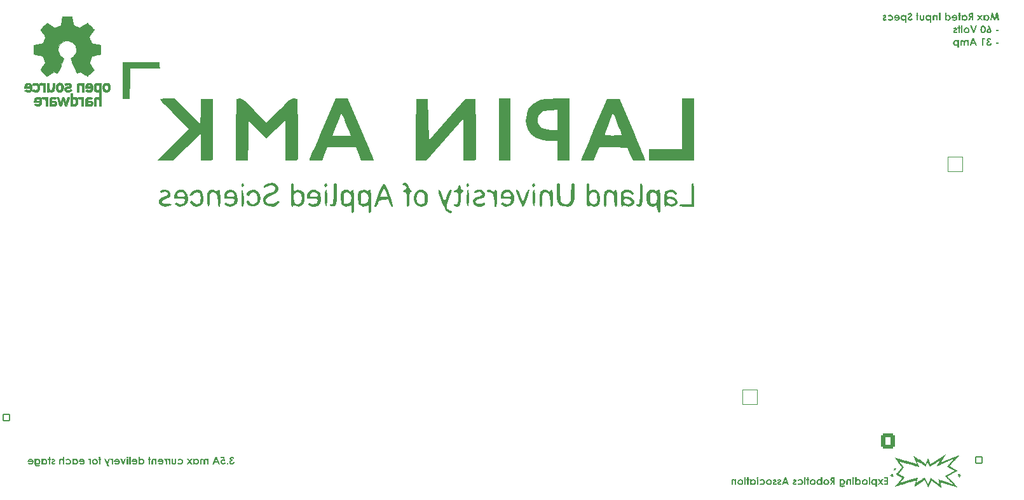
<source format=gbr>
%TF.GenerationSoftware,KiCad,Pcbnew,8.0.6*%
%TF.CreationDate,2025-03-19T14:20:47+02:00*%
%TF.ProjectId,UPD_PCB,5550445f-5043-4422-9e6b-696361645f70,1.1*%
%TF.SameCoordinates,Original*%
%TF.FileFunction,Legend,Bot*%
%TF.FilePolarity,Positive*%
%FSLAX46Y46*%
G04 Gerber Fmt 4.6, Leading zero omitted, Abs format (unit mm)*
G04 Created by KiCad (PCBNEW 8.0.6) date 2025-03-19 14:20:47*
%MOMM*%
%LPD*%
G01*
G04 APERTURE LIST*
G04 Aperture macros list*
%AMRoundRect*
0 Rectangle with rounded corners*
0 $1 Rounding radius*
0 $2 $3 $4 $5 $6 $7 $8 $9 X,Y pos of 4 corners*
0 Add a 4 corners polygon primitive as box body*
4,1,4,$2,$3,$4,$5,$6,$7,$8,$9,$2,$3,0*
0 Add four circle primitives for the rounded corners*
1,1,$1+$1,$2,$3*
1,1,$1+$1,$4,$5*
1,1,$1+$1,$6,$7*
1,1,$1+$1,$8,$9*
0 Add four rect primitives between the rounded corners*
20,1,$1+$1,$2,$3,$4,$5,0*
20,1,$1+$1,$4,$5,$6,$7,0*
20,1,$1+$1,$6,$7,$8,$9,0*
20,1,$1+$1,$8,$9,$2,$3,0*%
G04 Aperture macros list end*
%ADD10C,0.250000*%
%ADD11C,0.010000*%
%ADD12C,0.000000*%
%ADD13RoundRect,0.050000X-0.975000X-0.975000X0.975000X-0.975000X0.975000X0.975000X-0.975000X0.975000X0*%
%ADD14C,2.050000*%
%ADD15C,2.200000*%
%ADD16RoundRect,0.050000X0.975000X-0.975000X0.975000X0.975000X-0.975000X0.975000X-0.975000X-0.975000X0*%
%ADD17C,2.500000*%
%ADD18RoundRect,0.264706X-0.635294X-0.760294X0.635294X-0.760294X0.635294X0.760294X-0.635294X0.760294X0*%
%ADD19O,1.800000X2.050000*%
%ADD20C,3.000000*%
%ADD21C,1.100000*%
%ADD22RoundRect,0.050000X0.425000X-0.425000X0.425000X0.425000X-0.425000X0.425000X-0.425000X-0.425000X0*%
%ADD23O,0.950000X0.950000*%
G04 APERTURE END LIST*
D10*
G36*
X238287020Y-51053949D02*
G01*
X238098709Y-51053949D01*
X237865212Y-51762742D01*
X237628297Y-51053949D01*
X237442916Y-51053949D01*
X237272435Y-52070000D01*
X237457815Y-52070000D01*
X237566503Y-51428374D01*
X237781437Y-52070000D01*
X237951186Y-52070000D01*
X238163433Y-51428374D01*
X238274075Y-52070000D01*
X238461409Y-52070000D01*
X238287020Y-51053949D01*
G37*
G36*
X236847250Y-51304484D02*
G01*
X236899537Y-51310939D01*
X236948733Y-51325138D01*
X236994838Y-51347083D01*
X237037851Y-51376772D01*
X237077773Y-51414207D01*
X237101759Y-51442658D01*
X237131741Y-51488983D01*
X237154527Y-51539687D01*
X237170117Y-51594771D01*
X237177613Y-51644019D01*
X237180111Y-51696308D01*
X237179182Y-51726929D01*
X237173501Y-51775855D01*
X237159869Y-51831087D01*
X237138800Y-51882524D01*
X237110295Y-51930166D01*
X237074354Y-51974012D01*
X237060982Y-51987528D01*
X237019033Y-52022845D01*
X236974337Y-52050314D01*
X236926892Y-52069935D01*
X236876700Y-52081707D01*
X236823761Y-52085631D01*
X236803837Y-52085076D01*
X236754157Y-52078444D01*
X236704082Y-52062916D01*
X236672934Y-52047879D01*
X236631523Y-52020797D01*
X236593684Y-51988911D01*
X236593684Y-52070000D01*
X236406838Y-52070000D01*
X236406838Y-51692889D01*
X236584647Y-51692889D01*
X236585160Y-51711059D01*
X236592856Y-51761605D01*
X236612238Y-51810787D01*
X236643021Y-51852623D01*
X236650436Y-51860017D01*
X236691061Y-51889832D01*
X236737600Y-51907721D01*
X236790055Y-51913684D01*
X236800667Y-51913442D01*
X236850574Y-51904960D01*
X236895234Y-51884362D01*
X236934647Y-51851646D01*
X236945123Y-51839714D01*
X236972600Y-51795597D01*
X236988629Y-51744803D01*
X236993265Y-51693377D01*
X236992759Y-51675817D01*
X236985160Y-51626745D01*
X236966021Y-51578564D01*
X236935624Y-51537062D01*
X236928303Y-51529668D01*
X236888237Y-51499853D01*
X236842399Y-51481964D01*
X236790788Y-51476001D01*
X236779735Y-51476236D01*
X236728105Y-51484450D01*
X236682534Y-51504400D01*
X236643021Y-51536085D01*
X236632589Y-51547631D01*
X236605226Y-51590831D01*
X236589265Y-51641283D01*
X236584647Y-51692889D01*
X236406838Y-51692889D01*
X236406838Y-51319685D01*
X236593684Y-51319685D01*
X236593684Y-51403461D01*
X236616022Y-51382866D01*
X236656328Y-51353162D01*
X236702861Y-51328967D01*
X236729106Y-51319259D01*
X236779893Y-51307557D01*
X236829134Y-51304054D01*
X236847250Y-51304484D01*
G37*
G36*
X236288869Y-51319685D02*
G01*
X236071249Y-51319685D01*
X235923482Y-51524361D01*
X235776448Y-51319685D01*
X235560781Y-51319685D01*
X235815526Y-51673593D01*
X235529274Y-52070000D01*
X235746894Y-52070000D01*
X235924214Y-51824535D01*
X236100802Y-52070000D01*
X236315736Y-52070000D01*
X236031926Y-51675303D01*
X236288869Y-51319685D01*
G37*
G36*
X235012700Y-52070000D02*
G01*
X234820481Y-52070000D01*
X234820481Y-51632316D01*
X234802407Y-51632316D01*
X234575017Y-52070000D01*
X234364968Y-52070000D01*
X234604082Y-51611067D01*
X234586466Y-51604372D01*
X234538743Y-51580888D01*
X234494736Y-51548812D01*
X234460223Y-51510439D01*
X234449003Y-51493323D01*
X234427498Y-51446092D01*
X234416138Y-51398159D01*
X234412351Y-51345087D01*
X234412399Y-51342889D01*
X234598464Y-51342889D01*
X234603341Y-51379559D01*
X234633147Y-51421290D01*
X234657196Y-51432625D01*
X234707964Y-51442448D01*
X234759909Y-51444738D01*
X234820481Y-51444738D01*
X234820481Y-51241528D01*
X234767480Y-51241528D01*
X234762719Y-51241538D01*
X234712910Y-51243261D01*
X234661723Y-51252030D01*
X234654701Y-51254866D01*
X234615806Y-51286468D01*
X234610810Y-51294157D01*
X234598464Y-51342889D01*
X234412399Y-51342889D01*
X234412731Y-51327677D01*
X234418431Y-51278099D01*
X234432785Y-51227681D01*
X234455582Y-51182177D01*
X234485345Y-51142969D01*
X234524419Y-51108711D01*
X234570132Y-51083747D01*
X234600177Y-51073620D01*
X234650789Y-51063377D01*
X234704966Y-51057470D01*
X234758753Y-51054677D01*
X234808757Y-51053949D01*
X235012700Y-51053949D01*
X235012700Y-52070000D01*
G37*
G36*
X233935875Y-51304484D02*
G01*
X233988162Y-51310939D01*
X234037358Y-51325138D01*
X234083463Y-51347083D01*
X234126476Y-51376772D01*
X234166399Y-51414207D01*
X234190384Y-51442658D01*
X234220366Y-51488983D01*
X234243152Y-51539687D01*
X234258742Y-51594771D01*
X234266238Y-51644019D01*
X234268736Y-51696308D01*
X234267807Y-51726929D01*
X234262127Y-51775855D01*
X234248494Y-51831087D01*
X234227425Y-51882524D01*
X234198920Y-51930166D01*
X234162979Y-51974012D01*
X234149607Y-51987528D01*
X234107658Y-52022845D01*
X234062962Y-52050314D01*
X234015518Y-52069935D01*
X233965326Y-52081707D01*
X233912386Y-52085631D01*
X233892463Y-52085076D01*
X233842783Y-52078444D01*
X233792707Y-52062916D01*
X233761559Y-52047879D01*
X233720148Y-52020797D01*
X233682309Y-51988911D01*
X233682309Y-52070000D01*
X233495464Y-52070000D01*
X233495464Y-51692889D01*
X233673272Y-51692889D01*
X233673785Y-51711059D01*
X233681481Y-51761605D01*
X233700863Y-51810787D01*
X233731646Y-51852623D01*
X233739061Y-51860017D01*
X233779686Y-51889832D01*
X233826226Y-51907721D01*
X233878681Y-51913684D01*
X233889292Y-51913442D01*
X233939199Y-51904960D01*
X233983860Y-51884362D01*
X234023272Y-51851646D01*
X234033748Y-51839714D01*
X234061225Y-51795597D01*
X234077254Y-51744803D01*
X234081891Y-51693377D01*
X234081384Y-51675817D01*
X234073785Y-51626745D01*
X234054646Y-51578564D01*
X234024249Y-51537062D01*
X234016929Y-51529668D01*
X233976862Y-51499853D01*
X233931024Y-51481964D01*
X233879413Y-51476001D01*
X233868360Y-51476236D01*
X233816731Y-51484450D01*
X233771159Y-51504400D01*
X233731646Y-51536085D01*
X233721214Y-51547631D01*
X233693851Y-51590831D01*
X233677890Y-51641283D01*
X233673272Y-51692889D01*
X233495464Y-51692889D01*
X233495464Y-51319685D01*
X233682309Y-51319685D01*
X233682309Y-51403461D01*
X233704647Y-51382866D01*
X233744953Y-51353162D01*
X233791486Y-51328967D01*
X233817731Y-51319259D01*
X233868518Y-51307557D01*
X233917759Y-51304054D01*
X233935875Y-51304484D01*
G37*
G36*
X233287613Y-51038318D02*
G01*
X233100767Y-51038318D01*
X233100767Y-51319685D01*
X232989392Y-51319685D01*
X232989392Y-51476001D01*
X233100767Y-51476001D01*
X233100767Y-52070000D01*
X233287613Y-52070000D01*
X233287613Y-51476001D01*
X233383845Y-51476001D01*
X233383845Y-51319685D01*
X233287613Y-51319685D01*
X233287613Y-51038318D01*
G37*
G36*
X232570149Y-51305041D02*
G01*
X232619059Y-51311076D01*
X232674163Y-51325559D01*
X232725351Y-51347941D01*
X232772623Y-51378224D01*
X232815980Y-51416406D01*
X232841797Y-51445398D01*
X232874069Y-51492278D01*
X232898595Y-51543229D01*
X232915376Y-51598249D01*
X232923444Y-51647209D01*
X232926133Y-51698995D01*
X232925163Y-51729646D01*
X232919234Y-51778557D01*
X232905003Y-51833660D01*
X232883009Y-51884848D01*
X232853254Y-51932121D01*
X232815736Y-51975478D01*
X232779568Y-52007211D01*
X232731964Y-52038192D01*
X232679774Y-52061427D01*
X232632780Y-52074874D01*
X232582601Y-52082942D01*
X232529239Y-52085631D01*
X232481142Y-52083738D01*
X232429809Y-52076937D01*
X232382353Y-52065190D01*
X232333600Y-52046064D01*
X232303467Y-52029615D01*
X232261358Y-51999241D01*
X232222958Y-51962029D01*
X232191939Y-51923210D01*
X232349965Y-51849937D01*
X232389562Y-51884665D01*
X232432885Y-51909471D01*
X232479932Y-51924354D01*
X232530704Y-51929316D01*
X232582606Y-51924354D01*
X232632645Y-51907437D01*
X232675296Y-51878513D01*
X232709087Y-51839430D01*
X232732545Y-51792036D01*
X232744905Y-51741737D01*
X232142358Y-51741737D01*
X232141625Y-51706810D01*
X232143354Y-51662549D01*
X232150377Y-51610335D01*
X232152743Y-51601053D01*
X232330669Y-51601053D01*
X232736601Y-51601053D01*
X232728636Y-51584368D01*
X232703689Y-51542191D01*
X232667969Y-51504333D01*
X232629143Y-51481149D01*
X232582081Y-51465564D01*
X232530460Y-51460369D01*
X232495533Y-51462812D01*
X232447265Y-51475635D01*
X232403942Y-51499448D01*
X232384697Y-51514927D01*
X232351717Y-51554120D01*
X232330669Y-51601053D01*
X232152743Y-51601053D01*
X232162803Y-51561579D01*
X232184845Y-51507638D01*
X232214666Y-51458677D01*
X232252267Y-51414696D01*
X232288453Y-51382822D01*
X232336126Y-51351703D01*
X232388436Y-51328365D01*
X232435570Y-51314859D01*
X232485923Y-51306755D01*
X232539497Y-51304054D01*
X232570149Y-51305041D01*
G37*
G36*
X231443091Y-51404926D02*
G01*
X231465429Y-51384022D01*
X231505735Y-51353843D01*
X231552267Y-51329211D01*
X231578512Y-51319409D01*
X231629299Y-51307592D01*
X231678541Y-51304054D01*
X231696657Y-51304484D01*
X231748944Y-51310939D01*
X231798140Y-51325138D01*
X231844245Y-51347083D01*
X231887258Y-51376772D01*
X231927180Y-51414207D01*
X231951166Y-51442658D01*
X231981147Y-51488983D01*
X232003934Y-51539687D01*
X232019524Y-51594771D01*
X232027020Y-51644019D01*
X232029518Y-51696308D01*
X232028588Y-51726929D01*
X232022908Y-51775855D01*
X232009275Y-51831087D01*
X231988207Y-51882524D01*
X231959702Y-51930166D01*
X231923761Y-51974012D01*
X231910389Y-51987528D01*
X231868440Y-52022845D01*
X231823743Y-52050314D01*
X231776299Y-52069935D01*
X231726107Y-52081707D01*
X231673168Y-52085631D01*
X231653244Y-52085076D01*
X231603564Y-52078444D01*
X231553489Y-52062916D01*
X231522341Y-52047879D01*
X231480930Y-52020797D01*
X231443091Y-51988911D01*
X231443091Y-52070000D01*
X231256245Y-52070000D01*
X231256245Y-51692889D01*
X231434054Y-51692889D01*
X231434567Y-51711059D01*
X231442263Y-51761605D01*
X231461645Y-51810787D01*
X231492428Y-51852623D01*
X231499843Y-51860017D01*
X231540467Y-51889832D01*
X231587007Y-51907721D01*
X231639462Y-51913684D01*
X231650073Y-51913442D01*
X231699981Y-51904960D01*
X231744641Y-51884362D01*
X231784054Y-51851646D01*
X231794530Y-51839714D01*
X231822007Y-51795597D01*
X231838035Y-51744803D01*
X231842672Y-51693377D01*
X231842166Y-51675817D01*
X231834566Y-51626745D01*
X231815428Y-51578564D01*
X231785031Y-51537062D01*
X231777710Y-51529668D01*
X231737644Y-51499853D01*
X231691806Y-51481964D01*
X231640195Y-51476001D01*
X231629142Y-51476236D01*
X231577512Y-51484450D01*
X231531941Y-51504400D01*
X231492428Y-51536085D01*
X231481996Y-51547631D01*
X231454633Y-51590831D01*
X231438671Y-51641283D01*
X231434054Y-51692889D01*
X231256245Y-51692889D01*
X231256245Y-51038318D01*
X231443091Y-51038318D01*
X231443091Y-51404926D01*
G37*
G36*
X230672505Y-51053949D02*
G01*
X230481507Y-51053949D01*
X230481507Y-52070000D01*
X230672505Y-52070000D01*
X230672505Y-51053949D01*
G37*
G36*
X230287578Y-51319685D02*
G01*
X230100732Y-51319685D01*
X230100732Y-51398087D01*
X230061930Y-51368263D01*
X230018516Y-51340786D01*
X229984961Y-51324815D01*
X229935881Y-51309913D01*
X229885728Y-51304135D01*
X229878960Y-51304054D01*
X229825379Y-51308908D01*
X229776011Y-51323471D01*
X229730857Y-51347743D01*
X229689916Y-51381723D01*
X229658392Y-51423703D01*
X229639032Y-51469453D01*
X229627823Y-51523141D01*
X229624703Y-51576629D01*
X229624703Y-52070000D01*
X229810083Y-52070000D01*
X229810083Y-51743203D01*
X229810656Y-51689053D01*
X229812713Y-51637701D01*
X229817984Y-51585437D01*
X229822051Y-51565882D01*
X229842635Y-51521080D01*
X229864061Y-51498960D01*
X229909271Y-51478714D01*
X229937822Y-51476001D01*
X229987861Y-51484373D01*
X230030816Y-51509489D01*
X230036008Y-51514103D01*
X230066883Y-51552838D01*
X230086929Y-51598853D01*
X230092428Y-51619127D01*
X230098389Y-51669796D01*
X230100335Y-51723491D01*
X230100732Y-51770558D01*
X230100732Y-52070000D01*
X230287578Y-52070000D01*
X230287578Y-51319685D01*
G37*
G36*
X229049830Y-51304930D02*
G01*
X229101966Y-51312837D01*
X229151360Y-51328967D01*
X229180395Y-51342873D01*
X229222000Y-51369629D01*
X229261270Y-51403461D01*
X229261270Y-51319685D01*
X229447383Y-51319685D01*
X229447383Y-52335736D01*
X229261270Y-52335736D01*
X229261270Y-51987201D01*
X229237192Y-52008678D01*
X229195753Y-52039023D01*
X229150628Y-52062672D01*
X229129436Y-52070475D01*
X229081399Y-52081842D01*
X229030460Y-52085631D01*
X229012479Y-52085195D01*
X228960378Y-52078655D01*
X228911042Y-52064266D01*
X228864470Y-52042030D01*
X228820664Y-52011945D01*
X228779623Y-51974012D01*
X228760723Y-51952563D01*
X228728500Y-51906819D01*
X228703713Y-51857280D01*
X228686362Y-51803945D01*
X228676447Y-51746815D01*
X228673866Y-51696308D01*
X228673949Y-51693377D01*
X228860711Y-51693377D01*
X228861229Y-51711120D01*
X228868989Y-51760742D01*
X228888533Y-51809534D01*
X228919574Y-51851646D01*
X228927007Y-51859159D01*
X228967350Y-51889451D01*
X229012988Y-51907626D01*
X229063921Y-51913684D01*
X229074886Y-51913446D01*
X229126157Y-51905097D01*
X229171514Y-51884823D01*
X229210956Y-51852623D01*
X229221388Y-51840844D01*
X229248750Y-51796804D01*
X229264712Y-51745417D01*
X229269330Y-51692889D01*
X229268817Y-51675034D01*
X229261121Y-51625386D01*
X229241739Y-51577110D01*
X229210956Y-51536085D01*
X229203540Y-51528809D01*
X229162916Y-51499471D01*
X229116376Y-51481868D01*
X229063921Y-51476001D01*
X229053049Y-51476239D01*
X229002235Y-51484588D01*
X228957336Y-51504862D01*
X228918353Y-51537062D01*
X228908051Y-51548811D01*
X228881032Y-51592317D01*
X228865271Y-51642501D01*
X228860711Y-51693377D01*
X228673949Y-51693377D01*
X228674765Y-51664569D01*
X228680262Y-51614105D01*
X228693454Y-51557562D01*
X228713841Y-51505398D01*
X228741424Y-51457613D01*
X228776203Y-51414207D01*
X228789167Y-51400869D01*
X228830120Y-51366015D01*
X228874164Y-51338907D01*
X228921299Y-51319544D01*
X228971525Y-51307927D01*
X229024842Y-51304054D01*
X229049830Y-51304930D01*
G37*
G36*
X228523900Y-51319685D02*
G01*
X228334124Y-51319685D01*
X228334124Y-51680676D01*
X228332984Y-51734927D01*
X228328495Y-51787380D01*
X228319713Y-51827222D01*
X228294927Y-51871358D01*
X228273551Y-51890969D01*
X228227737Y-51910490D01*
X228194661Y-51913684D01*
X228144258Y-51905849D01*
X228115526Y-51891458D01*
X228081294Y-51855165D01*
X228067166Y-51825512D01*
X228058374Y-51774649D01*
X228055855Y-51724193D01*
X228055443Y-51687027D01*
X228055443Y-51319685D01*
X227867131Y-51319685D01*
X227867131Y-51635980D01*
X227867889Y-51694100D01*
X227870161Y-51746185D01*
X227874886Y-51800722D01*
X227883156Y-51853365D01*
X227898150Y-51903670D01*
X227922148Y-51949903D01*
X227951825Y-51989683D01*
X227991462Y-52026314D01*
X228009281Y-52038736D01*
X228053783Y-52061405D01*
X228104584Y-52076655D01*
X228155028Y-52083982D01*
X228196127Y-52085631D01*
X228247726Y-52083001D01*
X228301174Y-52073556D01*
X228348728Y-52057241D01*
X228395184Y-52030676D01*
X228434239Y-51996364D01*
X228466222Y-51955251D01*
X228491134Y-51907338D01*
X228501919Y-51877780D01*
X228513511Y-51824362D01*
X228519070Y-51774083D01*
X228522162Y-51722540D01*
X228523557Y-51673632D01*
X228523900Y-51630607D01*
X228523900Y-51319685D01*
G37*
G36*
X227660258Y-51038318D02*
G01*
X227473412Y-51038318D01*
X227473412Y-51319685D01*
X227362037Y-51319685D01*
X227362037Y-51476001D01*
X227473412Y-51476001D01*
X227473412Y-52070000D01*
X227660258Y-52070000D01*
X227660258Y-51476001D01*
X227756489Y-51476001D01*
X227756489Y-51319685D01*
X227660258Y-51319685D01*
X227660258Y-51038318D01*
G37*
G36*
X226321807Y-51205868D02*
G01*
X226463956Y-51335317D01*
X226496878Y-51292681D01*
X226534789Y-51256778D01*
X226577804Y-51232735D01*
X226616364Y-51225896D01*
X226665457Y-51237162D01*
X226678401Y-51245924D01*
X226702314Y-51289069D01*
X226702337Y-51290621D01*
X226685240Y-51337759D01*
X226650670Y-51373018D01*
X226613969Y-51405895D01*
X226572213Y-51441650D01*
X226544312Y-51465010D01*
X226506144Y-51496463D01*
X226464738Y-51531107D01*
X226425500Y-51565134D01*
X226411200Y-51578583D01*
X226375079Y-51617802D01*
X226344826Y-51659270D01*
X226328401Y-51689469D01*
X226311705Y-51737548D01*
X226304359Y-51789460D01*
X226303977Y-51804996D01*
X226308091Y-51856200D01*
X226322868Y-51909796D01*
X226348391Y-51958141D01*
X226379540Y-51996135D01*
X226389951Y-52006252D01*
X226429970Y-52037182D01*
X226475015Y-52060515D01*
X226525085Y-52076251D01*
X226580181Y-52084391D01*
X226613921Y-52085631D01*
X226666052Y-52082212D01*
X226714733Y-52071953D01*
X226765375Y-52052238D01*
X226801744Y-52030921D01*
X226840350Y-51999535D01*
X226876055Y-51960334D01*
X226904918Y-51919622D01*
X226931560Y-51872926D01*
X226938764Y-51858485D01*
X226777320Y-51757369D01*
X226749244Y-51805179D01*
X226714514Y-51848456D01*
X226672218Y-51881429D01*
X226621314Y-51897503D01*
X226609525Y-51898053D01*
X226558967Y-51889165D01*
X226526482Y-51869965D01*
X226496760Y-51828992D01*
X226492777Y-51804508D01*
X226505899Y-51756407D01*
X226518178Y-51737585D01*
X226552138Y-51701267D01*
X226590764Y-51666968D01*
X226630286Y-51634515D01*
X226669677Y-51602542D01*
X226713787Y-51565216D01*
X226752195Y-51530824D01*
X226790761Y-51493426D01*
X226825379Y-51455135D01*
X226843265Y-51431304D01*
X226868639Y-51386601D01*
X226885696Y-51337483D01*
X226891381Y-51288422D01*
X226886390Y-51238841D01*
X226868841Y-51187441D01*
X226842634Y-51145645D01*
X226811514Y-51112079D01*
X226769122Y-51079808D01*
X226722060Y-51056758D01*
X226670326Y-51042928D01*
X226621227Y-51038390D01*
X226613921Y-51038318D01*
X226562733Y-51042589D01*
X226513276Y-51055403D01*
X226469818Y-51074466D01*
X226425978Y-51102725D01*
X226384646Y-51138111D01*
X226346415Y-51177480D01*
X226321807Y-51205868D01*
G37*
G36*
X225746689Y-51304930D02*
G01*
X225798825Y-51312837D01*
X225848220Y-51328967D01*
X225877254Y-51342873D01*
X225918860Y-51369629D01*
X225958129Y-51403461D01*
X225958129Y-51319685D01*
X226144242Y-51319685D01*
X226144242Y-52335736D01*
X225958129Y-52335736D01*
X225958129Y-51987201D01*
X225934052Y-52008678D01*
X225892612Y-52039023D01*
X225847487Y-52062672D01*
X225826295Y-52070475D01*
X225778259Y-52081842D01*
X225727320Y-52085631D01*
X225709338Y-52085195D01*
X225657237Y-52078655D01*
X225607901Y-52064266D01*
X225561330Y-52042030D01*
X225517524Y-52011945D01*
X225476482Y-51974012D01*
X225457582Y-51952563D01*
X225425360Y-51906819D01*
X225400573Y-51857280D01*
X225383222Y-51803945D01*
X225373307Y-51746815D01*
X225370725Y-51696308D01*
X225370808Y-51693377D01*
X225557571Y-51693377D01*
X225558088Y-51711120D01*
X225565849Y-51760742D01*
X225585393Y-51809534D01*
X225616434Y-51851646D01*
X225623867Y-51859159D01*
X225664210Y-51889451D01*
X225709848Y-51907626D01*
X225760781Y-51913684D01*
X225771745Y-51913446D01*
X225823017Y-51905097D01*
X225868374Y-51884823D01*
X225907815Y-51852623D01*
X225918247Y-51840844D01*
X225945610Y-51796804D01*
X225961572Y-51745417D01*
X225966189Y-51692889D01*
X225965676Y-51675034D01*
X225957980Y-51625386D01*
X225938598Y-51577110D01*
X225907815Y-51536085D01*
X225900400Y-51528809D01*
X225859776Y-51499471D01*
X225813236Y-51481868D01*
X225760781Y-51476001D01*
X225749908Y-51476239D01*
X225699094Y-51484588D01*
X225654196Y-51504862D01*
X225615212Y-51537062D01*
X225604911Y-51548811D01*
X225577892Y-51592317D01*
X225562131Y-51642501D01*
X225557571Y-51693377D01*
X225370808Y-51693377D01*
X225371625Y-51664569D01*
X225377121Y-51614105D01*
X225390313Y-51557562D01*
X225410701Y-51505398D01*
X225438284Y-51457613D01*
X225473063Y-51414207D01*
X225486027Y-51400869D01*
X225526980Y-51366015D01*
X225571023Y-51338907D01*
X225618159Y-51319544D01*
X225668385Y-51307927D01*
X225721702Y-51304054D01*
X225746689Y-51304930D01*
G37*
G36*
X224898969Y-51305041D02*
G01*
X224947880Y-51311076D01*
X225002983Y-51325559D01*
X225054171Y-51347941D01*
X225101444Y-51378224D01*
X225144801Y-51416406D01*
X225170618Y-51445398D01*
X225202889Y-51492278D01*
X225227416Y-51543229D01*
X225244197Y-51598249D01*
X225252265Y-51647209D01*
X225254954Y-51698995D01*
X225253984Y-51729646D01*
X225248054Y-51778557D01*
X225233823Y-51833660D01*
X225211830Y-51884848D01*
X225182074Y-51932121D01*
X225144556Y-51975478D01*
X225108389Y-52007211D01*
X225060784Y-52038192D01*
X225008594Y-52061427D01*
X224961600Y-52074874D01*
X224911422Y-52082942D01*
X224858060Y-52085631D01*
X224809963Y-52083738D01*
X224758630Y-52076937D01*
X224711174Y-52065190D01*
X224662421Y-52046064D01*
X224632288Y-52029615D01*
X224590179Y-51999241D01*
X224551779Y-51962029D01*
X224520760Y-51923210D01*
X224678785Y-51849937D01*
X224718383Y-51884665D01*
X224761706Y-51909471D01*
X224808753Y-51924354D01*
X224859525Y-51929316D01*
X224911427Y-51924354D01*
X224961466Y-51907437D01*
X225004117Y-51878513D01*
X225037907Y-51839430D01*
X225061366Y-51792036D01*
X225073726Y-51741737D01*
X224471179Y-51741737D01*
X224470446Y-51706810D01*
X224472175Y-51662549D01*
X224479198Y-51610335D01*
X224481564Y-51601053D01*
X224659490Y-51601053D01*
X225065422Y-51601053D01*
X225057457Y-51584368D01*
X225032510Y-51542191D01*
X224996789Y-51504333D01*
X224957963Y-51481149D01*
X224910902Y-51465564D01*
X224859281Y-51460369D01*
X224824354Y-51462812D01*
X224776086Y-51475635D01*
X224732763Y-51499448D01*
X224713517Y-51514927D01*
X224680538Y-51554120D01*
X224659490Y-51601053D01*
X224481564Y-51601053D01*
X224491624Y-51561579D01*
X224513666Y-51507638D01*
X224543487Y-51458677D01*
X224581088Y-51414696D01*
X224617274Y-51382822D01*
X224664947Y-51351703D01*
X224717257Y-51328365D01*
X224764390Y-51314859D01*
X224814744Y-51306755D01*
X224868318Y-51304054D01*
X224898969Y-51305041D01*
G37*
G36*
X223592637Y-51470383D02*
G01*
X223748464Y-51554159D01*
X223786746Y-51520833D01*
X223830038Y-51495340D01*
X223835415Y-51493098D01*
X223885224Y-51479758D01*
X223936043Y-51476001D01*
X223986051Y-51479909D01*
X224036326Y-51493647D01*
X224080264Y-51517278D01*
X224106036Y-51538527D01*
X224137442Y-51576461D01*
X224160282Y-51625090D01*
X224169989Y-51674689D01*
X224171004Y-51698506D01*
X224166058Y-51749187D01*
X224148961Y-51799018D01*
X224119652Y-51842028D01*
X224108478Y-51853600D01*
X224065583Y-51885285D01*
X224015055Y-51905235D01*
X223963054Y-51913156D01*
X223944347Y-51913684D01*
X223891981Y-51909944D01*
X223838660Y-51896511D01*
X223792299Y-51873308D01*
X223752900Y-51840335D01*
X223748464Y-51835526D01*
X223600697Y-51933712D01*
X223640671Y-51977478D01*
X223685486Y-52013826D01*
X223735143Y-52042755D01*
X223789642Y-52064267D01*
X223848983Y-52078361D01*
X223899942Y-52084296D01*
X223940195Y-52085631D01*
X223999703Y-52082799D01*
X224055037Y-52074301D01*
X224106197Y-52060139D01*
X224153182Y-52040313D01*
X224195994Y-52014821D01*
X224234632Y-51983664D01*
X224248918Y-51969616D01*
X224281074Y-51932319D01*
X224312467Y-51885012D01*
X224336011Y-51834923D01*
X224351708Y-51782052D01*
X224359556Y-51726399D01*
X224360537Y-51697529D01*
X224357148Y-51644620D01*
X224346981Y-51593848D01*
X224330037Y-51545213D01*
X224306315Y-51498715D01*
X224276517Y-51455729D01*
X224241346Y-51417627D01*
X224200802Y-51384410D01*
X224154884Y-51356078D01*
X224104845Y-51333317D01*
X224051936Y-51317060D01*
X224003286Y-51308169D01*
X223952439Y-51304257D01*
X223937508Y-51304054D01*
X223883256Y-51306756D01*
X223831873Y-51314862D01*
X223783360Y-51328371D01*
X223737718Y-51347285D01*
X223690396Y-51374500D01*
X223648176Y-51407512D01*
X223611056Y-51446319D01*
X223592637Y-51470383D01*
G37*
G36*
X222970795Y-51433014D02*
G01*
X223086810Y-51554159D01*
X223125609Y-51516377D01*
X223166272Y-51488900D01*
X223215282Y-51476001D01*
X223263735Y-51488608D01*
X223264863Y-51489434D01*
X223282693Y-51522163D01*
X223271458Y-51549762D01*
X223228439Y-51577390D01*
X223215282Y-51583956D01*
X223146650Y-51618150D01*
X223102360Y-51641432D01*
X223059728Y-51668268D01*
X223018416Y-51702156D01*
X222997418Y-51726106D01*
X222972711Y-51770035D01*
X222959407Y-51819391D01*
X222956873Y-51855310D01*
X222962669Y-51908107D01*
X222980057Y-51955765D01*
X223009037Y-51998284D01*
X223030146Y-52019685D01*
X223069790Y-52048537D01*
X223115692Y-52069145D01*
X223167853Y-52081509D01*
X223218628Y-52085567D01*
X223226273Y-52085631D01*
X223275731Y-52082554D01*
X223330846Y-52070739D01*
X223381341Y-52050062D01*
X223427217Y-52020524D01*
X223468473Y-51982125D01*
X223487369Y-51959602D01*
X223371842Y-51835526D01*
X223333637Y-51868914D01*
X223294661Y-51892191D01*
X223247898Y-51909570D01*
X223216015Y-51913684D01*
X223166803Y-51902951D01*
X223156175Y-51896099D01*
X223133461Y-51855310D01*
X223156553Y-51810638D01*
X223200660Y-51779686D01*
X223215282Y-51772023D01*
X223278297Y-51741004D01*
X223330576Y-51711731D01*
X223373995Y-51680239D01*
X223414401Y-51639521D01*
X223442047Y-51595609D01*
X223456934Y-51548503D01*
X223459769Y-51515324D01*
X223453091Y-51463284D01*
X223433055Y-51416158D01*
X223399663Y-51373945D01*
X223391381Y-51366092D01*
X223349918Y-51336103D01*
X223302466Y-51315928D01*
X223249025Y-51305569D01*
X223216748Y-51304054D01*
X223167718Y-51308008D01*
X223116536Y-51321340D01*
X223079727Y-51337515D01*
X223037874Y-51363786D01*
X223000638Y-51396926D01*
X222970795Y-51433014D01*
G37*
G36*
X238379099Y-53296685D02*
G01*
X238030076Y-53296685D01*
X238030076Y-53468632D01*
X238379099Y-53468632D01*
X238379099Y-53296685D01*
G37*
G36*
X237372575Y-53218771D02*
G01*
X237375714Y-53224798D01*
X237398253Y-53269471D01*
X237419987Y-53316469D01*
X237437543Y-53362875D01*
X237447711Y-53406677D01*
X237451709Y-53455931D01*
X237450290Y-53485908D01*
X237440973Y-53536292D01*
X237422961Y-53584036D01*
X237396254Y-53629137D01*
X237360851Y-53671598D01*
X237331266Y-53698687D01*
X237286101Y-53728899D01*
X237236565Y-53750112D01*
X237182658Y-53762325D01*
X237132972Y-53765631D01*
X237100961Y-53764223D01*
X237047807Y-53754981D01*
X236998299Y-53737115D01*
X236952438Y-53710623D01*
X236910223Y-53675505D01*
X236888527Y-53652356D01*
X236857520Y-53608869D01*
X236835373Y-53561595D01*
X236822084Y-53510534D01*
X236817655Y-53455687D01*
X236818146Y-53444207D01*
X237005966Y-53444207D01*
X237006004Y-53447806D01*
X237015614Y-53497147D01*
X237044556Y-53540195D01*
X237086688Y-53568588D01*
X237136392Y-53578053D01*
X237184019Y-53568405D01*
X237225296Y-53539462D01*
X237227640Y-53537033D01*
X237255026Y-53493359D01*
X237263398Y-53444207D01*
X237263362Y-53440685D01*
X237254300Y-53392306D01*
X237227006Y-53349930D01*
X237186339Y-53321720D01*
X237137124Y-53312316D01*
X237133617Y-53312353D01*
X237085467Y-53321720D01*
X237043335Y-53349930D01*
X237041036Y-53352299D01*
X237014177Y-53395271D01*
X237005966Y-53444207D01*
X236818146Y-53444207D01*
X236819063Y-53422790D01*
X236828304Y-53368527D01*
X236846171Y-53318472D01*
X236872663Y-53272624D01*
X236907780Y-53230983D01*
X236930854Y-53209746D01*
X236974134Y-53179394D01*
X237021107Y-53157713D01*
X237071774Y-53144705D01*
X237126133Y-53140369D01*
X236949546Y-52799406D01*
X237112944Y-52718318D01*
X237372575Y-53218771D01*
G37*
G36*
X236388146Y-52720436D02*
G01*
X236436601Y-52729040D01*
X236489930Y-52748103D01*
X236538004Y-52776696D01*
X236580823Y-52814821D01*
X236612491Y-52853872D01*
X236627855Y-52878328D01*
X236650104Y-52924993D01*
X236668155Y-52979040D01*
X236679574Y-53027593D01*
X236688305Y-53080870D01*
X236694350Y-53138872D01*
X236697709Y-53201599D01*
X236698464Y-53251744D01*
X236698078Y-53287817D01*
X236695717Y-53344419D01*
X236691209Y-53396620D01*
X236682965Y-53453452D01*
X236671631Y-53503947D01*
X236654501Y-53554849D01*
X236633654Y-53598844D01*
X236605879Y-53642770D01*
X236573890Y-53679918D01*
X236532868Y-53713607D01*
X236497146Y-53733878D01*
X236446100Y-53752625D01*
X236395893Y-53762380D01*
X236341137Y-53765631D01*
X236299746Y-53763811D01*
X236248860Y-53755720D01*
X236197488Y-53738882D01*
X236152337Y-53713852D01*
X236112594Y-53679971D01*
X236081354Y-53642102D01*
X236053960Y-53596936D01*
X236033147Y-53551430D01*
X236020341Y-53514772D01*
X236007839Y-53465084D01*
X235998462Y-53409179D01*
X235993036Y-53357843D01*
X235989780Y-53302189D01*
X235988695Y-53242219D01*
X236180425Y-53242219D01*
X236180474Y-53253913D01*
X236182185Y-53309206D01*
X236186342Y-53359204D01*
X236194556Y-53412213D01*
X236208589Y-53464419D01*
X236230495Y-53511374D01*
X236252935Y-53540546D01*
X236293349Y-53568676D01*
X236341870Y-53578053D01*
X236380666Y-53572508D01*
X236425723Y-53547864D01*
X236460327Y-53507955D01*
X236482406Y-53459384D01*
X236494583Y-53409159D01*
X236501541Y-53357438D01*
X236504886Y-53308225D01*
X236506001Y-53253454D01*
X236505982Y-53244697D01*
X236505054Y-53194952D01*
X236502214Y-53142971D01*
X236496650Y-53091550D01*
X236486217Y-53039253D01*
X236480935Y-53021610D01*
X236459974Y-52973601D01*
X236428576Y-52935938D01*
X236390669Y-52914375D01*
X236341870Y-52905896D01*
X236299743Y-52912980D01*
X236256054Y-52940183D01*
X236225366Y-52978436D01*
X236222601Y-52983086D01*
X236203642Y-53028630D01*
X236191660Y-53080652D01*
X236184814Y-53134284D01*
X236181522Y-53185353D01*
X236180425Y-53242219D01*
X235988695Y-53242219D01*
X235989079Y-53206157D01*
X235991427Y-53149422D01*
X235995910Y-53096896D01*
X236004107Y-53039423D01*
X236015379Y-52988012D01*
X236032414Y-52935694D01*
X236053188Y-52890213D01*
X236081222Y-52844876D01*
X236113836Y-52806621D01*
X236156001Y-52772051D01*
X236192511Y-52751114D01*
X236243745Y-52731751D01*
X236293342Y-52721676D01*
X236346755Y-52718318D01*
X236388146Y-52720436D01*
G37*
G36*
X235523656Y-52733949D02*
G01*
X235325819Y-52733949D01*
X235071807Y-53455687D01*
X234814131Y-52733949D01*
X234616294Y-52733949D01*
X234980460Y-53750000D01*
X235165840Y-53750000D01*
X235523656Y-52733949D01*
G37*
G36*
X234154757Y-52984449D02*
G01*
X234207645Y-52990374D01*
X234258163Y-53003408D01*
X234306312Y-53023553D01*
X234352090Y-53050807D01*
X234395498Y-53085170D01*
X234411056Y-53099929D01*
X234445557Y-53138804D01*
X234473786Y-53180505D01*
X234495742Y-53225033D01*
X234511424Y-53272387D01*
X234520834Y-53322568D01*
X234523970Y-53375575D01*
X234522972Y-53405646D01*
X234514986Y-53463211D01*
X234499015Y-53517341D01*
X234475058Y-53568037D01*
X234443116Y-53615298D01*
X234410397Y-53652058D01*
X234388644Y-53672355D01*
X234342666Y-53706959D01*
X234293390Y-53733578D01*
X234240816Y-53752211D01*
X234184946Y-53762858D01*
X234135868Y-53765631D01*
X234082440Y-53762410D01*
X234031332Y-53752747D01*
X233982545Y-53736642D01*
X233936078Y-53714096D01*
X233893045Y-53685825D01*
X233854806Y-53652547D01*
X233821360Y-53614262D01*
X233792707Y-53570969D01*
X233769733Y-53524319D01*
X233753323Y-53475959D01*
X233743477Y-53425889D01*
X233740195Y-53374110D01*
X233740211Y-53373866D01*
X233929727Y-53373866D01*
X233930240Y-53391691D01*
X233937936Y-53441460D01*
X233957318Y-53490232D01*
X233988101Y-53532135D01*
X233995514Y-53539588D01*
X234036038Y-53569641D01*
X234082334Y-53587673D01*
X234134403Y-53593684D01*
X234145275Y-53593447D01*
X234196055Y-53585132D01*
X234240873Y-53564939D01*
X234279727Y-53532868D01*
X234289985Y-53521136D01*
X234316890Y-53477287D01*
X234332584Y-53426139D01*
X234337124Y-53373866D01*
X234336616Y-53356262D01*
X234328984Y-53307084D01*
X234309764Y-53258832D01*
X234279239Y-53217306D01*
X234271858Y-53209882D01*
X234231520Y-53179948D01*
X234185457Y-53161988D01*
X234133670Y-53156001D01*
X234122651Y-53156238D01*
X234071274Y-53164519D01*
X234026098Y-53184631D01*
X233987124Y-53216573D01*
X233976867Y-53228207D01*
X233949962Y-53271636D01*
X233934268Y-53322221D01*
X233929727Y-53373866D01*
X233740211Y-53373866D01*
X233743462Y-53322742D01*
X233753262Y-53273176D01*
X233769596Y-53225412D01*
X233792463Y-53179448D01*
X233821055Y-53136736D01*
X233854806Y-53098726D01*
X233893717Y-53065417D01*
X233937787Y-53036810D01*
X233985109Y-53013729D01*
X234034019Y-52997243D01*
X234084516Y-52987351D01*
X234136601Y-52984054D01*
X234154757Y-52984449D01*
G37*
G36*
X233611479Y-52718318D02*
G01*
X233424145Y-52718318D01*
X233424145Y-53750000D01*
X233611479Y-53750000D01*
X233611479Y-52718318D01*
G37*
G36*
X233233879Y-52718318D02*
G01*
X233047034Y-52718318D01*
X233047034Y-52999685D01*
X232935659Y-52999685D01*
X232935659Y-53156001D01*
X233047034Y-53156001D01*
X233047034Y-53750000D01*
X233233879Y-53750000D01*
X233233879Y-53156001D01*
X233330111Y-53156001D01*
X233330111Y-52999685D01*
X233233879Y-52999685D01*
X233233879Y-52718318D01*
G37*
G36*
X232380006Y-53113014D02*
G01*
X232496022Y-53234159D01*
X232534821Y-53196377D01*
X232575483Y-53168900D01*
X232624494Y-53156001D01*
X232672947Y-53168608D01*
X232674075Y-53169434D01*
X232691905Y-53202163D01*
X232680669Y-53229762D01*
X232637650Y-53257390D01*
X232624494Y-53263956D01*
X232555861Y-53298150D01*
X232511571Y-53321432D01*
X232468939Y-53348268D01*
X232427628Y-53382156D01*
X232406629Y-53406106D01*
X232381922Y-53450035D01*
X232368619Y-53499391D01*
X232366085Y-53535310D01*
X232371881Y-53588107D01*
X232389269Y-53635765D01*
X232418249Y-53678284D01*
X232439357Y-53699685D01*
X232479001Y-53728537D01*
X232524904Y-53749145D01*
X232577065Y-53761509D01*
X232627840Y-53765567D01*
X232635484Y-53765631D01*
X232684942Y-53762554D01*
X232740057Y-53750739D01*
X232790553Y-53730062D01*
X232836428Y-53700524D01*
X232877684Y-53662125D01*
X232896580Y-53639602D01*
X232781053Y-53515526D01*
X232742849Y-53548914D01*
X232703872Y-53572191D01*
X232657110Y-53589570D01*
X232625226Y-53593684D01*
X232576014Y-53582951D01*
X232565387Y-53576099D01*
X232542672Y-53535310D01*
X232565764Y-53490638D01*
X232609871Y-53459686D01*
X232624494Y-53452023D01*
X232687508Y-53421004D01*
X232739788Y-53391731D01*
X232783207Y-53360239D01*
X232823613Y-53319521D01*
X232851259Y-53275609D01*
X232866145Y-53228503D01*
X232868981Y-53195324D01*
X232862302Y-53143284D01*
X232842267Y-53096158D01*
X232808874Y-53053945D01*
X232800593Y-53046092D01*
X232759130Y-53016103D01*
X232711678Y-52995928D01*
X232658237Y-52985569D01*
X232625959Y-52984054D01*
X232576930Y-52988008D01*
X232525748Y-53001340D01*
X232488939Y-53017515D01*
X232447085Y-53043786D01*
X232409850Y-53076926D01*
X232380006Y-53113014D01*
G37*
G36*
X238379099Y-54976685D02*
G01*
X238030076Y-54976685D01*
X238030076Y-55148632D01*
X238379099Y-55148632D01*
X238379099Y-54976685D01*
G37*
G36*
X237253872Y-54679685D02*
G01*
X237438520Y-54679685D01*
X237428094Y-54625204D01*
X237411226Y-54576310D01*
X237387916Y-54533002D01*
X237358164Y-54495282D01*
X237321969Y-54462329D01*
X237275529Y-54432501D01*
X237224556Y-54411953D01*
X237169047Y-54400685D01*
X237126622Y-54398318D01*
X237074161Y-54402011D01*
X237025556Y-54413091D01*
X236974731Y-54434798D01*
X236928943Y-54466152D01*
X236918283Y-54475498D01*
X236881417Y-54515768D01*
X236855085Y-54559640D01*
X236839286Y-54607115D01*
X236834019Y-54658192D01*
X236840106Y-54709680D01*
X236858366Y-54757379D01*
X236870900Y-54778115D01*
X236903083Y-54815862D01*
X236944676Y-54847770D01*
X236977634Y-54865799D01*
X236929027Y-54884412D01*
X236886796Y-54909479D01*
X236847349Y-54944899D01*
X236833775Y-54961297D01*
X236806469Y-55006249D01*
X236789277Y-55055922D01*
X236782450Y-55104667D01*
X236781995Y-55121765D01*
X236785524Y-55171147D01*
X236798563Y-55225091D01*
X236821208Y-55275085D01*
X236853460Y-55321128D01*
X236882379Y-55351598D01*
X236921872Y-55383554D01*
X236965246Y-55408899D01*
X237012501Y-55427632D01*
X237063638Y-55439754D01*
X237118655Y-55445264D01*
X237137857Y-55445631D01*
X237191006Y-55442385D01*
X237240359Y-55432648D01*
X237293141Y-55413083D01*
X237340757Y-55384683D01*
X237377459Y-55353307D01*
X237413961Y-55309630D01*
X237438885Y-55267132D01*
X237457936Y-55219962D01*
X237471114Y-55168122D01*
X237478418Y-55111610D01*
X237479064Y-55101737D01*
X237288799Y-55101737D01*
X237276743Y-55151351D01*
X237253491Y-55197633D01*
X237234333Y-55219462D01*
X237193060Y-55245842D01*
X237143185Y-55257450D01*
X237127355Y-55258053D01*
X237076571Y-55251321D01*
X237030355Y-55229015D01*
X237015980Y-55217264D01*
X236985593Y-55177901D01*
X236971918Y-55128048D01*
X236971528Y-55117124D01*
X236981404Y-55067643D01*
X237011031Y-55024772D01*
X237031367Y-55007215D01*
X237078741Y-54981484D01*
X237126775Y-54968117D01*
X237176478Y-54962042D01*
X237203803Y-54961053D01*
X237203803Y-54789106D01*
X237153289Y-54783367D01*
X237104870Y-54771117D01*
X237100488Y-54769323D01*
X237059283Y-54742228D01*
X237047487Y-54728534D01*
X237028901Y-54682585D01*
X237028436Y-54673579D01*
X237043325Y-54625846D01*
X237057257Y-54610809D01*
X237102868Y-54588840D01*
X237132972Y-54585896D01*
X237181611Y-54596105D01*
X237207955Y-54612030D01*
X237241576Y-54650708D01*
X237253872Y-54679685D01*
G37*
G36*
X236506001Y-54413949D02*
G01*
X236218283Y-54413949D01*
X236218283Y-55430000D01*
X236409281Y-55430000D01*
X236409281Y-54585896D01*
X236617376Y-54585896D01*
X236506001Y-54413949D01*
G37*
G36*
X235528541Y-55430000D02*
G01*
X235328750Y-55430000D01*
X235246196Y-55211158D01*
X234834159Y-55211158D01*
X234755024Y-55430000D01*
X234555233Y-55430000D01*
X234710767Y-55023579D01*
X234906210Y-55023579D01*
X235174877Y-55023579D01*
X235040055Y-54679685D01*
X234906210Y-55023579D01*
X234710767Y-55023579D01*
X234944068Y-54413949D01*
X235138974Y-54413949D01*
X235528541Y-55430000D01*
G37*
G36*
X234433112Y-54679685D02*
G01*
X234245045Y-54679685D01*
X234245045Y-54768590D01*
X234207481Y-54732949D01*
X234166963Y-54704797D01*
X234138311Y-54690188D01*
X234088752Y-54673267D01*
X234039928Y-54665304D01*
X234010083Y-54664054D01*
X233959468Y-54668897D01*
X233912768Y-54683425D01*
X233883810Y-54698492D01*
X233844586Y-54728786D01*
X233811544Y-54768010D01*
X233792951Y-54799120D01*
X233759856Y-54757367D01*
X233722027Y-54723117D01*
X233683531Y-54698492D01*
X233637450Y-54678885D01*
X233588542Y-54667417D01*
X233541625Y-54664054D01*
X233489165Y-54668441D01*
X233441264Y-54681601D01*
X233401674Y-54701179D01*
X233361054Y-54732068D01*
X233327901Y-54772818D01*
X233314724Y-54797899D01*
X233299567Y-54847731D01*
X233291845Y-54901683D01*
X233288751Y-54951847D01*
X233288101Y-54992072D01*
X233288101Y-55430000D01*
X233476901Y-55430000D01*
X233476901Y-55052156D01*
X233478420Y-55000720D01*
X233483878Y-54951524D01*
X233497862Y-54900579D01*
X233508653Y-54880942D01*
X233548098Y-54847236D01*
X233599496Y-54836045D01*
X233603419Y-54836001D01*
X233651716Y-54843721D01*
X233689637Y-54863356D01*
X233724605Y-54898349D01*
X233746301Y-54939071D01*
X233758319Y-54987840D01*
X233763395Y-55038520D01*
X233764863Y-55093921D01*
X233764863Y-55430000D01*
X233953663Y-55430000D01*
X233953663Y-55069253D01*
X233954842Y-55017428D01*
X233959483Y-54965946D01*
X233968562Y-54924661D01*
X233991217Y-54879474D01*
X234012770Y-54857983D01*
X234059293Y-54838148D01*
X234084333Y-54836001D01*
X234134110Y-54844811D01*
X234169085Y-54863845D01*
X234204192Y-54899511D01*
X234226238Y-54941514D01*
X234238415Y-54991510D01*
X234243557Y-55042916D01*
X234245026Y-55092146D01*
X234245045Y-55098806D01*
X234245045Y-55430000D01*
X234433112Y-55430000D01*
X234433112Y-54679685D01*
G37*
G36*
X232718357Y-54664930D02*
G01*
X232770493Y-54672837D01*
X232819888Y-54688967D01*
X232848922Y-54702873D01*
X232890527Y-54729629D01*
X232929797Y-54763461D01*
X232929797Y-54679685D01*
X233115910Y-54679685D01*
X233115910Y-55695736D01*
X232929797Y-55695736D01*
X232929797Y-55347201D01*
X232905719Y-55368678D01*
X232864280Y-55399023D01*
X232819155Y-55422672D01*
X232797963Y-55430475D01*
X232749927Y-55441842D01*
X232698988Y-55445631D01*
X232681006Y-55445195D01*
X232628905Y-55438655D01*
X232579569Y-55424266D01*
X232532998Y-55402030D01*
X232489192Y-55371945D01*
X232448150Y-55334012D01*
X232429250Y-55312563D01*
X232397027Y-55266819D01*
X232372241Y-55217280D01*
X232354890Y-55163945D01*
X232344975Y-55106815D01*
X232342393Y-55056308D01*
X232342476Y-55053377D01*
X232529239Y-55053377D01*
X232529756Y-55071120D01*
X232537516Y-55120742D01*
X232557061Y-55169534D01*
X232588101Y-55211646D01*
X232595535Y-55219159D01*
X232635878Y-55249451D01*
X232681516Y-55267626D01*
X232732449Y-55273684D01*
X232743413Y-55273446D01*
X232794685Y-55265097D01*
X232840042Y-55244823D01*
X232879483Y-55212623D01*
X232889915Y-55200844D01*
X232917278Y-55156804D01*
X232933240Y-55105417D01*
X232937857Y-55052889D01*
X232937344Y-55035034D01*
X232929648Y-54985386D01*
X232910266Y-54937110D01*
X232879483Y-54896085D01*
X232872068Y-54888809D01*
X232831444Y-54859471D01*
X232784904Y-54841868D01*
X232732449Y-54836001D01*
X232721576Y-54836239D01*
X232670762Y-54844588D01*
X232625864Y-54864862D01*
X232586880Y-54897062D01*
X232576579Y-54908811D01*
X232549560Y-54952317D01*
X232533798Y-55002501D01*
X232529239Y-55053377D01*
X232342476Y-55053377D01*
X232343293Y-55024569D01*
X232348789Y-54974105D01*
X232361981Y-54917562D01*
X232382369Y-54865398D01*
X232409952Y-54817613D01*
X232444731Y-54774207D01*
X232457695Y-54760869D01*
X232498647Y-54726015D01*
X232542691Y-54698907D01*
X232589826Y-54679544D01*
X232640053Y-54667927D01*
X232693370Y-54664054D01*
X232718357Y-54664930D01*
G37*
G36*
X136402797Y-110549684D02*
G01*
X136587444Y-110549684D01*
X136577018Y-110495203D01*
X136560150Y-110446309D01*
X136536840Y-110403001D01*
X136507089Y-110365281D01*
X136470893Y-110332328D01*
X136424454Y-110302500D01*
X136373480Y-110281952D01*
X136317972Y-110270684D01*
X136275546Y-110268317D01*
X136223085Y-110272010D01*
X136174480Y-110283090D01*
X136123655Y-110304797D01*
X136077867Y-110336151D01*
X136067207Y-110345497D01*
X136030342Y-110385767D01*
X136004009Y-110429639D01*
X135988210Y-110477114D01*
X135982943Y-110528191D01*
X135989030Y-110579679D01*
X136007290Y-110627378D01*
X136019824Y-110648114D01*
X136052007Y-110685861D01*
X136093601Y-110717769D01*
X136126558Y-110735798D01*
X136077951Y-110754411D01*
X136035720Y-110779478D01*
X135996274Y-110814898D01*
X135982699Y-110831296D01*
X135955394Y-110876248D01*
X135938201Y-110925921D01*
X135931375Y-110974666D01*
X135930920Y-110991764D01*
X135934449Y-111041146D01*
X135947487Y-111095090D01*
X135970132Y-111145084D01*
X136002384Y-111191127D01*
X136031303Y-111221597D01*
X136070796Y-111253553D01*
X136114170Y-111278898D01*
X136161426Y-111297631D01*
X136212562Y-111309753D01*
X136267580Y-111315263D01*
X136286781Y-111315630D01*
X136339930Y-111312384D01*
X136389283Y-111302647D01*
X136442065Y-111283082D01*
X136489681Y-111254682D01*
X136526384Y-111223306D01*
X136562885Y-111179629D01*
X136587809Y-111137131D01*
X136606860Y-111089961D01*
X136620038Y-111038121D01*
X136627342Y-110981609D01*
X136627989Y-110971736D01*
X136437724Y-110971736D01*
X136425668Y-111021350D01*
X136402415Y-111067632D01*
X136383257Y-111089461D01*
X136341984Y-111115841D01*
X136292109Y-111127449D01*
X136276279Y-111128052D01*
X136225495Y-111121320D01*
X136179280Y-111099014D01*
X136164904Y-111087263D01*
X136134517Y-111047900D01*
X136120843Y-110998047D01*
X136120452Y-110987123D01*
X136130328Y-110937642D01*
X136159956Y-110894771D01*
X136180292Y-110877214D01*
X136227665Y-110851483D01*
X136275699Y-110838116D01*
X136325402Y-110832041D01*
X136352727Y-110831052D01*
X136352727Y-110659105D01*
X136302213Y-110653366D01*
X136253794Y-110641116D01*
X136249412Y-110639322D01*
X136208208Y-110612227D01*
X136196412Y-110598533D01*
X136177826Y-110552584D01*
X136177361Y-110543578D01*
X136192249Y-110495845D01*
X136206181Y-110480808D01*
X136251792Y-110458839D01*
X136281897Y-110455895D01*
X136330535Y-110466104D01*
X136356879Y-110482029D01*
X136390501Y-110520707D01*
X136402797Y-110549684D01*
G37*
G36*
X135689119Y-111096788D02*
G01*
X135640896Y-111107982D01*
X135613160Y-111128540D01*
X135586648Y-111171153D01*
X135581408Y-111205965D01*
X135592602Y-111255262D01*
X135613160Y-111283634D01*
X135655138Y-111310349D01*
X135689119Y-111315630D01*
X135737633Y-111304350D01*
X135765567Y-111283634D01*
X135791875Y-111240699D01*
X135797075Y-111205965D01*
X135785967Y-111156636D01*
X135765567Y-111128540D01*
X135723299Y-111102029D01*
X135689119Y-111096788D01*
G37*
G36*
X135259740Y-110283948D02*
G01*
X134786398Y-110283948D01*
X134786398Y-110455895D01*
X135116126Y-110455895D01*
X135157403Y-110637856D01*
X135123941Y-110630285D01*
X135092190Y-110627842D01*
X135042264Y-110631157D01*
X134988163Y-110643402D01*
X134938527Y-110664669D01*
X134893355Y-110694960D01*
X134863823Y-110722120D01*
X134828325Y-110765891D01*
X134801545Y-110814711D01*
X134783485Y-110868580D01*
X134774944Y-110918772D01*
X134772720Y-110963432D01*
X134776258Y-111017479D01*
X134786871Y-111068246D01*
X134804559Y-111115733D01*
X134829323Y-111159940D01*
X134861163Y-111200867D01*
X134873348Y-111213781D01*
X134912621Y-111248394D01*
X134954967Y-111275845D01*
X135000388Y-111296135D01*
X135048882Y-111309264D01*
X135100451Y-111315232D01*
X135118324Y-111315630D01*
X135173014Y-111312030D01*
X135224245Y-111301231D01*
X135272016Y-111283233D01*
X135316328Y-111258035D01*
X135340096Y-111240403D01*
X135377639Y-111204827D01*
X135409059Y-111163921D01*
X135434353Y-111117686D01*
X135453524Y-111066121D01*
X135461729Y-111034262D01*
X135259740Y-111034262D01*
X135230692Y-111077037D01*
X135198191Y-111104360D01*
X135152854Y-111123517D01*
X135114172Y-111128052D01*
X135065403Y-111120755D01*
X135020096Y-111096579D01*
X135005728Y-111083844D01*
X134976789Y-111043574D01*
X134962603Y-110995001D01*
X134961031Y-110969782D01*
X134967884Y-110918843D01*
X134990591Y-110873002D01*
X135002553Y-110858896D01*
X135042250Y-110829177D01*
X135092253Y-110815803D01*
X135103181Y-110815421D01*
X135152047Y-110824663D01*
X135165463Y-110830564D01*
X135206980Y-110858543D01*
X135225546Y-110875993D01*
X135382106Y-110841310D01*
X135259740Y-110283948D01*
G37*
G36*
X134677465Y-111299999D02*
G01*
X134477675Y-111299999D01*
X134395121Y-111081157D01*
X133983083Y-111081157D01*
X133903948Y-111299999D01*
X133704158Y-111299999D01*
X133859692Y-110893578D01*
X134055135Y-110893578D01*
X134323802Y-110893578D01*
X134188980Y-110549684D01*
X134055135Y-110893578D01*
X133859692Y-110893578D01*
X134092992Y-110283948D01*
X134287898Y-110283948D01*
X134677465Y-111299999D01*
G37*
G36*
X133190271Y-110549684D02*
G01*
X133002204Y-110549684D01*
X133002204Y-110638589D01*
X132964640Y-110602948D01*
X132924122Y-110574796D01*
X132895470Y-110560187D01*
X132845910Y-110543266D01*
X132797087Y-110535303D01*
X132767242Y-110534053D01*
X132716627Y-110538896D01*
X132669927Y-110553424D01*
X132640968Y-110568491D01*
X132601745Y-110598785D01*
X132568703Y-110638009D01*
X132550110Y-110669119D01*
X132517015Y-110627366D01*
X132479186Y-110593116D01*
X132440689Y-110568491D01*
X132394609Y-110548884D01*
X132345701Y-110537416D01*
X132298784Y-110534053D01*
X132246323Y-110538440D01*
X132198422Y-110551600D01*
X132158833Y-110571178D01*
X132118212Y-110602067D01*
X132085059Y-110642817D01*
X132071883Y-110667898D01*
X132056726Y-110717730D01*
X132049004Y-110771682D01*
X132045910Y-110821846D01*
X132045260Y-110862071D01*
X132045260Y-111299999D01*
X132234060Y-111299999D01*
X132234060Y-110922155D01*
X132235579Y-110870719D01*
X132241037Y-110821523D01*
X132255021Y-110770578D01*
X132265811Y-110750941D01*
X132305257Y-110717235D01*
X132356655Y-110706044D01*
X132360578Y-110706000D01*
X132408875Y-110713720D01*
X132446795Y-110733355D01*
X132481764Y-110768348D01*
X132503460Y-110809070D01*
X132515478Y-110857839D01*
X132520554Y-110908519D01*
X132522022Y-110963920D01*
X132522022Y-111299999D01*
X132710822Y-111299999D01*
X132710822Y-110939252D01*
X132712000Y-110887427D01*
X132716642Y-110835945D01*
X132725721Y-110794660D01*
X132748375Y-110749473D01*
X132769929Y-110727982D01*
X132816452Y-110708147D01*
X132841492Y-110706000D01*
X132891269Y-110714810D01*
X132926244Y-110733844D01*
X132961351Y-110769510D01*
X132983397Y-110811513D01*
X132995574Y-110861509D01*
X133000716Y-110912915D01*
X133002185Y-110962145D01*
X133002204Y-110968805D01*
X133002204Y-111299999D01*
X133190271Y-111299999D01*
X133190271Y-110549684D01*
G37*
G36*
X131574402Y-110534483D02*
G01*
X131626689Y-110540938D01*
X131675885Y-110555137D01*
X131721990Y-110577082D01*
X131765003Y-110606771D01*
X131804925Y-110644206D01*
X131828911Y-110672657D01*
X131858892Y-110718982D01*
X131881679Y-110769686D01*
X131897269Y-110824770D01*
X131904764Y-110874018D01*
X131907263Y-110926307D01*
X131906333Y-110956928D01*
X131900653Y-111005854D01*
X131887020Y-111061086D01*
X131865952Y-111112523D01*
X131837447Y-111160165D01*
X131801506Y-111204011D01*
X131788134Y-111217527D01*
X131746185Y-111252844D01*
X131701488Y-111280313D01*
X131654044Y-111299934D01*
X131603852Y-111311706D01*
X131550913Y-111315630D01*
X131530989Y-111315075D01*
X131481309Y-111308443D01*
X131431234Y-111292915D01*
X131400086Y-111277878D01*
X131358675Y-111250796D01*
X131320836Y-111218910D01*
X131320836Y-111299999D01*
X131133990Y-111299999D01*
X131133990Y-110922888D01*
X131311799Y-110922888D01*
X131312312Y-110941058D01*
X131320008Y-110991604D01*
X131339390Y-111040786D01*
X131370173Y-111082622D01*
X131377588Y-111090016D01*
X131418212Y-111119831D01*
X131464752Y-111137720D01*
X131517207Y-111143683D01*
X131527818Y-111143441D01*
X131577726Y-111134959D01*
X131622386Y-111114361D01*
X131661799Y-111081645D01*
X131672275Y-111069713D01*
X131699752Y-111025596D01*
X131715780Y-110974802D01*
X131720417Y-110923376D01*
X131719911Y-110905816D01*
X131712311Y-110856744D01*
X131693173Y-110808563D01*
X131662776Y-110767061D01*
X131655455Y-110759667D01*
X131615389Y-110729852D01*
X131569550Y-110711963D01*
X131517940Y-110706000D01*
X131506887Y-110706235D01*
X131455257Y-110714449D01*
X131409686Y-110734399D01*
X131370173Y-110766084D01*
X131359741Y-110777630D01*
X131332378Y-110820830D01*
X131316416Y-110871282D01*
X131311799Y-110922888D01*
X131133990Y-110922888D01*
X131133990Y-110549684D01*
X131320836Y-110549684D01*
X131320836Y-110633460D01*
X131343174Y-110612865D01*
X131383480Y-110583161D01*
X131430012Y-110558966D01*
X131456257Y-110549258D01*
X131507044Y-110537556D01*
X131556286Y-110534053D01*
X131574402Y-110534483D01*
G37*
G36*
X131016021Y-110549684D02*
G01*
X130798400Y-110549684D01*
X130650634Y-110754360D01*
X130503599Y-110549684D01*
X130287933Y-110549684D01*
X130542678Y-110903592D01*
X130256426Y-111299999D01*
X130474046Y-111299999D01*
X130651366Y-111054534D01*
X130827954Y-111299999D01*
X131042888Y-111299999D01*
X130759077Y-110905302D01*
X131016021Y-110549684D01*
G37*
G36*
X129042050Y-110700382D02*
G01*
X129197877Y-110784158D01*
X129236158Y-110750832D01*
X129279450Y-110725339D01*
X129284828Y-110723097D01*
X129334637Y-110709757D01*
X129385456Y-110706000D01*
X129435464Y-110709908D01*
X129485739Y-110723646D01*
X129529677Y-110747277D01*
X129555449Y-110768526D01*
X129586854Y-110806460D01*
X129609695Y-110855089D01*
X129619402Y-110904688D01*
X129620417Y-110928505D01*
X129615471Y-110979186D01*
X129598374Y-111029017D01*
X129569065Y-111072027D01*
X129557891Y-111083599D01*
X129514996Y-111115284D01*
X129464468Y-111135234D01*
X129412467Y-111143155D01*
X129393760Y-111143683D01*
X129341394Y-111139943D01*
X129288072Y-111126510D01*
X129241712Y-111103307D01*
X129202313Y-111070334D01*
X129197877Y-111065525D01*
X129050110Y-111163711D01*
X129090083Y-111207477D01*
X129134899Y-111243825D01*
X129184556Y-111272754D01*
X129239055Y-111294266D01*
X129298396Y-111308360D01*
X129349355Y-111314295D01*
X129389608Y-111315630D01*
X129449116Y-111312798D01*
X129504450Y-111304300D01*
X129555609Y-111290138D01*
X129602595Y-111270312D01*
X129645407Y-111244820D01*
X129684044Y-111213663D01*
X129698331Y-111199615D01*
X129730487Y-111162318D01*
X129761879Y-111115011D01*
X129785424Y-111064922D01*
X129801120Y-111012051D01*
X129808969Y-110956398D01*
X129809950Y-110927528D01*
X129806561Y-110874619D01*
X129796394Y-110823847D01*
X129779450Y-110775212D01*
X129755728Y-110728714D01*
X129725930Y-110685728D01*
X129690759Y-110647626D01*
X129650215Y-110614409D01*
X129604297Y-110586077D01*
X129554258Y-110563316D01*
X129501349Y-110547059D01*
X129452699Y-110538168D01*
X129401852Y-110534256D01*
X129386921Y-110534053D01*
X129332669Y-110536755D01*
X129281286Y-110544861D01*
X129232773Y-110558370D01*
X129187130Y-110577284D01*
X129139809Y-110604499D01*
X129097589Y-110637511D01*
X129060469Y-110676318D01*
X129042050Y-110700382D01*
G37*
G36*
X128878407Y-110549684D02*
G01*
X128688631Y-110549684D01*
X128688631Y-110910675D01*
X128687491Y-110964926D01*
X128683002Y-111017379D01*
X128674220Y-111057221D01*
X128649434Y-111101357D01*
X128628059Y-111120968D01*
X128582244Y-111140489D01*
X128549168Y-111143683D01*
X128498765Y-111135848D01*
X128470033Y-111121457D01*
X128435801Y-111085164D01*
X128421673Y-111055511D01*
X128412881Y-111004648D01*
X128410362Y-110954192D01*
X128409950Y-110917026D01*
X128409950Y-110549684D01*
X128221638Y-110549684D01*
X128221638Y-110865979D01*
X128222396Y-110924099D01*
X128224668Y-110976184D01*
X128229393Y-111030721D01*
X128237663Y-111083364D01*
X128252657Y-111133669D01*
X128276655Y-111179902D01*
X128306332Y-111219682D01*
X128345969Y-111256313D01*
X128363788Y-111268735D01*
X128408290Y-111291404D01*
X128459091Y-111306654D01*
X128509535Y-111313981D01*
X128550634Y-111315630D01*
X128602233Y-111313000D01*
X128655681Y-111303555D01*
X128703235Y-111287240D01*
X128749691Y-111260675D01*
X128788746Y-111226363D01*
X128820729Y-111185250D01*
X128845641Y-111137337D01*
X128856426Y-111107779D01*
X128868018Y-111054361D01*
X128873577Y-111004082D01*
X128876669Y-110952539D01*
X128878064Y-110903631D01*
X128878407Y-110860606D01*
X128878407Y-110549684D01*
G37*
G36*
X128081443Y-110549684D02*
G01*
X127920731Y-110549684D01*
X127920731Y-110642008D01*
X127894592Y-110600541D01*
X127856703Y-110565172D01*
X127851366Y-110561652D01*
X127805876Y-110540953D01*
X127756356Y-110534053D01*
X127707118Y-110541942D01*
X127680152Y-110552371D01*
X127738526Y-110706977D01*
X127785821Y-110690774D01*
X127792748Y-110690368D01*
X127839553Y-110709484D01*
X127866021Y-110744590D01*
X127882986Y-110794191D01*
X127890901Y-110845746D01*
X127894771Y-110901550D01*
X127895818Y-110957326D01*
X127895330Y-110994206D01*
X127895330Y-111299999D01*
X128081443Y-111299999D01*
X128081443Y-110549684D01*
G37*
G36*
X127633990Y-110549684D02*
G01*
X127473278Y-110549684D01*
X127473278Y-110642008D01*
X127447139Y-110600541D01*
X127409250Y-110565172D01*
X127403913Y-110561652D01*
X127358423Y-110540953D01*
X127308903Y-110534053D01*
X127259666Y-110541942D01*
X127232699Y-110552371D01*
X127291073Y-110706977D01*
X127338369Y-110690774D01*
X127345295Y-110690368D01*
X127392100Y-110709484D01*
X127418568Y-110744590D01*
X127435533Y-110794191D01*
X127443448Y-110845746D01*
X127447318Y-110901550D01*
X127448366Y-110957326D01*
X127447877Y-110994206D01*
X127447877Y-111299999D01*
X127633990Y-111299999D01*
X127633990Y-110549684D01*
G37*
G36*
X126821515Y-110535040D02*
G01*
X126870426Y-110541075D01*
X126925529Y-110555558D01*
X126976717Y-110577940D01*
X127023990Y-110608223D01*
X127067347Y-110646405D01*
X127093164Y-110675397D01*
X127125435Y-110722277D01*
X127149962Y-110773228D01*
X127166743Y-110828248D01*
X127174811Y-110877208D01*
X127177500Y-110928994D01*
X127176530Y-110959645D01*
X127170600Y-111008556D01*
X127156369Y-111063659D01*
X127134376Y-111114847D01*
X127104620Y-111162120D01*
X127067102Y-111205477D01*
X127030935Y-111237210D01*
X126983330Y-111268191D01*
X126931141Y-111291426D01*
X126884146Y-111304873D01*
X126833968Y-111312941D01*
X126780606Y-111315630D01*
X126732509Y-111313737D01*
X126681176Y-111306936D01*
X126633720Y-111295189D01*
X126584967Y-111276063D01*
X126554834Y-111259614D01*
X126512725Y-111229240D01*
X126474325Y-111192028D01*
X126443306Y-111153209D01*
X126601331Y-111079936D01*
X126640929Y-111114664D01*
X126684252Y-111139470D01*
X126731299Y-111154353D01*
X126782071Y-111159315D01*
X126833973Y-111154353D01*
X126884012Y-111137436D01*
X126926663Y-111108512D01*
X126960454Y-111069429D01*
X126983912Y-111022035D01*
X126996272Y-110971736D01*
X126393725Y-110971736D01*
X126392992Y-110936809D01*
X126394721Y-110892548D01*
X126401744Y-110840334D01*
X126404110Y-110831052D01*
X126582036Y-110831052D01*
X126987968Y-110831052D01*
X126980003Y-110814367D01*
X126955056Y-110772190D01*
X126919336Y-110734332D01*
X126880510Y-110711148D01*
X126833448Y-110695563D01*
X126781827Y-110690368D01*
X126746900Y-110692811D01*
X126698632Y-110705634D01*
X126655309Y-110729447D01*
X126636063Y-110744926D01*
X126603084Y-110784119D01*
X126582036Y-110831052D01*
X126404110Y-110831052D01*
X126414170Y-110791578D01*
X126436212Y-110737637D01*
X126466033Y-110688676D01*
X126503634Y-110644695D01*
X126539820Y-110612821D01*
X126587493Y-110581702D01*
X126639803Y-110558364D01*
X126686937Y-110544858D01*
X126737290Y-110536754D01*
X126790864Y-110534053D01*
X126821515Y-110535040D01*
G37*
G36*
X126246691Y-110549684D02*
G01*
X126059845Y-110549684D01*
X126059845Y-110628086D01*
X126021043Y-110598262D01*
X125977629Y-110570785D01*
X125944074Y-110554814D01*
X125894994Y-110539912D01*
X125844841Y-110534134D01*
X125838072Y-110534053D01*
X125784492Y-110538907D01*
X125735124Y-110553470D01*
X125689970Y-110577742D01*
X125649029Y-110611722D01*
X125617505Y-110653702D01*
X125598145Y-110699452D01*
X125586936Y-110753140D01*
X125583816Y-110806628D01*
X125583816Y-111299999D01*
X125769196Y-111299999D01*
X125769196Y-110973202D01*
X125769769Y-110919052D01*
X125771826Y-110867700D01*
X125777097Y-110815436D01*
X125781164Y-110795881D01*
X125801748Y-110751079D01*
X125823174Y-110728959D01*
X125868384Y-110708713D01*
X125896935Y-110706000D01*
X125946974Y-110714372D01*
X125989929Y-110739488D01*
X125995121Y-110744102D01*
X126025995Y-110782837D01*
X126046042Y-110828852D01*
X126051541Y-110849126D01*
X126057501Y-110899795D01*
X126059448Y-110953490D01*
X126059845Y-111000557D01*
X126059845Y-111299999D01*
X126246691Y-111299999D01*
X126246691Y-110549684D01*
G37*
G36*
X125383781Y-110268317D02*
G01*
X125196935Y-110268317D01*
X125196935Y-110549684D01*
X125085560Y-110549684D01*
X125085560Y-110706000D01*
X125196935Y-110706000D01*
X125196935Y-111299999D01*
X125383781Y-111299999D01*
X125383781Y-110706000D01*
X125480012Y-110706000D01*
X125480012Y-110549684D01*
X125383781Y-110549684D01*
X125383781Y-110268317D01*
G37*
G36*
X124043376Y-110634925D02*
G01*
X124065714Y-110614021D01*
X124106020Y-110583842D01*
X124152553Y-110559210D01*
X124178797Y-110549408D01*
X124229584Y-110537591D01*
X124278826Y-110534053D01*
X124296942Y-110534483D01*
X124349229Y-110540938D01*
X124398425Y-110555137D01*
X124444530Y-110577082D01*
X124487543Y-110606771D01*
X124527465Y-110644206D01*
X124551451Y-110672657D01*
X124581433Y-110718982D01*
X124604219Y-110769686D01*
X124619809Y-110824770D01*
X124627305Y-110874018D01*
X124629803Y-110926307D01*
X124628874Y-110956928D01*
X124623193Y-111005854D01*
X124609561Y-111061086D01*
X124588492Y-111112523D01*
X124559987Y-111160165D01*
X124524046Y-111204011D01*
X124510674Y-111217527D01*
X124468725Y-111252844D01*
X124424029Y-111280313D01*
X124376584Y-111299934D01*
X124326392Y-111311706D01*
X124273453Y-111315630D01*
X124253529Y-111315075D01*
X124203849Y-111308443D01*
X124153774Y-111292915D01*
X124122626Y-111277878D01*
X124081215Y-111250796D01*
X124043376Y-111218910D01*
X124043376Y-111299999D01*
X123856530Y-111299999D01*
X123856530Y-110922888D01*
X124034339Y-110922888D01*
X124034852Y-110941058D01*
X124042548Y-110991604D01*
X124061930Y-111040786D01*
X124092713Y-111082622D01*
X124100128Y-111090016D01*
X124140753Y-111119831D01*
X124187292Y-111137720D01*
X124239747Y-111143683D01*
X124250358Y-111143441D01*
X124300266Y-111134959D01*
X124344926Y-111114361D01*
X124384339Y-111081645D01*
X124394815Y-111069713D01*
X124422292Y-111025596D01*
X124438321Y-110974802D01*
X124442957Y-110923376D01*
X124442451Y-110905816D01*
X124434852Y-110856744D01*
X124415713Y-110808563D01*
X124385316Y-110767061D01*
X124377995Y-110759667D01*
X124337929Y-110729852D01*
X124292091Y-110711963D01*
X124240480Y-110706000D01*
X124229427Y-110706235D01*
X124177797Y-110714449D01*
X124132226Y-110734399D01*
X124092713Y-110766084D01*
X124082281Y-110777630D01*
X124054918Y-110820830D01*
X124038957Y-110871282D01*
X124034339Y-110922888D01*
X123856530Y-110922888D01*
X123856530Y-110268317D01*
X124043376Y-110268317D01*
X124043376Y-110634925D01*
G37*
G36*
X123350336Y-110535040D02*
G01*
X123399247Y-110541075D01*
X123454350Y-110555558D01*
X123505538Y-110577940D01*
X123552810Y-110608223D01*
X123596167Y-110646405D01*
X123621985Y-110675397D01*
X123654256Y-110722277D01*
X123678783Y-110773228D01*
X123695564Y-110828248D01*
X123703632Y-110877208D01*
X123706321Y-110928994D01*
X123705351Y-110959645D01*
X123699421Y-111008556D01*
X123685190Y-111063659D01*
X123663197Y-111114847D01*
X123633441Y-111162120D01*
X123595923Y-111205477D01*
X123559755Y-111237210D01*
X123512151Y-111268191D01*
X123459961Y-111291426D01*
X123412967Y-111304873D01*
X123362789Y-111312941D01*
X123309426Y-111315630D01*
X123261329Y-111313737D01*
X123209996Y-111306936D01*
X123162541Y-111295189D01*
X123113788Y-111276063D01*
X123083654Y-111259614D01*
X123041545Y-111229240D01*
X123003146Y-111192028D01*
X122972127Y-111153209D01*
X123130152Y-111079936D01*
X123169750Y-111114664D01*
X123213072Y-111139470D01*
X123260120Y-111154353D01*
X123310892Y-111159315D01*
X123362793Y-111154353D01*
X123412833Y-111137436D01*
X123455483Y-111108512D01*
X123489274Y-111069429D01*
X123512733Y-111022035D01*
X123525093Y-110971736D01*
X122922546Y-110971736D01*
X122921813Y-110936809D01*
X122923542Y-110892548D01*
X122930565Y-110840334D01*
X122932930Y-110831052D01*
X123110857Y-110831052D01*
X123516788Y-110831052D01*
X123508824Y-110814367D01*
X123483877Y-110772190D01*
X123448156Y-110734332D01*
X123409330Y-110711148D01*
X123362269Y-110695563D01*
X123310647Y-110690368D01*
X123275721Y-110692811D01*
X123227452Y-110705634D01*
X123184130Y-110729447D01*
X123164884Y-110744926D01*
X123131905Y-110784119D01*
X123110857Y-110831052D01*
X122932930Y-110831052D01*
X122942990Y-110791578D01*
X122965032Y-110737637D01*
X122994854Y-110688676D01*
X123032455Y-110644695D01*
X123068641Y-110612821D01*
X123116314Y-110581702D01*
X123168624Y-110558364D01*
X123215757Y-110544858D01*
X123266111Y-110536754D01*
X123319684Y-110534053D01*
X123350336Y-110535040D01*
G37*
G36*
X122795295Y-110268317D02*
G01*
X122607961Y-110268317D01*
X122607961Y-111299999D01*
X122795295Y-111299999D01*
X122795295Y-110268317D01*
G37*
G36*
X122366893Y-110252685D02*
G01*
X122318402Y-110262405D01*
X122282141Y-110287123D01*
X122254507Y-110327850D01*
X122246726Y-110370654D01*
X122257854Y-110420577D01*
X122281897Y-110453209D01*
X122325517Y-110480660D01*
X122365428Y-110487158D01*
X122414491Y-110477370D01*
X122450913Y-110452476D01*
X122478546Y-110411230D01*
X122486328Y-110367968D01*
X122475277Y-110318792D01*
X122451401Y-110286635D01*
X122410034Y-110260145D01*
X122366893Y-110252685D01*
G37*
G36*
X122460927Y-110549684D02*
G01*
X122272860Y-110549684D01*
X122272860Y-111299999D01*
X122460927Y-111299999D01*
X122460927Y-110549684D01*
G37*
G36*
X122185665Y-110549684D02*
G01*
X121994667Y-110549684D01*
X121805867Y-110992497D01*
X121617556Y-110549684D01*
X121427291Y-110549684D01*
X121745295Y-111299999D01*
X121866928Y-111299999D01*
X122185665Y-110549684D01*
G37*
G36*
X121000720Y-110535040D02*
G01*
X121049630Y-110541075D01*
X121104734Y-110555558D01*
X121155922Y-110577940D01*
X121203194Y-110608223D01*
X121246551Y-110646405D01*
X121272368Y-110675397D01*
X121304640Y-110722277D01*
X121329166Y-110773228D01*
X121345948Y-110828248D01*
X121354015Y-110877208D01*
X121356705Y-110928994D01*
X121355734Y-110959645D01*
X121349805Y-111008556D01*
X121335574Y-111063659D01*
X121313581Y-111114847D01*
X121283825Y-111162120D01*
X121246307Y-111205477D01*
X121210139Y-111237210D01*
X121162535Y-111268191D01*
X121110345Y-111291426D01*
X121063351Y-111304873D01*
X121013173Y-111312941D01*
X120959810Y-111315630D01*
X120911713Y-111313737D01*
X120860380Y-111306936D01*
X120812924Y-111295189D01*
X120764172Y-111276063D01*
X120734038Y-111259614D01*
X120691929Y-111229240D01*
X120653530Y-111192028D01*
X120622511Y-111153209D01*
X120780536Y-111079936D01*
X120820134Y-111114664D01*
X120863456Y-111139470D01*
X120910504Y-111154353D01*
X120961276Y-111159315D01*
X121013177Y-111154353D01*
X121063216Y-111137436D01*
X121105867Y-111108512D01*
X121139658Y-111069429D01*
X121163116Y-111022035D01*
X121175477Y-110971736D01*
X120572929Y-110971736D01*
X120572197Y-110936809D01*
X120573925Y-110892548D01*
X120580949Y-110840334D01*
X120583314Y-110831052D01*
X120761241Y-110831052D01*
X121167172Y-110831052D01*
X121159208Y-110814367D01*
X121134261Y-110772190D01*
X121098540Y-110734332D01*
X121059714Y-110711148D01*
X121012653Y-110695563D01*
X120961031Y-110690368D01*
X120926105Y-110692811D01*
X120877836Y-110705634D01*
X120834514Y-110729447D01*
X120815268Y-110744926D01*
X120782288Y-110784119D01*
X120761241Y-110831052D01*
X120583314Y-110831052D01*
X120593374Y-110791578D01*
X120615416Y-110737637D01*
X120645238Y-110688676D01*
X120682839Y-110644695D01*
X120719024Y-110612821D01*
X120766697Y-110581702D01*
X120819007Y-110558364D01*
X120866141Y-110544858D01*
X120916495Y-110536754D01*
X120970068Y-110534053D01*
X121000720Y-110535040D01*
G37*
G36*
X120469859Y-110549684D02*
G01*
X120309147Y-110549684D01*
X120309147Y-110642008D01*
X120283007Y-110600541D01*
X120245119Y-110565172D01*
X120239782Y-110561652D01*
X120194292Y-110540953D01*
X120144772Y-110534053D01*
X120095534Y-110541942D01*
X120068568Y-110552371D01*
X120126942Y-110706977D01*
X120174237Y-110690774D01*
X120181164Y-110690368D01*
X120227969Y-110709484D01*
X120254437Y-110744590D01*
X120271402Y-110794191D01*
X120279317Y-110845746D01*
X120283187Y-110901550D01*
X120284234Y-110957326D01*
X120283746Y-110994206D01*
X120283746Y-111299999D01*
X120469859Y-111299999D01*
X120469859Y-110549684D01*
G37*
G36*
X120061485Y-110549684D02*
G01*
X119869754Y-110549684D01*
X119675581Y-111014723D01*
X119461136Y-110549684D01*
X119268917Y-110549684D01*
X119737375Y-111565735D01*
X119931059Y-111565735D01*
X119777186Y-111230878D01*
X120061485Y-110549684D01*
G37*
G36*
X118863962Y-110549684D02*
G01*
X118797528Y-110549684D01*
X118797133Y-110500549D01*
X118796233Y-110447724D01*
X118794296Y-110398768D01*
X118792643Y-110381890D01*
X118779006Y-110334512D01*
X118748831Y-110294334D01*
X118740864Y-110287612D01*
X118694956Y-110263736D01*
X118644443Y-110253913D01*
X118615323Y-110252685D01*
X118565395Y-110257039D01*
X118514871Y-110268785D01*
X118483432Y-110279063D01*
X118483432Y-110419992D01*
X118532369Y-110410074D01*
X118550110Y-110409001D01*
X118598226Y-110421945D01*
X118609217Y-110462001D01*
X118609950Y-110549684D01*
X118491003Y-110549684D01*
X118491003Y-110706000D01*
X118609950Y-110706000D01*
X118609950Y-111299999D01*
X118797528Y-111299999D01*
X118797528Y-110706000D01*
X118863962Y-110706000D01*
X118863962Y-110549684D01*
G37*
G36*
X118050227Y-110534448D02*
G01*
X118103115Y-110540373D01*
X118153633Y-110553407D01*
X118201782Y-110573552D01*
X118247560Y-110600806D01*
X118290968Y-110635169D01*
X118306526Y-110649928D01*
X118341027Y-110688803D01*
X118369256Y-110730504D01*
X118391212Y-110775032D01*
X118406894Y-110822386D01*
X118416304Y-110872567D01*
X118419440Y-110925574D01*
X118418442Y-110955645D01*
X118410456Y-111013210D01*
X118394485Y-111067340D01*
X118370528Y-111118036D01*
X118338586Y-111165297D01*
X118305867Y-111202057D01*
X118284114Y-111222354D01*
X118238136Y-111256958D01*
X118188860Y-111283577D01*
X118136286Y-111302210D01*
X118080416Y-111312857D01*
X118031338Y-111315630D01*
X117977910Y-111312409D01*
X117926802Y-111302746D01*
X117878015Y-111286641D01*
X117831548Y-111264095D01*
X117788515Y-111235824D01*
X117750276Y-111202546D01*
X117716830Y-111164261D01*
X117688177Y-111120968D01*
X117665203Y-111074318D01*
X117648793Y-111025958D01*
X117638947Y-110975888D01*
X117635665Y-110924109D01*
X117635681Y-110923865D01*
X117825197Y-110923865D01*
X117825710Y-110941690D01*
X117833406Y-110991459D01*
X117852788Y-111040231D01*
X117883571Y-111082134D01*
X117890984Y-111089587D01*
X117931508Y-111119640D01*
X117977804Y-111137672D01*
X118029873Y-111143683D01*
X118040745Y-111143446D01*
X118091525Y-111135131D01*
X118136343Y-111114938D01*
X118175197Y-111082867D01*
X118185455Y-111071135D01*
X118212360Y-111027286D01*
X118228054Y-110976138D01*
X118232594Y-110923865D01*
X118232086Y-110906261D01*
X118224454Y-110857083D01*
X118205234Y-110808831D01*
X118174709Y-110767305D01*
X118167328Y-110759881D01*
X118126990Y-110729947D01*
X118080927Y-110711987D01*
X118029140Y-110706000D01*
X118018121Y-110706237D01*
X117966744Y-110714518D01*
X117921568Y-110734630D01*
X117882594Y-110766572D01*
X117872337Y-110778206D01*
X117845432Y-110821635D01*
X117829738Y-110872220D01*
X117825197Y-110923865D01*
X117635681Y-110923865D01*
X117638932Y-110872741D01*
X117648732Y-110823175D01*
X117665066Y-110775411D01*
X117687933Y-110729447D01*
X117716525Y-110686735D01*
X117750276Y-110648725D01*
X117789187Y-110615416D01*
X117833257Y-110586809D01*
X117880579Y-110563728D01*
X117929489Y-110547242D01*
X117979986Y-110537350D01*
X118032071Y-110534053D01*
X118050227Y-110534448D01*
G37*
G36*
X117531129Y-110549684D02*
G01*
X117370417Y-110549684D01*
X117370417Y-110642008D01*
X117344277Y-110600541D01*
X117306389Y-110565172D01*
X117301052Y-110561652D01*
X117255562Y-110540953D01*
X117206042Y-110534053D01*
X117156804Y-110541942D01*
X117129838Y-110552371D01*
X117188212Y-110706977D01*
X117235507Y-110690774D01*
X117242434Y-110690368D01*
X117289239Y-110709484D01*
X117315707Y-110744590D01*
X117332672Y-110794191D01*
X117340587Y-110845746D01*
X117344457Y-110901550D01*
X117345504Y-110957326D01*
X117345016Y-110994206D01*
X117345016Y-111299999D01*
X117531129Y-111299999D01*
X117531129Y-110549684D01*
G37*
G36*
X116326889Y-110535040D02*
G01*
X116375799Y-110541075D01*
X116430903Y-110555558D01*
X116482091Y-110577940D01*
X116529363Y-110608223D01*
X116572720Y-110646405D01*
X116598537Y-110675397D01*
X116630809Y-110722277D01*
X116655335Y-110773228D01*
X116672116Y-110828248D01*
X116680184Y-110877208D01*
X116682874Y-110928994D01*
X116681903Y-110959645D01*
X116675974Y-111008556D01*
X116661743Y-111063659D01*
X116639749Y-111114847D01*
X116609994Y-111162120D01*
X116572476Y-111205477D01*
X116536308Y-111237210D01*
X116488704Y-111268191D01*
X116436514Y-111291426D01*
X116389520Y-111304873D01*
X116339341Y-111312941D01*
X116285979Y-111315630D01*
X116237882Y-111313737D01*
X116186549Y-111306936D01*
X116139093Y-111295189D01*
X116090340Y-111276063D01*
X116060207Y-111259614D01*
X116018098Y-111229240D01*
X115979698Y-111192028D01*
X115948680Y-111153209D01*
X116106705Y-111079936D01*
X116146303Y-111114664D01*
X116189625Y-111139470D01*
X116236672Y-111154353D01*
X116287444Y-111159315D01*
X116339346Y-111154353D01*
X116389385Y-111137436D01*
X116432036Y-111108512D01*
X116465827Y-111069429D01*
X116489285Y-111022035D01*
X116501645Y-110971736D01*
X115899098Y-110971736D01*
X115898366Y-110936809D01*
X115900094Y-110892548D01*
X115907118Y-110840334D01*
X115909483Y-110831052D01*
X116087410Y-110831052D01*
X116493341Y-110831052D01*
X116485377Y-110814367D01*
X116460429Y-110772190D01*
X116424709Y-110734332D01*
X116385883Y-110711148D01*
X116338822Y-110695563D01*
X116287200Y-110690368D01*
X116252273Y-110692811D01*
X116204005Y-110705634D01*
X116160682Y-110729447D01*
X116141437Y-110744926D01*
X116108457Y-110784119D01*
X116087410Y-110831052D01*
X115909483Y-110831052D01*
X115919543Y-110791578D01*
X115941585Y-110737637D01*
X115971407Y-110688676D01*
X116009008Y-110644695D01*
X116045193Y-110612821D01*
X116092866Y-110581702D01*
X116145176Y-110558364D01*
X116192310Y-110544858D01*
X116242664Y-110536754D01*
X116296237Y-110534053D01*
X116326889Y-110535040D01*
G37*
G36*
X115453397Y-110534483D02*
G01*
X115505684Y-110540938D01*
X115554880Y-110555137D01*
X115600985Y-110577082D01*
X115643998Y-110606771D01*
X115683920Y-110644206D01*
X115707906Y-110672657D01*
X115737888Y-110718982D01*
X115760674Y-110769686D01*
X115776264Y-110824770D01*
X115783760Y-110874018D01*
X115786258Y-110926307D01*
X115785329Y-110956928D01*
X115779648Y-111005854D01*
X115766016Y-111061086D01*
X115744947Y-111112523D01*
X115716442Y-111160165D01*
X115680501Y-111204011D01*
X115667129Y-111217527D01*
X115625180Y-111252844D01*
X115580483Y-111280313D01*
X115533039Y-111299934D01*
X115482847Y-111311706D01*
X115429908Y-111315630D01*
X115409984Y-111315075D01*
X115360304Y-111308443D01*
X115310229Y-111292915D01*
X115279081Y-111277878D01*
X115237670Y-111250796D01*
X115199831Y-111218910D01*
X115199831Y-111299999D01*
X115012985Y-111299999D01*
X115012985Y-110922888D01*
X115190794Y-110922888D01*
X115191307Y-110941058D01*
X115199003Y-110991604D01*
X115218385Y-111040786D01*
X115249168Y-111082622D01*
X115256583Y-111090016D01*
X115297208Y-111119831D01*
X115343747Y-111137720D01*
X115396202Y-111143683D01*
X115406813Y-111143441D01*
X115456721Y-111134959D01*
X115501381Y-111114361D01*
X115540794Y-111081645D01*
X115551270Y-111069713D01*
X115578747Y-111025596D01*
X115594776Y-110974802D01*
X115599412Y-110923376D01*
X115598906Y-110905816D01*
X115591307Y-110856744D01*
X115572168Y-110808563D01*
X115541771Y-110767061D01*
X115534450Y-110759667D01*
X115494384Y-110729852D01*
X115448546Y-110711963D01*
X115396935Y-110706000D01*
X115385882Y-110706235D01*
X115334252Y-110714449D01*
X115288681Y-110734399D01*
X115249168Y-110766084D01*
X115238736Y-110777630D01*
X115211373Y-110820830D01*
X115195412Y-110871282D01*
X115190794Y-110922888D01*
X115012985Y-110922888D01*
X115012985Y-110549684D01*
X115199831Y-110549684D01*
X115199831Y-110633460D01*
X115222169Y-110612865D01*
X115262475Y-110583161D01*
X115309008Y-110558966D01*
X115335252Y-110549258D01*
X115386039Y-110537556D01*
X115435281Y-110534053D01*
X115453397Y-110534483D01*
G37*
G36*
X114096342Y-110700382D02*
G01*
X114252169Y-110784158D01*
X114290450Y-110750832D01*
X114333742Y-110725339D01*
X114339119Y-110723097D01*
X114388929Y-110709757D01*
X114439747Y-110706000D01*
X114489756Y-110709908D01*
X114540031Y-110723646D01*
X114583969Y-110747277D01*
X114609740Y-110768526D01*
X114641146Y-110806460D01*
X114663987Y-110855089D01*
X114673694Y-110904688D01*
X114674709Y-110928505D01*
X114669763Y-110979186D01*
X114652666Y-111029017D01*
X114623357Y-111072027D01*
X114612183Y-111083599D01*
X114569288Y-111115284D01*
X114518760Y-111135234D01*
X114466759Y-111143155D01*
X114448052Y-111143683D01*
X114395685Y-111139943D01*
X114342364Y-111126510D01*
X114296004Y-111103307D01*
X114256604Y-111070334D01*
X114252169Y-111065525D01*
X114104402Y-111163711D01*
X114144375Y-111207477D01*
X114189190Y-111243825D01*
X114238848Y-111272754D01*
X114293347Y-111294266D01*
X114352688Y-111308360D01*
X114403647Y-111314295D01*
X114443899Y-111315630D01*
X114503407Y-111312798D01*
X114558741Y-111304300D01*
X114609901Y-111290138D01*
X114656887Y-111270312D01*
X114699698Y-111244820D01*
X114738336Y-111213663D01*
X114752622Y-111199615D01*
X114784778Y-111162318D01*
X114816171Y-111115011D01*
X114839716Y-111064922D01*
X114855412Y-111012051D01*
X114863260Y-110956398D01*
X114864241Y-110927528D01*
X114860852Y-110874619D01*
X114850686Y-110823847D01*
X114833742Y-110775212D01*
X114810019Y-110728714D01*
X114780222Y-110685728D01*
X114745051Y-110647626D01*
X114704507Y-110614409D01*
X114658589Y-110586077D01*
X114608550Y-110563316D01*
X114555641Y-110547059D01*
X114506991Y-110538168D01*
X114456144Y-110534256D01*
X114441213Y-110534053D01*
X114386960Y-110536755D01*
X114335578Y-110544861D01*
X114287065Y-110558370D01*
X114241422Y-110577284D01*
X114194101Y-110604499D01*
X114151880Y-110637511D01*
X114114760Y-110676318D01*
X114096342Y-110700382D01*
G37*
G36*
X113931234Y-110268317D02*
G01*
X113745121Y-110268317D01*
X113745121Y-110629063D01*
X113703802Y-110596709D01*
X113658807Y-110569255D01*
X113634479Y-110557744D01*
X113585518Y-110541549D01*
X113536091Y-110534423D01*
X113521883Y-110534053D01*
X113468393Y-110538861D01*
X113419301Y-110553287D01*
X113374604Y-110577330D01*
X113334304Y-110610989D01*
X113302780Y-110653324D01*
X113283420Y-110699291D01*
X113272212Y-110753105D01*
X113269091Y-110806628D01*
X113269091Y-111299999D01*
X113453739Y-111299999D01*
X113453739Y-110972713D01*
X113454335Y-110920076D01*
X113456476Y-110869709D01*
X113461962Y-110817502D01*
X113466195Y-110797347D01*
X113486983Y-110750882D01*
X113508449Y-110728714D01*
X113553660Y-110708684D01*
X113582211Y-110706000D01*
X113632249Y-110714318D01*
X113675204Y-110739273D01*
X113680396Y-110743858D01*
X113711271Y-110782052D01*
X113731317Y-110826979D01*
X113736816Y-110846684D01*
X113742777Y-110897105D01*
X113744723Y-110951888D01*
X113745121Y-111000313D01*
X113745121Y-111299999D01*
X113931234Y-111299999D01*
X113931234Y-110268317D01*
G37*
G36*
X112242539Y-110663013D02*
G01*
X112358554Y-110784158D01*
X112397353Y-110746376D01*
X112438015Y-110718899D01*
X112487026Y-110706000D01*
X112535479Y-110718607D01*
X112536607Y-110719433D01*
X112554437Y-110752162D01*
X112543202Y-110779761D01*
X112500182Y-110807389D01*
X112487026Y-110813955D01*
X112418393Y-110848149D01*
X112374103Y-110871431D01*
X112331471Y-110898267D01*
X112290160Y-110932155D01*
X112269161Y-110956105D01*
X112244454Y-111000034D01*
X112231151Y-111049390D01*
X112228617Y-111085309D01*
X112234413Y-111138106D01*
X112251801Y-111185764D01*
X112280781Y-111228283D01*
X112301890Y-111249684D01*
X112341533Y-111278536D01*
X112387436Y-111299144D01*
X112439597Y-111311508D01*
X112490372Y-111315566D01*
X112498017Y-111315630D01*
X112547475Y-111312553D01*
X112602590Y-111300738D01*
X112653085Y-111280061D01*
X112698961Y-111250523D01*
X112740217Y-111212124D01*
X112759112Y-111189601D01*
X112643585Y-111065525D01*
X112605381Y-111098913D01*
X112566405Y-111122190D01*
X112519642Y-111139569D01*
X112487758Y-111143683D01*
X112438546Y-111132950D01*
X112427919Y-111126098D01*
X112405204Y-111085309D01*
X112428297Y-111040637D01*
X112472403Y-111009685D01*
X112487026Y-111002022D01*
X112550040Y-110971003D01*
X112602320Y-110941730D01*
X112645739Y-110910238D01*
X112686145Y-110869520D01*
X112713791Y-110825608D01*
X112728677Y-110778502D01*
X112731513Y-110745323D01*
X112724834Y-110693283D01*
X112704799Y-110646157D01*
X112671406Y-110603944D01*
X112663125Y-110596091D01*
X112621662Y-110566102D01*
X112574210Y-110545927D01*
X112520769Y-110535568D01*
X112488491Y-110534053D01*
X112439462Y-110538007D01*
X112388280Y-110551339D01*
X112351471Y-110567514D01*
X112309618Y-110593785D01*
X112272382Y-110626925D01*
X112242539Y-110663013D01*
G37*
G36*
X112061799Y-110268317D02*
G01*
X111874953Y-110268317D01*
X111874953Y-110549684D01*
X111763578Y-110549684D01*
X111763578Y-110706000D01*
X111874953Y-110706000D01*
X111874953Y-111299999D01*
X112061799Y-111299999D01*
X112061799Y-110706000D01*
X112158031Y-110706000D01*
X112158031Y-110549684D01*
X112061799Y-110549684D01*
X112061799Y-110268317D01*
G37*
G36*
X111366726Y-110534483D02*
G01*
X111419013Y-110540938D01*
X111468209Y-110555137D01*
X111514313Y-110577082D01*
X111557327Y-110606771D01*
X111597249Y-110644206D01*
X111621234Y-110672657D01*
X111651216Y-110718982D01*
X111674002Y-110769686D01*
X111689593Y-110824770D01*
X111697088Y-110874018D01*
X111699587Y-110926307D01*
X111698657Y-110956928D01*
X111692977Y-111005854D01*
X111679344Y-111061086D01*
X111658275Y-111112523D01*
X111629771Y-111160165D01*
X111593830Y-111204011D01*
X111580457Y-111217527D01*
X111538509Y-111252844D01*
X111493812Y-111280313D01*
X111446368Y-111299934D01*
X111396176Y-111311706D01*
X111343236Y-111315630D01*
X111323313Y-111315075D01*
X111273633Y-111308443D01*
X111223557Y-111292915D01*
X111192409Y-111277878D01*
X111150999Y-111250796D01*
X111113160Y-111218910D01*
X111113160Y-111299999D01*
X110926314Y-111299999D01*
X110926314Y-110922888D01*
X111104123Y-110922888D01*
X111104636Y-110941058D01*
X111112332Y-110991604D01*
X111131714Y-111040786D01*
X111162497Y-111082622D01*
X111169912Y-111090016D01*
X111210536Y-111119831D01*
X111257076Y-111137720D01*
X111309531Y-111143683D01*
X111320142Y-111143441D01*
X111370050Y-111134959D01*
X111414710Y-111114361D01*
X111454123Y-111081645D01*
X111464598Y-111069713D01*
X111492076Y-111025596D01*
X111508104Y-110974802D01*
X111512741Y-110923376D01*
X111512234Y-110905816D01*
X111504635Y-110856744D01*
X111485496Y-110808563D01*
X111455100Y-110767061D01*
X111447779Y-110759667D01*
X111407713Y-110729852D01*
X111361874Y-110711963D01*
X111310264Y-110706000D01*
X111299211Y-110706235D01*
X111247581Y-110714449D01*
X111202010Y-110734399D01*
X111162497Y-110766084D01*
X111152065Y-110777630D01*
X111124702Y-110820830D01*
X111108740Y-110871282D01*
X111104123Y-110922888D01*
X110926314Y-110922888D01*
X110926314Y-110549684D01*
X111113160Y-110549684D01*
X111113160Y-110633460D01*
X111135498Y-110612865D01*
X111175803Y-110583161D01*
X111222336Y-110558966D01*
X111248581Y-110549258D01*
X111299368Y-110537556D01*
X111348610Y-110534053D01*
X111366726Y-110534483D01*
G37*
G36*
X110476261Y-110537479D02*
G01*
X110531654Y-110550136D01*
X110583378Y-110572120D01*
X110624791Y-110598387D01*
X110663509Y-110631506D01*
X110695172Y-110666877D01*
X110726084Y-110713840D01*
X110749268Y-110765732D01*
X110762685Y-110812741D01*
X110770735Y-110863172D01*
X110773418Y-110917026D01*
X110772508Y-110947660D01*
X110766945Y-110996466D01*
X110753596Y-111051317D01*
X110732965Y-111102116D01*
X110705053Y-111148862D01*
X110669859Y-111191555D01*
X110656701Y-111204687D01*
X110615042Y-111238999D01*
X110570102Y-111265686D01*
X110521882Y-111284749D01*
X110470382Y-111296186D01*
X110415602Y-111299999D01*
X110394506Y-111299462D01*
X110342950Y-111293043D01*
X110292748Y-111278017D01*
X110269164Y-111267056D01*
X110226669Y-111239567D01*
X110188945Y-111205965D01*
X110189242Y-111226958D01*
X110193708Y-111280276D01*
X110207996Y-111328819D01*
X110231638Y-111359352D01*
X110272964Y-111386949D01*
X110291222Y-111394585D01*
X110341906Y-111406259D01*
X110394353Y-111409419D01*
X110446277Y-111405931D01*
X110496691Y-111393544D01*
X110529236Y-111378303D01*
X110567521Y-111346893D01*
X110774151Y-111346893D01*
X110756109Y-111391692D01*
X110730203Y-111435846D01*
X110697947Y-111474632D01*
X110663471Y-111504972D01*
X110620314Y-111532615D01*
X110571673Y-111554255D01*
X110542327Y-111563469D01*
X110493703Y-111573715D01*
X110439553Y-111579672D01*
X110386781Y-111581366D01*
X110373999Y-111581249D01*
X110313128Y-111577150D01*
X110257325Y-111567196D01*
X110206591Y-111551385D01*
X110160926Y-111529720D01*
X110120329Y-111502198D01*
X110078303Y-111461443D01*
X110064684Y-111443946D01*
X110038117Y-111396323D01*
X110021150Y-111347931D01*
X110009541Y-111292550D01*
X110003959Y-111241060D01*
X110002099Y-111184716D01*
X110002099Y-110916293D01*
X110179175Y-110916293D01*
X110179673Y-110933785D01*
X110187143Y-110982399D01*
X110205958Y-111029616D01*
X110235839Y-111069677D01*
X110239411Y-111073269D01*
X110278404Y-111102912D01*
X110328183Y-111122351D01*
X110379698Y-111128052D01*
X110390754Y-111127818D01*
X110442484Y-111119637D01*
X110488299Y-111099768D01*
X110528198Y-111068212D01*
X110538761Y-111056698D01*
X110566467Y-111014070D01*
X110582629Y-110964907D01*
X110587305Y-110915072D01*
X110587080Y-110903926D01*
X110579199Y-110851805D01*
X110560060Y-110805695D01*
X110529664Y-110765595D01*
X110522309Y-110758379D01*
X110481956Y-110729279D01*
X110435641Y-110711820D01*
X110383362Y-110706000D01*
X110372226Y-110706228D01*
X110320439Y-110714209D01*
X110275140Y-110733591D01*
X110236328Y-110764374D01*
X110226114Y-110775628D01*
X110199324Y-110817607D01*
X110183696Y-110866456D01*
X110179175Y-110916293D01*
X110002099Y-110916293D01*
X110002099Y-110549684D01*
X110188945Y-110549684D01*
X110188945Y-110632239D01*
X110214151Y-110610690D01*
X110257308Y-110580385D01*
X110303983Y-110557012D01*
X110325756Y-110549209D01*
X110374639Y-110537842D01*
X110425860Y-110534053D01*
X110476261Y-110537479D01*
G37*
G36*
X109495905Y-110535040D02*
G01*
X109544815Y-110541075D01*
X109599919Y-110555558D01*
X109651107Y-110577940D01*
X109698379Y-110608223D01*
X109741736Y-110646405D01*
X109767553Y-110675397D01*
X109799825Y-110722277D01*
X109824351Y-110773228D01*
X109841132Y-110828248D01*
X109849200Y-110877208D01*
X109851890Y-110928994D01*
X109850919Y-110959645D01*
X109844990Y-111008556D01*
X109830759Y-111063659D01*
X109808766Y-111114847D01*
X109779010Y-111162120D01*
X109741492Y-111205477D01*
X109705324Y-111237210D01*
X109657720Y-111268191D01*
X109605530Y-111291426D01*
X109558536Y-111304873D01*
X109508358Y-111312941D01*
X109454995Y-111315630D01*
X109406898Y-111313737D01*
X109355565Y-111306936D01*
X109308109Y-111295189D01*
X109259356Y-111276063D01*
X109229223Y-111259614D01*
X109187114Y-111229240D01*
X109148714Y-111192028D01*
X109117696Y-111153209D01*
X109275721Y-111079936D01*
X109315319Y-111114664D01*
X109358641Y-111139470D01*
X109405688Y-111154353D01*
X109456460Y-111159315D01*
X109508362Y-111154353D01*
X109558401Y-111137436D01*
X109601052Y-111108512D01*
X109634843Y-111069429D01*
X109658301Y-111022035D01*
X109670661Y-110971736D01*
X109068114Y-110971736D01*
X109067382Y-110936809D01*
X109069110Y-110892548D01*
X109076134Y-110840334D01*
X109078499Y-110831052D01*
X109256426Y-110831052D01*
X109662357Y-110831052D01*
X109654393Y-110814367D01*
X109629445Y-110772190D01*
X109593725Y-110734332D01*
X109554899Y-110711148D01*
X109507838Y-110695563D01*
X109456216Y-110690368D01*
X109421289Y-110692811D01*
X109373021Y-110705634D01*
X109329698Y-110729447D01*
X109310453Y-110744926D01*
X109277473Y-110784119D01*
X109256426Y-110831052D01*
X109078499Y-110831052D01*
X109088559Y-110791578D01*
X109110601Y-110737637D01*
X109140423Y-110688676D01*
X109178024Y-110644695D01*
X109214209Y-110612821D01*
X109261882Y-110581702D01*
X109314192Y-110558364D01*
X109361326Y-110544858D01*
X109411680Y-110536754D01*
X109465253Y-110534053D01*
X109495905Y-110535040D01*
G37*
G36*
X223683984Y-113013949D02*
G01*
X223132240Y-113013949D01*
X223132240Y-113201528D01*
X223492986Y-113201528D01*
X223492986Y-113389106D01*
X223132240Y-113389106D01*
X223132240Y-113576685D01*
X223492986Y-113576685D01*
X223492986Y-113842421D01*
X223132240Y-113842421D01*
X223132240Y-114030000D01*
X223683984Y-114030000D01*
X223683984Y-113013949D01*
G37*
G36*
X223044556Y-113279685D02*
G01*
X222826936Y-113279685D01*
X222679169Y-113484361D01*
X222532135Y-113279685D01*
X222316468Y-113279685D01*
X222571214Y-113633593D01*
X222284961Y-114030000D01*
X222502581Y-114030000D01*
X222679902Y-113784535D01*
X222856489Y-114030000D01*
X223071423Y-114030000D01*
X222787613Y-113635303D01*
X223044556Y-113279685D01*
G37*
G36*
X221796306Y-113264930D02*
G01*
X221848441Y-113272837D01*
X221897836Y-113288967D01*
X221926871Y-113302873D01*
X221968476Y-113329629D01*
X222007745Y-113363461D01*
X222007745Y-113279685D01*
X222193859Y-113279685D01*
X222193859Y-114295736D01*
X222007745Y-114295736D01*
X222007745Y-113947201D01*
X221983668Y-113968678D01*
X221942229Y-113999023D01*
X221897103Y-114022672D01*
X221875912Y-114030475D01*
X221827875Y-114041842D01*
X221776936Y-114045631D01*
X221758955Y-114045195D01*
X221706854Y-114038655D01*
X221657517Y-114024266D01*
X221610946Y-114002030D01*
X221567140Y-113971945D01*
X221526099Y-113934012D01*
X221507199Y-113912563D01*
X221474976Y-113866819D01*
X221450189Y-113817280D01*
X221432838Y-113763945D01*
X221422923Y-113706815D01*
X221420341Y-113656308D01*
X221420424Y-113653377D01*
X221607187Y-113653377D01*
X221607705Y-113671120D01*
X221615465Y-113720742D01*
X221635009Y-113769534D01*
X221666050Y-113811646D01*
X221673483Y-113819159D01*
X221713826Y-113849451D01*
X221759464Y-113867626D01*
X221810397Y-113873684D01*
X221821361Y-113873446D01*
X221872633Y-113865097D01*
X221917990Y-113844823D01*
X221957431Y-113812623D01*
X221967864Y-113800844D01*
X221995226Y-113756804D01*
X222011188Y-113705417D01*
X222015806Y-113652889D01*
X222015292Y-113635034D01*
X222007597Y-113585386D01*
X221988215Y-113537110D01*
X221957431Y-113496085D01*
X221950016Y-113488809D01*
X221909392Y-113459471D01*
X221862852Y-113441868D01*
X221810397Y-113436001D01*
X221799525Y-113436239D01*
X221748711Y-113444588D01*
X221703812Y-113464862D01*
X221664829Y-113497062D01*
X221654527Y-113508811D01*
X221627508Y-113552317D01*
X221611747Y-113602501D01*
X221607187Y-113653377D01*
X221420424Y-113653377D01*
X221421241Y-113624569D01*
X221426738Y-113574105D01*
X221439930Y-113517562D01*
X221460317Y-113465398D01*
X221487900Y-113417613D01*
X221522679Y-113374207D01*
X221535643Y-113360869D01*
X221576596Y-113326015D01*
X221620640Y-113298907D01*
X221667775Y-113279544D01*
X221718001Y-113267927D01*
X221771318Y-113264054D01*
X221796306Y-113264930D01*
G37*
G36*
X221289427Y-112998318D02*
G01*
X221102093Y-112998318D01*
X221102093Y-114030000D01*
X221289427Y-114030000D01*
X221289427Y-112998318D01*
G37*
G36*
X220601721Y-113264449D02*
G01*
X220654610Y-113270374D01*
X220705128Y-113283408D01*
X220753276Y-113303553D01*
X220799054Y-113330807D01*
X220842463Y-113365170D01*
X220858020Y-113379929D01*
X220892522Y-113418804D01*
X220920750Y-113460505D01*
X220942706Y-113505033D01*
X220958389Y-113552387D01*
X220967798Y-113602568D01*
X220970935Y-113655575D01*
X220969936Y-113685646D01*
X220961951Y-113743211D01*
X220945980Y-113797341D01*
X220922023Y-113848037D01*
X220890080Y-113895298D01*
X220857362Y-113932058D01*
X220835609Y-113952355D01*
X220789630Y-113986959D01*
X220740354Y-114013578D01*
X220687781Y-114032211D01*
X220631910Y-114042858D01*
X220582833Y-114045631D01*
X220529405Y-114042410D01*
X220478297Y-114032747D01*
X220429509Y-114016642D01*
X220383042Y-113994096D01*
X220340010Y-113965825D01*
X220301770Y-113932547D01*
X220268324Y-113894262D01*
X220239672Y-113850969D01*
X220216697Y-113804319D01*
X220200287Y-113755959D01*
X220190441Y-113705889D01*
X220187159Y-113654110D01*
X220187175Y-113653866D01*
X220376692Y-113653866D01*
X220377205Y-113671691D01*
X220384901Y-113721460D01*
X220404283Y-113770232D01*
X220435066Y-113812135D01*
X220442478Y-113819588D01*
X220483002Y-113849641D01*
X220529299Y-113867673D01*
X220581367Y-113873684D01*
X220592239Y-113873447D01*
X220643019Y-113865132D01*
X220687837Y-113844939D01*
X220726692Y-113812868D01*
X220736949Y-113801136D01*
X220763854Y-113757287D01*
X220779549Y-113706139D01*
X220784089Y-113653866D01*
X220783580Y-113636262D01*
X220775949Y-113587084D01*
X220756729Y-113538832D01*
X220726203Y-113497306D01*
X220718823Y-113489882D01*
X220678484Y-113459948D01*
X220632422Y-113441988D01*
X220580635Y-113436001D01*
X220569615Y-113436238D01*
X220518238Y-113444519D01*
X220473063Y-113464631D01*
X220434089Y-113496573D01*
X220423831Y-113508207D01*
X220396926Y-113551636D01*
X220381232Y-113602221D01*
X220376692Y-113653866D01*
X220187175Y-113653866D01*
X220190426Y-113602742D01*
X220200226Y-113553176D01*
X220216560Y-113505412D01*
X220239427Y-113459448D01*
X220268019Y-113416736D01*
X220301770Y-113378726D01*
X220340681Y-113345417D01*
X220384752Y-113316810D01*
X220432074Y-113293729D01*
X220480983Y-113277243D01*
X220531481Y-113267351D01*
X220583565Y-113264054D01*
X220601721Y-113264449D01*
G37*
G36*
X219486427Y-113364926D02*
G01*
X219508765Y-113344022D01*
X219549070Y-113313843D01*
X219595603Y-113289211D01*
X219621848Y-113279409D01*
X219672635Y-113267592D01*
X219721877Y-113264054D01*
X219739993Y-113264484D01*
X219792280Y-113270939D01*
X219841476Y-113285138D01*
X219887580Y-113307083D01*
X219930594Y-113336772D01*
X219970516Y-113374207D01*
X219994501Y-113402658D01*
X220024483Y-113448983D01*
X220047269Y-113499687D01*
X220062860Y-113554771D01*
X220070355Y-113604019D01*
X220072854Y-113656308D01*
X220071924Y-113686929D01*
X220066244Y-113735855D01*
X220052611Y-113791087D01*
X220031542Y-113842524D01*
X220003037Y-113890166D01*
X219967096Y-113934012D01*
X219953724Y-113947528D01*
X219911775Y-113982845D01*
X219867079Y-114010314D01*
X219819635Y-114029935D01*
X219769443Y-114041707D01*
X219716503Y-114045631D01*
X219696580Y-114045076D01*
X219646900Y-114038444D01*
X219596824Y-114022916D01*
X219565676Y-114007879D01*
X219524266Y-113980797D01*
X219486427Y-113948911D01*
X219486427Y-114030000D01*
X219299581Y-114030000D01*
X219299581Y-113652889D01*
X219477390Y-113652889D01*
X219477903Y-113671059D01*
X219485598Y-113721605D01*
X219504980Y-113770787D01*
X219535764Y-113812623D01*
X219543179Y-113820017D01*
X219583803Y-113849832D01*
X219630343Y-113867721D01*
X219682798Y-113873684D01*
X219693409Y-113873442D01*
X219743317Y-113864960D01*
X219787977Y-113844362D01*
X219827390Y-113811646D01*
X219837865Y-113799714D01*
X219865343Y-113755597D01*
X219881371Y-113704803D01*
X219886008Y-113653377D01*
X219885501Y-113635817D01*
X219877902Y-113586745D01*
X219858763Y-113538564D01*
X219828367Y-113497062D01*
X219821046Y-113489668D01*
X219780980Y-113459853D01*
X219735141Y-113441964D01*
X219683531Y-113436001D01*
X219672478Y-113436236D01*
X219620848Y-113444450D01*
X219575277Y-113464400D01*
X219535764Y-113496085D01*
X219525332Y-113507631D01*
X219497969Y-113550831D01*
X219482007Y-113601283D01*
X219477390Y-113652889D01*
X219299581Y-113652889D01*
X219299581Y-112998318D01*
X219486427Y-112998318D01*
X219486427Y-113364926D01*
G37*
G36*
X219040928Y-112982686D02*
G01*
X218992436Y-112992406D01*
X218956175Y-113017124D01*
X218928542Y-113057851D01*
X218920760Y-113100655D01*
X218931888Y-113150578D01*
X218955931Y-113183210D01*
X218999551Y-113210661D01*
X219039462Y-113217159D01*
X219088525Y-113207371D01*
X219124947Y-113182477D01*
X219152581Y-113141231D01*
X219160362Y-113097969D01*
X219149311Y-113048793D01*
X219125436Y-113016636D01*
X219084068Y-112990146D01*
X219040928Y-112982686D01*
G37*
G36*
X219134961Y-113279685D02*
G01*
X218946894Y-113279685D01*
X218946894Y-114030000D01*
X219134961Y-114030000D01*
X219134961Y-113279685D01*
G37*
G36*
X218779344Y-113279685D02*
G01*
X218592498Y-113279685D01*
X218592498Y-113358087D01*
X218553696Y-113328263D01*
X218510281Y-113300786D01*
X218476727Y-113284815D01*
X218427647Y-113269913D01*
X218377493Y-113264135D01*
X218370725Y-113264054D01*
X218317144Y-113268908D01*
X218267777Y-113283471D01*
X218222622Y-113307743D01*
X218181681Y-113341723D01*
X218150158Y-113383703D01*
X218130797Y-113429453D01*
X218119589Y-113483141D01*
X218116468Y-113536629D01*
X218116468Y-114030000D01*
X218301849Y-114030000D01*
X218301849Y-113703203D01*
X218302421Y-113649053D01*
X218304478Y-113597701D01*
X218309749Y-113545437D01*
X218313817Y-113525882D01*
X218334400Y-113481080D01*
X218355826Y-113458960D01*
X218401037Y-113438714D01*
X218429588Y-113436001D01*
X218479627Y-113444373D01*
X218522581Y-113469489D01*
X218527773Y-113474103D01*
X218558648Y-113512838D01*
X218578694Y-113558853D01*
X218584193Y-113579127D01*
X218590154Y-113629796D01*
X218592100Y-113683491D01*
X218592498Y-113730558D01*
X218592498Y-114030000D01*
X218779344Y-114030000D01*
X218779344Y-113279685D01*
G37*
G36*
X217674231Y-113267480D02*
G01*
X217729625Y-113280137D01*
X217781348Y-113302121D01*
X217822762Y-113328388D01*
X217861479Y-113361507D01*
X217893142Y-113396878D01*
X217924054Y-113443841D01*
X217947238Y-113495733D01*
X217960655Y-113542742D01*
X217968705Y-113593173D01*
X217971388Y-113647027D01*
X217970478Y-113677661D01*
X217964916Y-113726467D01*
X217951566Y-113781318D01*
X217930935Y-113832117D01*
X217903023Y-113878863D01*
X217867829Y-113921556D01*
X217854672Y-113934688D01*
X217813012Y-113969000D01*
X217768072Y-113995687D01*
X217719852Y-114014750D01*
X217668352Y-114026187D01*
X217613572Y-114030000D01*
X217592477Y-114029463D01*
X217540921Y-114023044D01*
X217490718Y-114008018D01*
X217467135Y-113997057D01*
X217424639Y-113969568D01*
X217386915Y-113935966D01*
X217387213Y-113956959D01*
X217391678Y-114010277D01*
X217405966Y-114058820D01*
X217429608Y-114089353D01*
X217470935Y-114116950D01*
X217489193Y-114124586D01*
X217539876Y-114136260D01*
X217592323Y-114139420D01*
X217644248Y-114135932D01*
X217694661Y-114123545D01*
X217727206Y-114108304D01*
X217765491Y-114076894D01*
X217972121Y-114076894D01*
X217954079Y-114121693D01*
X217928173Y-114165847D01*
X217895917Y-114204633D01*
X217861442Y-114234973D01*
X217818284Y-114262616D01*
X217769644Y-114284256D01*
X217740297Y-114293470D01*
X217691673Y-114303716D01*
X217637523Y-114309673D01*
X217584752Y-114311367D01*
X217571969Y-114311250D01*
X217511098Y-114307151D01*
X217455296Y-114297197D01*
X217404562Y-114281386D01*
X217358896Y-114259721D01*
X217318299Y-114232199D01*
X217276273Y-114191444D01*
X217262655Y-114173947D01*
X217236087Y-114126324D01*
X217219120Y-114077932D01*
X217207511Y-114022551D01*
X217201930Y-113971061D01*
X217200069Y-113914717D01*
X217200069Y-113646294D01*
X217377145Y-113646294D01*
X217377643Y-113663786D01*
X217385114Y-113712400D01*
X217403928Y-113759617D01*
X217433810Y-113799678D01*
X217437381Y-113803270D01*
X217476374Y-113832913D01*
X217526154Y-113852352D01*
X217577669Y-113858053D01*
X217588725Y-113857819D01*
X217640454Y-113849638D01*
X217686269Y-113829769D01*
X217726168Y-113798213D01*
X217736731Y-113786699D01*
X217764438Y-113744071D01*
X217780600Y-113694908D01*
X217785275Y-113645073D01*
X217785050Y-113633927D01*
X217777169Y-113581806D01*
X217758031Y-113535696D01*
X217727634Y-113495596D01*
X217720279Y-113488380D01*
X217679926Y-113459280D01*
X217633611Y-113441821D01*
X217581332Y-113436001D01*
X217570196Y-113436229D01*
X217518409Y-113444210D01*
X217473110Y-113463592D01*
X217434298Y-113494375D01*
X217424084Y-113505629D01*
X217397294Y-113547608D01*
X217381666Y-113596457D01*
X217377145Y-113646294D01*
X217200069Y-113646294D01*
X217200069Y-113279685D01*
X217386915Y-113279685D01*
X217386915Y-113362240D01*
X217412121Y-113340691D01*
X217455278Y-113310386D01*
X217501953Y-113287013D01*
X217523726Y-113279210D01*
X217572610Y-113267843D01*
X217623831Y-113264054D01*
X217674231Y-113267480D01*
G37*
G36*
X216589462Y-114030000D02*
G01*
X216397243Y-114030000D01*
X216397243Y-113592316D01*
X216379169Y-113592316D01*
X216151779Y-114030000D01*
X215941730Y-114030000D01*
X216180844Y-113571067D01*
X216163228Y-113564372D01*
X216115505Y-113540888D01*
X216071498Y-113508812D01*
X216036985Y-113470439D01*
X216025765Y-113453323D01*
X216004260Y-113406092D01*
X215992900Y-113358159D01*
X215989113Y-113305087D01*
X215989161Y-113302889D01*
X216175226Y-113302889D01*
X216180104Y-113339559D01*
X216209909Y-113381290D01*
X216233958Y-113392625D01*
X216284726Y-113402448D01*
X216336671Y-113404738D01*
X216397243Y-113404738D01*
X216397243Y-113201528D01*
X216344242Y-113201528D01*
X216339481Y-113201538D01*
X216289672Y-113203261D01*
X216238485Y-113212030D01*
X216231463Y-113214866D01*
X216192568Y-113246468D01*
X216187572Y-113254157D01*
X216175226Y-113302889D01*
X215989161Y-113302889D01*
X215989493Y-113287677D01*
X215995193Y-113238099D01*
X216009547Y-113187681D01*
X216032344Y-113142177D01*
X216062107Y-113102969D01*
X216101181Y-113068711D01*
X216146894Y-113043747D01*
X216176939Y-113033620D01*
X216227551Y-113023377D01*
X216281728Y-113017470D01*
X216335515Y-113014677D01*
X216385519Y-113013949D01*
X216589462Y-113013949D01*
X216589462Y-114030000D01*
G37*
G36*
X215478484Y-113264449D02*
G01*
X215531372Y-113270374D01*
X215581890Y-113283408D01*
X215630038Y-113303553D01*
X215675816Y-113330807D01*
X215719225Y-113365170D01*
X215734782Y-113379929D01*
X215769284Y-113418804D01*
X215797512Y-113460505D01*
X215819468Y-113505033D01*
X215835151Y-113552387D01*
X215844560Y-113602568D01*
X215847697Y-113655575D01*
X215846698Y-113685646D01*
X215838713Y-113743211D01*
X215822742Y-113797341D01*
X215798785Y-113848037D01*
X215766842Y-113895298D01*
X215734124Y-113932058D01*
X215712371Y-113952355D01*
X215666392Y-113986959D01*
X215617116Y-114013578D01*
X215564543Y-114032211D01*
X215508672Y-114042858D01*
X215459595Y-114045631D01*
X215406167Y-114042410D01*
X215355059Y-114032747D01*
X215306271Y-114016642D01*
X215259804Y-113994096D01*
X215216772Y-113965825D01*
X215178532Y-113932547D01*
X215145086Y-113894262D01*
X215116434Y-113850969D01*
X215093459Y-113804319D01*
X215077049Y-113755959D01*
X215067203Y-113705889D01*
X215063921Y-113654110D01*
X215063937Y-113653866D01*
X215253454Y-113653866D01*
X215253967Y-113671691D01*
X215261663Y-113721460D01*
X215281045Y-113770232D01*
X215311828Y-113812135D01*
X215319240Y-113819588D01*
X215359764Y-113849641D01*
X215406061Y-113867673D01*
X215458129Y-113873684D01*
X215469001Y-113873447D01*
X215519782Y-113865132D01*
X215564599Y-113844939D01*
X215603454Y-113812868D01*
X215613711Y-113801136D01*
X215640616Y-113757287D01*
X215656311Y-113706139D01*
X215660851Y-113653866D01*
X215660342Y-113636262D01*
X215652711Y-113587084D01*
X215633491Y-113538832D01*
X215602965Y-113497306D01*
X215595585Y-113489882D01*
X215555246Y-113459948D01*
X215509184Y-113441988D01*
X215457397Y-113436001D01*
X215446377Y-113436238D01*
X215395000Y-113444519D01*
X215349825Y-113464631D01*
X215310851Y-113496573D01*
X215300593Y-113508207D01*
X215273689Y-113551636D01*
X215257994Y-113602221D01*
X215253454Y-113653866D01*
X215063937Y-113653866D01*
X215067188Y-113602742D01*
X215076988Y-113553176D01*
X215093322Y-113505412D01*
X215116189Y-113459448D01*
X215144781Y-113416736D01*
X215178532Y-113378726D01*
X215217443Y-113345417D01*
X215261514Y-113316810D01*
X215308836Y-113293729D01*
X215357745Y-113277243D01*
X215408243Y-113267351D01*
X215460327Y-113264054D01*
X215478484Y-113264449D01*
G37*
G36*
X214915422Y-114030000D02*
G01*
X214729309Y-114030000D01*
X214729309Y-113948911D01*
X214705231Y-113969983D01*
X214663792Y-113999745D01*
X214618667Y-114022916D01*
X214597475Y-114030636D01*
X214549438Y-114041882D01*
X214498499Y-114045631D01*
X214480518Y-114045195D01*
X214428417Y-114038655D01*
X214379081Y-114024266D01*
X214332509Y-114002030D01*
X214288703Y-113971945D01*
X214247662Y-113934012D01*
X214228762Y-113912563D01*
X214196539Y-113866819D01*
X214171752Y-113817280D01*
X214154401Y-113763945D01*
X214144487Y-113706815D01*
X214141905Y-113656308D01*
X214141988Y-113653377D01*
X214328750Y-113653377D01*
X214329268Y-113671120D01*
X214337028Y-113720742D01*
X214356572Y-113769534D01*
X214387613Y-113811646D01*
X214395046Y-113819159D01*
X214435389Y-113849451D01*
X214481027Y-113867626D01*
X214531960Y-113873684D01*
X214542925Y-113873446D01*
X214594197Y-113865097D01*
X214639553Y-113844823D01*
X214678995Y-113812623D01*
X214689427Y-113800844D01*
X214716790Y-113756804D01*
X214732751Y-113705417D01*
X214737369Y-113652889D01*
X214736856Y-113635034D01*
X214729160Y-113585386D01*
X214709778Y-113537110D01*
X214678995Y-113496085D01*
X214671580Y-113488809D01*
X214630955Y-113459471D01*
X214584415Y-113441868D01*
X214531960Y-113436001D01*
X214521088Y-113436239D01*
X214470274Y-113444588D01*
X214425375Y-113464862D01*
X214386392Y-113497062D01*
X214376091Y-113508811D01*
X214349071Y-113552317D01*
X214333310Y-113602501D01*
X214328750Y-113653377D01*
X214141988Y-113653377D01*
X214142804Y-113624569D01*
X214148301Y-113574105D01*
X214161493Y-113517562D01*
X214181880Y-113465398D01*
X214209464Y-113417613D01*
X214244242Y-113374207D01*
X214257206Y-113360869D01*
X214298159Y-113326015D01*
X214342203Y-113298907D01*
X214389338Y-113279544D01*
X214439564Y-113267927D01*
X214492882Y-113264054D01*
X214517869Y-113264938D01*
X214570005Y-113272923D01*
X214619399Y-113289211D01*
X214648434Y-113303377D01*
X214690039Y-113330580D01*
X214729309Y-113364926D01*
X214729309Y-112998318D01*
X214915422Y-112998318D01*
X214915422Y-114030000D01*
G37*
G36*
X213658386Y-113264449D02*
G01*
X213711274Y-113270374D01*
X213761792Y-113283408D01*
X213809940Y-113303553D01*
X213855719Y-113330807D01*
X213899127Y-113365170D01*
X213914684Y-113379929D01*
X213949186Y-113418804D01*
X213977415Y-113460505D01*
X213999370Y-113505033D01*
X214015053Y-113552387D01*
X214024462Y-113602568D01*
X214027599Y-113655575D01*
X214026601Y-113685646D01*
X214018615Y-113743211D01*
X214002644Y-113797341D01*
X213978687Y-113848037D01*
X213946745Y-113895298D01*
X213914026Y-113932058D01*
X213892273Y-113952355D01*
X213846294Y-113986959D01*
X213797018Y-114013578D01*
X213744445Y-114032211D01*
X213688575Y-114042858D01*
X213639497Y-114045631D01*
X213586069Y-114042410D01*
X213534961Y-114032747D01*
X213486174Y-114016642D01*
X213439706Y-113994096D01*
X213396674Y-113965825D01*
X213358435Y-113932547D01*
X213324989Y-113894262D01*
X213296336Y-113850969D01*
X213273362Y-113804319D01*
X213256952Y-113755959D01*
X213247106Y-113705889D01*
X213243824Y-113654110D01*
X213243840Y-113653866D01*
X213433356Y-113653866D01*
X213433869Y-113671691D01*
X213441565Y-113721460D01*
X213460947Y-113770232D01*
X213491730Y-113812135D01*
X213499142Y-113819588D01*
X213539667Y-113849641D01*
X213585963Y-113867673D01*
X213638032Y-113873684D01*
X213648903Y-113873447D01*
X213699684Y-113865132D01*
X213744501Y-113844939D01*
X213783356Y-113812868D01*
X213793614Y-113801136D01*
X213820518Y-113757287D01*
X213836213Y-113706139D01*
X213840753Y-113653866D01*
X213840244Y-113636262D01*
X213832613Y-113587084D01*
X213813393Y-113538832D01*
X213782868Y-113497306D01*
X213775487Y-113489882D01*
X213735149Y-113459948D01*
X213689086Y-113441988D01*
X213637299Y-113436001D01*
X213626279Y-113436238D01*
X213574902Y-113444519D01*
X213529727Y-113464631D01*
X213490753Y-113496573D01*
X213480496Y-113508207D01*
X213453591Y-113551636D01*
X213437896Y-113602221D01*
X213433356Y-113653866D01*
X213243840Y-113653866D01*
X213247090Y-113602742D01*
X213256891Y-113553176D01*
X213273224Y-113505412D01*
X213296092Y-113459448D01*
X213324683Y-113416736D01*
X213358435Y-113378726D01*
X213397346Y-113345417D01*
X213441416Y-113316810D01*
X213488738Y-113293729D01*
X213537648Y-113277243D01*
X213588145Y-113267351D01*
X213640230Y-113264054D01*
X213658386Y-113264449D01*
G37*
G36*
X213072609Y-112998318D02*
G01*
X212885764Y-112998318D01*
X212885764Y-113279685D01*
X212774389Y-113279685D01*
X212774389Y-113436001D01*
X212885764Y-113436001D01*
X212885764Y-114030000D01*
X213072609Y-114030000D01*
X213072609Y-113436001D01*
X213168841Y-113436001D01*
X213168841Y-113279685D01*
X213072609Y-113279685D01*
X213072609Y-112998318D01*
G37*
G36*
X212602686Y-112982686D02*
G01*
X212554195Y-112992406D01*
X212517934Y-113017124D01*
X212490300Y-113057851D01*
X212482519Y-113100655D01*
X212493647Y-113150578D01*
X212517690Y-113183210D01*
X212561310Y-113210661D01*
X212601221Y-113217159D01*
X212650284Y-113207371D01*
X212686706Y-113182477D01*
X212714339Y-113141231D01*
X212722121Y-113097969D01*
X212711070Y-113048793D01*
X212687194Y-113016636D01*
X212645827Y-112990146D01*
X212602686Y-112982686D01*
G37*
G36*
X212696720Y-113279685D02*
G01*
X212508653Y-113279685D01*
X212508653Y-114030000D01*
X212696720Y-114030000D01*
X212696720Y-113279685D01*
G37*
G36*
X211609595Y-113430383D02*
G01*
X211765422Y-113514159D01*
X211803703Y-113480833D01*
X211846995Y-113455340D01*
X211852372Y-113453098D01*
X211902181Y-113439758D01*
X211953000Y-113436001D01*
X212003009Y-113439909D01*
X212053284Y-113453647D01*
X212097222Y-113477278D01*
X212122993Y-113498527D01*
X212154399Y-113536461D01*
X212177239Y-113585090D01*
X212186947Y-113634689D01*
X212187962Y-113658506D01*
X212183016Y-113709187D01*
X212165919Y-113759018D01*
X212136610Y-113802028D01*
X212125436Y-113813600D01*
X212082540Y-113845285D01*
X212032013Y-113865235D01*
X211980012Y-113873156D01*
X211961304Y-113873684D01*
X211908938Y-113869944D01*
X211855617Y-113856511D01*
X211809257Y-113833308D01*
X211769857Y-113800335D01*
X211765422Y-113795526D01*
X211617655Y-113893712D01*
X211657628Y-113937478D01*
X211702443Y-113973826D01*
X211752100Y-114002755D01*
X211806600Y-114024267D01*
X211865941Y-114038361D01*
X211916899Y-114044296D01*
X211957152Y-114045631D01*
X212016660Y-114042799D01*
X212071994Y-114034301D01*
X212123154Y-114020139D01*
X212170140Y-114000313D01*
X212212951Y-113974821D01*
X212251589Y-113943664D01*
X212265875Y-113929616D01*
X212298031Y-113892319D01*
X212329424Y-113845012D01*
X212352969Y-113794923D01*
X212368665Y-113742052D01*
X212376513Y-113686399D01*
X212377494Y-113657529D01*
X212374105Y-113604620D01*
X212363939Y-113553848D01*
X212346994Y-113505213D01*
X212323272Y-113458715D01*
X212293475Y-113415729D01*
X212258304Y-113377627D01*
X212217759Y-113344410D01*
X212171842Y-113316078D01*
X212121803Y-113293317D01*
X212068893Y-113277060D01*
X212020244Y-113268169D01*
X211969397Y-113264257D01*
X211954466Y-113264054D01*
X211900213Y-113266756D01*
X211848831Y-113274862D01*
X211800318Y-113288371D01*
X211754675Y-113307285D01*
X211707354Y-113334500D01*
X211665133Y-113367512D01*
X211628013Y-113406319D01*
X211609595Y-113430383D01*
G37*
G36*
X210987752Y-113393014D02*
G01*
X211103768Y-113514159D01*
X211142567Y-113476377D01*
X211183229Y-113448900D01*
X211232240Y-113436001D01*
X211280693Y-113448608D01*
X211281821Y-113449434D01*
X211299651Y-113482163D01*
X211288415Y-113509762D01*
X211245396Y-113537390D01*
X211232240Y-113543956D01*
X211163607Y-113578150D01*
X211119317Y-113601432D01*
X211076685Y-113628268D01*
X211035374Y-113662156D01*
X211014375Y-113686106D01*
X210989668Y-113730035D01*
X210976365Y-113779391D01*
X210973831Y-113815310D01*
X210979627Y-113868107D01*
X210997015Y-113915765D01*
X211025995Y-113958284D01*
X211047103Y-113979685D01*
X211086747Y-114008537D01*
X211132650Y-114029145D01*
X211184811Y-114041509D01*
X211235586Y-114045567D01*
X211243230Y-114045631D01*
X211292688Y-114042554D01*
X211347803Y-114030739D01*
X211398299Y-114010062D01*
X211444174Y-113980524D01*
X211485430Y-113942125D01*
X211504326Y-113919602D01*
X211388799Y-113795526D01*
X211350595Y-113828914D01*
X211311618Y-113852191D01*
X211264856Y-113869570D01*
X211232972Y-113873684D01*
X211183760Y-113862951D01*
X211173133Y-113856099D01*
X211150418Y-113815310D01*
X211173510Y-113770638D01*
X211217617Y-113739686D01*
X211232240Y-113732023D01*
X211295254Y-113701004D01*
X211347534Y-113671731D01*
X211390953Y-113640239D01*
X211431359Y-113599521D01*
X211459005Y-113555609D01*
X211473891Y-113508503D01*
X211476727Y-113475324D01*
X211470048Y-113423284D01*
X211450013Y-113376158D01*
X211416620Y-113333945D01*
X211408339Y-113326092D01*
X211366876Y-113296103D01*
X211319424Y-113275928D01*
X211265983Y-113265569D01*
X211233705Y-113264054D01*
X211184676Y-113268008D01*
X211133494Y-113281340D01*
X211096685Y-113297515D01*
X211054831Y-113323786D01*
X211017596Y-113356926D01*
X210987752Y-113393014D01*
G37*
G36*
X210499023Y-114030000D02*
G01*
X210299232Y-114030000D01*
X210216678Y-113811158D01*
X209804640Y-113811158D01*
X209725505Y-114030000D01*
X209525715Y-114030000D01*
X209681249Y-113623579D01*
X209876692Y-113623579D01*
X210145359Y-113623579D01*
X210010537Y-113279685D01*
X209876692Y-113623579D01*
X209681249Y-113623579D01*
X209914549Y-113013949D01*
X210109455Y-113013949D01*
X210499023Y-114030000D01*
G37*
G36*
X208944905Y-113393014D02*
G01*
X209060921Y-113514159D01*
X209099719Y-113476377D01*
X209140382Y-113448900D01*
X209189392Y-113436001D01*
X209237846Y-113448608D01*
X209238974Y-113449434D01*
X209256803Y-113482163D01*
X209245568Y-113509762D01*
X209202549Y-113537390D01*
X209189392Y-113543956D01*
X209120760Y-113578150D01*
X209076470Y-113601432D01*
X209033838Y-113628268D01*
X208992527Y-113662156D01*
X208971528Y-113686106D01*
X208946821Y-113730035D01*
X208933517Y-113779391D01*
X208930983Y-113815310D01*
X208936779Y-113868107D01*
X208954167Y-113915765D01*
X208983147Y-113958284D01*
X209004256Y-113979685D01*
X209043900Y-114008537D01*
X209089802Y-114029145D01*
X209141963Y-114041509D01*
X209192739Y-114045567D01*
X209200383Y-114045631D01*
X209249841Y-114042554D01*
X209304956Y-114030739D01*
X209355452Y-114010062D01*
X209401327Y-113980524D01*
X209442583Y-113942125D01*
X209461479Y-113919602D01*
X209345952Y-113795526D01*
X209307748Y-113828914D01*
X209268771Y-113852191D01*
X209222008Y-113869570D01*
X209190125Y-113873684D01*
X209140913Y-113862951D01*
X209130286Y-113856099D01*
X209107571Y-113815310D01*
X209130663Y-113770638D01*
X209174770Y-113739686D01*
X209189392Y-113732023D01*
X209252407Y-113701004D01*
X209304687Y-113671731D01*
X209348105Y-113640239D01*
X209388511Y-113599521D01*
X209416158Y-113555609D01*
X209431044Y-113508503D01*
X209433879Y-113475324D01*
X209427201Y-113423284D01*
X209407165Y-113376158D01*
X209373773Y-113333945D01*
X209365491Y-113326092D01*
X209324029Y-113296103D01*
X209276577Y-113275928D01*
X209223135Y-113265569D01*
X209190858Y-113264054D01*
X209141829Y-113268008D01*
X209090646Y-113281340D01*
X209053838Y-113297515D01*
X209011984Y-113323786D01*
X208974749Y-113356926D01*
X208944905Y-113393014D01*
G37*
G36*
X208329413Y-113393014D02*
G01*
X208445429Y-113514159D01*
X208484228Y-113476377D01*
X208524890Y-113448900D01*
X208573900Y-113436001D01*
X208622354Y-113448608D01*
X208623482Y-113449434D01*
X208641311Y-113482163D01*
X208630076Y-113509762D01*
X208587057Y-113537390D01*
X208573900Y-113543956D01*
X208505268Y-113578150D01*
X208460978Y-113601432D01*
X208418346Y-113628268D01*
X208377035Y-113662156D01*
X208356036Y-113686106D01*
X208331329Y-113730035D01*
X208318025Y-113779391D01*
X208315491Y-113815310D01*
X208321287Y-113868107D01*
X208338675Y-113915765D01*
X208367655Y-113958284D01*
X208388764Y-113979685D01*
X208428408Y-114008537D01*
X208474310Y-114029145D01*
X208526471Y-114041509D01*
X208577247Y-114045567D01*
X208584891Y-114045631D01*
X208634349Y-114042554D01*
X208689464Y-114030739D01*
X208739960Y-114010062D01*
X208785835Y-113980524D01*
X208827091Y-113942125D01*
X208845987Y-113919602D01*
X208730460Y-113795526D01*
X208692256Y-113828914D01*
X208653279Y-113852191D01*
X208606516Y-113869570D01*
X208574633Y-113873684D01*
X208525421Y-113862951D01*
X208514794Y-113856099D01*
X208492079Y-113815310D01*
X208515171Y-113770638D01*
X208559278Y-113739686D01*
X208573900Y-113732023D01*
X208636915Y-113701004D01*
X208689195Y-113671731D01*
X208732613Y-113640239D01*
X208773019Y-113599521D01*
X208800666Y-113555609D01*
X208815552Y-113508503D01*
X208818387Y-113475324D01*
X208811709Y-113423284D01*
X208791673Y-113376158D01*
X208758281Y-113333945D01*
X208750000Y-113326092D01*
X208708537Y-113296103D01*
X208661085Y-113275928D01*
X208607643Y-113265569D01*
X208575366Y-113264054D01*
X208526337Y-113268008D01*
X208475155Y-113281340D01*
X208438346Y-113297515D01*
X208396492Y-113323786D01*
X208359257Y-113356926D01*
X208329413Y-113393014D01*
G37*
G36*
X207838567Y-113264449D02*
G01*
X207891455Y-113270374D01*
X207941974Y-113283408D01*
X207990122Y-113303553D01*
X208035900Y-113330807D01*
X208079309Y-113365170D01*
X208094866Y-113379929D01*
X208129367Y-113418804D01*
X208157596Y-113460505D01*
X208179552Y-113505033D01*
X208195234Y-113552387D01*
X208204644Y-113602568D01*
X208207780Y-113655575D01*
X208206782Y-113685646D01*
X208198797Y-113743211D01*
X208182825Y-113797341D01*
X208158869Y-113848037D01*
X208126926Y-113895298D01*
X208094207Y-113932058D01*
X208072455Y-113952355D01*
X208026476Y-113986959D01*
X207977200Y-114013578D01*
X207924627Y-114032211D01*
X207868756Y-114042858D01*
X207819678Y-114045631D01*
X207766250Y-114042410D01*
X207715143Y-114032747D01*
X207666355Y-114016642D01*
X207619888Y-113994096D01*
X207576855Y-113965825D01*
X207538616Y-113932547D01*
X207505170Y-113894262D01*
X207476517Y-113850969D01*
X207453543Y-113804319D01*
X207437133Y-113755959D01*
X207427287Y-113705889D01*
X207424005Y-113654110D01*
X207424021Y-113653866D01*
X207613538Y-113653866D01*
X207614051Y-113671691D01*
X207621746Y-113721460D01*
X207641128Y-113770232D01*
X207671912Y-113812135D01*
X207679324Y-113819588D01*
X207719848Y-113849641D01*
X207766144Y-113867673D01*
X207818213Y-113873684D01*
X207829085Y-113873447D01*
X207879865Y-113865132D01*
X207924683Y-113844939D01*
X207963538Y-113812868D01*
X207973795Y-113801136D01*
X208000700Y-113757287D01*
X208016394Y-113706139D01*
X208020935Y-113653866D01*
X208020426Y-113636262D01*
X208012794Y-113587084D01*
X207993575Y-113538832D01*
X207963049Y-113497306D01*
X207955668Y-113489882D01*
X207915330Y-113459948D01*
X207869267Y-113441988D01*
X207817480Y-113436001D01*
X207806461Y-113436238D01*
X207755084Y-113444519D01*
X207709909Y-113464631D01*
X207670935Y-113496573D01*
X207660677Y-113508207D01*
X207633772Y-113551636D01*
X207618078Y-113602221D01*
X207613538Y-113653866D01*
X207424021Y-113653866D01*
X207427272Y-113602742D01*
X207437072Y-113553176D01*
X207453406Y-113505412D01*
X207476273Y-113459448D01*
X207504865Y-113416736D01*
X207538616Y-113378726D01*
X207577527Y-113345417D01*
X207621598Y-113316810D01*
X207668920Y-113293729D01*
X207717829Y-113277243D01*
X207768326Y-113267351D01*
X207820411Y-113264054D01*
X207838567Y-113264449D01*
G37*
G36*
X206543998Y-113430383D02*
G01*
X206699825Y-113514159D01*
X206738106Y-113480833D01*
X206781398Y-113455340D01*
X206786775Y-113453098D01*
X206836585Y-113439758D01*
X206887404Y-113436001D01*
X206937412Y-113439909D01*
X206987687Y-113453647D01*
X207031625Y-113477278D01*
X207057397Y-113498527D01*
X207088802Y-113536461D01*
X207111643Y-113585090D01*
X207121350Y-113634689D01*
X207122365Y-113658506D01*
X207117419Y-113709187D01*
X207100322Y-113759018D01*
X207071013Y-113802028D01*
X207059839Y-113813600D01*
X207016944Y-113845285D01*
X206966416Y-113865235D01*
X206914415Y-113873156D01*
X206895708Y-113873684D01*
X206843342Y-113869944D01*
X206790020Y-113856511D01*
X206743660Y-113833308D01*
X206704261Y-113800335D01*
X206699825Y-113795526D01*
X206552058Y-113893712D01*
X206592031Y-113937478D01*
X206636847Y-113973826D01*
X206686504Y-114002755D01*
X206741003Y-114024267D01*
X206800344Y-114038361D01*
X206851303Y-114044296D01*
X206891556Y-114045631D01*
X206951064Y-114042799D01*
X207006398Y-114034301D01*
X207057557Y-114020139D01*
X207104543Y-114000313D01*
X207147355Y-113974821D01*
X207185992Y-113943664D01*
X207200279Y-113929616D01*
X207232434Y-113892319D01*
X207263827Y-113845012D01*
X207287372Y-113794923D01*
X207303068Y-113742052D01*
X207310917Y-113686399D01*
X207311898Y-113657529D01*
X207308509Y-113604620D01*
X207298342Y-113553848D01*
X207281398Y-113505213D01*
X207257676Y-113458715D01*
X207227878Y-113415729D01*
X207192707Y-113377627D01*
X207152163Y-113344410D01*
X207106245Y-113316078D01*
X207056206Y-113293317D01*
X207003297Y-113277060D01*
X206954647Y-113268169D01*
X206903800Y-113264257D01*
X206888869Y-113264054D01*
X206834617Y-113266756D01*
X206783234Y-113274862D01*
X206734721Y-113288371D01*
X206689078Y-113307285D01*
X206641757Y-113334500D01*
X206599537Y-113367512D01*
X206562416Y-113406319D01*
X206543998Y-113430383D01*
G37*
G36*
X206306106Y-112982686D02*
G01*
X206257614Y-112992406D01*
X206221353Y-113017124D01*
X206193720Y-113057851D01*
X206185938Y-113100655D01*
X206197066Y-113150578D01*
X206221109Y-113183210D01*
X206264729Y-113210661D01*
X206304640Y-113217159D01*
X206353703Y-113207371D01*
X206390125Y-113182477D01*
X206417759Y-113141231D01*
X206425540Y-113097969D01*
X206414489Y-113048793D01*
X206390614Y-113016636D01*
X206349246Y-112990146D01*
X206306106Y-112982686D01*
G37*
G36*
X206400139Y-113279685D02*
G01*
X206212072Y-113279685D01*
X206212072Y-114030000D01*
X206400139Y-114030000D01*
X206400139Y-113279685D01*
G37*
G36*
X205745854Y-113264484D02*
G01*
X205798142Y-113270939D01*
X205847337Y-113285138D01*
X205893442Y-113307083D01*
X205936455Y-113336772D01*
X205976378Y-113374207D01*
X206000363Y-113402658D01*
X206030345Y-113448983D01*
X206053131Y-113499687D01*
X206068722Y-113554771D01*
X206076217Y-113604019D01*
X206078715Y-113656308D01*
X206077786Y-113686929D01*
X206072106Y-113735855D01*
X206058473Y-113791087D01*
X206037404Y-113842524D01*
X206008899Y-113890166D01*
X205972958Y-113934012D01*
X205959586Y-113947528D01*
X205917637Y-113982845D01*
X205872941Y-114010314D01*
X205825497Y-114029935D01*
X205775305Y-114041707D01*
X205722365Y-114045631D01*
X205702442Y-114045076D01*
X205652762Y-114038444D01*
X205602686Y-114022916D01*
X205571538Y-114007879D01*
X205530127Y-113980797D01*
X205492288Y-113948911D01*
X205492288Y-114030000D01*
X205305443Y-114030000D01*
X205305443Y-113652889D01*
X205483251Y-113652889D01*
X205483764Y-113671059D01*
X205491460Y-113721605D01*
X205510842Y-113770787D01*
X205541625Y-113812623D01*
X205549041Y-113820017D01*
X205589665Y-113849832D01*
X205636205Y-113867721D01*
X205688660Y-113873684D01*
X205699271Y-113873442D01*
X205749178Y-113864960D01*
X205793839Y-113844362D01*
X205833251Y-113811646D01*
X205843727Y-113799714D01*
X205871204Y-113755597D01*
X205887233Y-113704803D01*
X205891870Y-113653377D01*
X205891363Y-113635817D01*
X205883764Y-113586745D01*
X205864625Y-113538564D01*
X205834228Y-113497062D01*
X205826908Y-113489668D01*
X205786841Y-113459853D01*
X205741003Y-113441964D01*
X205689392Y-113436001D01*
X205678339Y-113436236D01*
X205626710Y-113444450D01*
X205581138Y-113464400D01*
X205541625Y-113496085D01*
X205531193Y-113507631D01*
X205503831Y-113550831D01*
X205487869Y-113601283D01*
X205483251Y-113652889D01*
X205305443Y-113652889D01*
X205305443Y-113279685D01*
X205492288Y-113279685D01*
X205492288Y-113363461D01*
X205514626Y-113342866D01*
X205554932Y-113313162D01*
X205601465Y-113288967D01*
X205627710Y-113279259D01*
X205678497Y-113267557D01*
X205727739Y-113264054D01*
X205745854Y-113264484D01*
G37*
G36*
X205097592Y-112998318D02*
G01*
X204910746Y-112998318D01*
X204910746Y-113279685D01*
X204799371Y-113279685D01*
X204799371Y-113436001D01*
X204910746Y-113436001D01*
X204910746Y-114030000D01*
X205097592Y-114030000D01*
X205097592Y-113436001D01*
X205193824Y-113436001D01*
X205193824Y-113279685D01*
X205097592Y-113279685D01*
X205097592Y-112998318D01*
G37*
G36*
X204627669Y-112982686D02*
G01*
X204579177Y-112992406D01*
X204542916Y-113017124D01*
X204515283Y-113057851D01*
X204507501Y-113100655D01*
X204518630Y-113150578D01*
X204542672Y-113183210D01*
X204586292Y-113210661D01*
X204626203Y-113217159D01*
X204675267Y-113207371D01*
X204711688Y-113182477D01*
X204739322Y-113141231D01*
X204747103Y-113097969D01*
X204736052Y-113048793D01*
X204712177Y-113016636D01*
X204670810Y-112990146D01*
X204627669Y-112982686D01*
G37*
G36*
X204721702Y-113279685D02*
G01*
X204533635Y-113279685D01*
X204533635Y-114030000D01*
X204721702Y-114030000D01*
X204721702Y-113279685D01*
G37*
G36*
X204033264Y-113264449D02*
G01*
X204086152Y-113270374D01*
X204136670Y-113283408D01*
X204184818Y-113303553D01*
X204230597Y-113330807D01*
X204274005Y-113365170D01*
X204289562Y-113379929D01*
X204324064Y-113418804D01*
X204352293Y-113460505D01*
X204374248Y-113505033D01*
X204389931Y-113552387D01*
X204399340Y-113602568D01*
X204402477Y-113655575D01*
X204401479Y-113685646D01*
X204393493Y-113743211D01*
X204377522Y-113797341D01*
X204353565Y-113848037D01*
X204321623Y-113895298D01*
X204288904Y-113932058D01*
X204267151Y-113952355D01*
X204221172Y-113986959D01*
X204171896Y-114013578D01*
X204119323Y-114032211D01*
X204063452Y-114042858D01*
X204014375Y-114045631D01*
X203960947Y-114042410D01*
X203909839Y-114032747D01*
X203861051Y-114016642D01*
X203814584Y-113994096D01*
X203771552Y-113965825D01*
X203733312Y-113932547D01*
X203699866Y-113894262D01*
X203671214Y-113850969D01*
X203648240Y-113804319D01*
X203631830Y-113755959D01*
X203621984Y-113705889D01*
X203618702Y-113654110D01*
X203618718Y-113653866D01*
X203808234Y-113653866D01*
X203808747Y-113671691D01*
X203816443Y-113721460D01*
X203835825Y-113770232D01*
X203866608Y-113812135D01*
X203874020Y-113819588D01*
X203914544Y-113849641D01*
X203960841Y-113867673D01*
X204012909Y-113873684D01*
X204023781Y-113873447D01*
X204074562Y-113865132D01*
X204119379Y-113844939D01*
X204158234Y-113812868D01*
X204168491Y-113801136D01*
X204195396Y-113757287D01*
X204211091Y-113706139D01*
X204215631Y-113653866D01*
X204215122Y-113636262D01*
X204207491Y-113587084D01*
X204188271Y-113538832D01*
X204157745Y-113497306D01*
X204150365Y-113489882D01*
X204110027Y-113459948D01*
X204063964Y-113441988D01*
X204012177Y-113436001D01*
X204001157Y-113436238D01*
X203949780Y-113444519D01*
X203904605Y-113464631D01*
X203865631Y-113496573D01*
X203855374Y-113508207D01*
X203828469Y-113551636D01*
X203812774Y-113602221D01*
X203808234Y-113653866D01*
X203618718Y-113653866D01*
X203621968Y-113602742D01*
X203631769Y-113553176D01*
X203648102Y-113505412D01*
X203670969Y-113459448D01*
X203699561Y-113416736D01*
X203733312Y-113378726D01*
X203772223Y-113345417D01*
X203816294Y-113316810D01*
X203863616Y-113293729D01*
X203912526Y-113277243D01*
X203963023Y-113267351D01*
X204015108Y-113264054D01*
X204033264Y-113264449D01*
G37*
G36*
X203470202Y-113279685D02*
G01*
X203283356Y-113279685D01*
X203283356Y-113358087D01*
X203244554Y-113328263D01*
X203201140Y-113300786D01*
X203167585Y-113284815D01*
X203118505Y-113269913D01*
X203068352Y-113264135D01*
X203061584Y-113264054D01*
X203008003Y-113268908D01*
X202958635Y-113283471D01*
X202913481Y-113307743D01*
X202872540Y-113341723D01*
X202841016Y-113383703D01*
X202821656Y-113429453D01*
X202810447Y-113483141D01*
X202807327Y-113536629D01*
X202807327Y-114030000D01*
X202992707Y-114030000D01*
X202992707Y-113703203D01*
X202993280Y-113649053D01*
X202995337Y-113597701D01*
X203000608Y-113545437D01*
X203004675Y-113525882D01*
X203025259Y-113481080D01*
X203046685Y-113458960D01*
X203091895Y-113438714D01*
X203120446Y-113436001D01*
X203170485Y-113444373D01*
X203213440Y-113469489D01*
X203218632Y-113474103D01*
X203249507Y-113512838D01*
X203269553Y-113558853D01*
X203275052Y-113579127D01*
X203281012Y-113629796D01*
X203282959Y-113683491D01*
X203283356Y-113730558D01*
X203283356Y-114030000D01*
X203470202Y-114030000D01*
X203470202Y-113279685D01*
G37*
D11*
%TO.C,REF\u002A\u002A*%
X110957843Y-60379381D02*
X111018890Y-60398439D01*
X111094070Y-60430115D01*
X111130470Y-60447138D01*
X111156741Y-60450215D01*
X111162550Y-60426620D01*
X111162557Y-60425952D01*
X111174857Y-60403426D01*
X111217282Y-60391879D01*
X111299511Y-60388628D01*
X111436471Y-60388628D01*
X111436472Y-61583922D01*
X111162550Y-61583922D01*
X111162550Y-60759779D01*
X111094455Y-60696670D01*
X111073180Y-60678735D01*
X111009812Y-60648091D01*
X110931777Y-60646863D01*
X110825521Y-60673903D01*
X110789702Y-60675614D01*
X110747684Y-60649383D01*
X110691758Y-60587035D01*
X110664629Y-60552547D01*
X110632544Y-60503852D01*
X110627600Y-60472855D01*
X110645564Y-60446707D01*
X110700711Y-60413641D01*
X110786364Y-60387472D01*
X110879293Y-60374496D01*
X110957843Y-60379381D01*
G36*
X110957843Y-60379381D02*
G01*
X111018890Y-60398439D01*
X111094070Y-60430115D01*
X111130470Y-60447138D01*
X111156741Y-60450215D01*
X111162550Y-60426620D01*
X111162557Y-60425952D01*
X111174857Y-60403426D01*
X111217282Y-60391879D01*
X111299511Y-60388628D01*
X111436471Y-60388628D01*
X111436472Y-61583922D01*
X111162550Y-61583922D01*
X111162550Y-60759779D01*
X111094455Y-60696670D01*
X111073180Y-60678735D01*
X111009812Y-60648091D01*
X110931777Y-60646863D01*
X110825521Y-60673903D01*
X110789702Y-60675614D01*
X110747684Y-60649383D01*
X110691758Y-60587035D01*
X110664629Y-60552547D01*
X110632544Y-60503852D01*
X110627600Y-60472855D01*
X110645564Y-60446707D01*
X110700711Y-60413641D01*
X110786364Y-60387472D01*
X110879293Y-60374496D01*
X110957843Y-60379381D01*
G37*
X111320526Y-62272675D02*
X111395761Y-62307886D01*
X111461374Y-62359497D01*
X111461374Y-62307886D01*
X111463009Y-62288290D01*
X111478222Y-62267513D01*
X111519363Y-62258337D01*
X111598335Y-62256275D01*
X111735296Y-62256275D01*
X111735296Y-63476471D01*
X111461374Y-63476471D01*
X111461374Y-63079211D01*
X111461341Y-63056405D01*
X111459004Y-62896090D01*
X111453269Y-62765500D01*
X111444545Y-62671314D01*
X111433242Y-62620208D01*
X111422862Y-62600915D01*
X111358969Y-62540406D01*
X111271938Y-62513622D01*
X111176905Y-62526117D01*
X111153596Y-62534586D01*
X111103938Y-62549555D01*
X111070000Y-62544907D01*
X111035851Y-62514479D01*
X110985560Y-62452111D01*
X110903993Y-62349123D01*
X110961324Y-62302700D01*
X111015824Y-62274755D01*
X111111555Y-62255883D01*
X111219457Y-62255265D01*
X111320526Y-62272675D01*
G36*
X111320526Y-62272675D02*
G01*
X111395761Y-62307886D01*
X111461374Y-62359497D01*
X111461374Y-62307886D01*
X111463009Y-62288290D01*
X111478222Y-62267513D01*
X111519363Y-62258337D01*
X111598335Y-62256275D01*
X111735296Y-62256275D01*
X111735296Y-63476471D01*
X111461374Y-63476471D01*
X111461374Y-63079211D01*
X111461341Y-63056405D01*
X111459004Y-62896090D01*
X111453269Y-62765500D01*
X111444545Y-62671314D01*
X111433242Y-62620208D01*
X111422862Y-62600915D01*
X111358969Y-62540406D01*
X111271938Y-62513622D01*
X111176905Y-62526117D01*
X111153596Y-62534586D01*
X111103938Y-62549555D01*
X111070000Y-62544907D01*
X111035851Y-62514479D01*
X110985560Y-62452111D01*
X110903993Y-62349123D01*
X110961324Y-62302700D01*
X111015824Y-62274755D01*
X111111555Y-62255883D01*
X111219457Y-62255265D01*
X111320526Y-62272675D01*
G37*
X116516472Y-63476471D02*
X116267452Y-63476471D01*
X116267452Y-63092111D01*
X116267177Y-63002706D01*
X116264345Y-62854629D01*
X116257177Y-62745003D01*
X116244117Y-62666252D01*
X116223609Y-62610798D01*
X116194099Y-62571061D01*
X116154032Y-62539464D01*
X116110291Y-62515921D01*
X116058497Y-62509246D01*
X115984832Y-62524090D01*
X115961160Y-62530271D01*
X115902070Y-62539572D01*
X115859819Y-62526244D01*
X115810849Y-62484996D01*
X115801556Y-62476026D01*
X115750180Y-62420534D01*
X115717048Y-62375415D01*
X115712503Y-62364545D01*
X115721509Y-62324409D01*
X115767175Y-62292320D01*
X115839247Y-62269799D01*
X115927472Y-62258367D01*
X116021595Y-62259544D01*
X116111363Y-62274850D01*
X116186521Y-62305806D01*
X116210344Y-62320260D01*
X116250450Y-62341417D01*
X116265297Y-62336572D01*
X116267452Y-62305712D01*
X116267958Y-62294633D01*
X116279971Y-62270091D01*
X116317237Y-62258921D01*
X116391962Y-62256275D01*
X116516472Y-62256275D01*
X116516472Y-63476471D01*
G36*
X116516472Y-63476471D02*
G01*
X116267452Y-63476471D01*
X116267452Y-63092111D01*
X116267177Y-63002706D01*
X116264345Y-62854629D01*
X116257177Y-62745003D01*
X116244117Y-62666252D01*
X116223609Y-62610798D01*
X116194099Y-62571061D01*
X116154032Y-62539464D01*
X116110291Y-62515921D01*
X116058497Y-62509246D01*
X115984832Y-62524090D01*
X115961160Y-62530271D01*
X115902070Y-62539572D01*
X115859819Y-62526244D01*
X115810849Y-62484996D01*
X115801556Y-62476026D01*
X115750180Y-62420534D01*
X115717048Y-62375415D01*
X115712503Y-62364545D01*
X115721509Y-62324409D01*
X115767175Y-62292320D01*
X115839247Y-62269799D01*
X115927472Y-62258367D01*
X116021595Y-62259544D01*
X116111363Y-62274850D01*
X116186521Y-62305806D01*
X116210344Y-62320260D01*
X116250450Y-62341417D01*
X116265297Y-62336572D01*
X116267452Y-62305712D01*
X116267958Y-62294633D01*
X116279971Y-62270091D01*
X116317237Y-62258921D01*
X116391962Y-62256275D01*
X116516472Y-62256275D01*
X116516472Y-63476471D01*
G37*
X111934512Y-60776245D02*
X111936612Y-60950624D01*
X111944834Y-61091460D01*
X111961492Y-61193825D01*
X111988892Y-61263458D01*
X112029344Y-61306093D01*
X112085153Y-61327468D01*
X112158629Y-61333318D01*
X112228784Y-61328097D01*
X112285444Y-61307659D01*
X112326627Y-61266254D01*
X112354641Y-61198147D01*
X112371794Y-61097600D01*
X112380393Y-60958879D01*
X112382746Y-60776245D01*
X112382747Y-60388628D01*
X112631766Y-60388628D01*
X112631766Y-60855928D01*
X112631339Y-60980659D01*
X112628019Y-61141955D01*
X112619688Y-61264965D01*
X112604327Y-61356729D01*
X112579920Y-61424291D01*
X112544448Y-61474691D01*
X112495893Y-61514971D01*
X112432236Y-61552174D01*
X112298563Y-61599270D01*
X112159056Y-61602342D01*
X112027525Y-61558970D01*
X111970136Y-61530857D01*
X111941665Y-61526654D01*
X111934511Y-61546520D01*
X111922633Y-61568826D01*
X111880117Y-61580576D01*
X111797551Y-61583922D01*
X111660590Y-61583922D01*
X111660590Y-60388628D01*
X111934511Y-60388628D01*
X111934512Y-60776245D01*
G36*
X111934512Y-60776245D02*
G01*
X111936612Y-60950624D01*
X111944834Y-61091460D01*
X111961492Y-61193825D01*
X111988892Y-61263458D01*
X112029344Y-61306093D01*
X112085153Y-61327468D01*
X112158629Y-61333318D01*
X112228784Y-61328097D01*
X112285444Y-61307659D01*
X112326627Y-61266254D01*
X112354641Y-61198147D01*
X112371794Y-61097600D01*
X112380393Y-60958879D01*
X112382746Y-60776245D01*
X112382747Y-60388628D01*
X112631766Y-60388628D01*
X112631766Y-60855928D01*
X112631339Y-60980659D01*
X112628019Y-61141955D01*
X112619688Y-61264965D01*
X112604327Y-61356729D01*
X112579920Y-61424291D01*
X112544448Y-61474691D01*
X112495893Y-61514971D01*
X112432236Y-61552174D01*
X112298563Y-61599270D01*
X112159056Y-61602342D01*
X112027525Y-61558970D01*
X111970136Y-61530857D01*
X111941665Y-61526654D01*
X111934511Y-61546520D01*
X111922633Y-61568826D01*
X111880117Y-61580576D01*
X111797551Y-61583922D01*
X111660590Y-61583922D01*
X111660590Y-60388628D01*
X111934511Y-60388628D01*
X111934512Y-60776245D01*
G37*
X116097907Y-60386271D02*
X116211424Y-60421937D01*
X116261474Y-60446177D01*
X116286647Y-60448681D01*
X116292354Y-60426620D01*
X116292360Y-60425952D01*
X116304661Y-60403426D01*
X116347085Y-60391879D01*
X116429315Y-60388627D01*
X116566277Y-60388628D01*
X116566276Y-61583922D01*
X116292354Y-61583922D01*
X116292354Y-61171907D01*
X116292167Y-61032779D01*
X116290886Y-60918494D01*
X116287459Y-60838519D01*
X116280833Y-60784708D01*
X116269955Y-60748912D01*
X116253772Y-60722982D01*
X116231231Y-60698769D01*
X116200528Y-60673017D01*
X116112240Y-60638416D01*
X116019566Y-60648571D01*
X115934672Y-60703298D01*
X115910407Y-60728768D01*
X115892988Y-60754545D01*
X115881305Y-60788848D01*
X115874213Y-60839933D01*
X115870565Y-60916055D01*
X115869216Y-61025471D01*
X115869021Y-61176435D01*
X115869021Y-61583922D01*
X115595099Y-61583922D01*
X115595646Y-61141912D01*
X115595683Y-61122223D01*
X115598059Y-60934209D01*
X115605354Y-60788159D01*
X115619446Y-60676971D01*
X115642208Y-60593544D01*
X115675514Y-60530775D01*
X115721242Y-60481561D01*
X115781265Y-60438802D01*
X115843241Y-60409199D01*
X115968056Y-60382305D01*
X116097907Y-60386271D01*
G36*
X116097907Y-60386271D02*
G01*
X116211424Y-60421937D01*
X116261474Y-60446177D01*
X116286647Y-60448681D01*
X116292354Y-60426620D01*
X116292360Y-60425952D01*
X116304661Y-60403426D01*
X116347085Y-60391879D01*
X116429315Y-60388627D01*
X116566277Y-60388628D01*
X116566276Y-61583922D01*
X116292354Y-61583922D01*
X116292354Y-61171907D01*
X116292167Y-61032779D01*
X116290886Y-60918494D01*
X116287459Y-60838519D01*
X116280833Y-60784708D01*
X116269955Y-60748912D01*
X116253772Y-60722982D01*
X116231231Y-60698769D01*
X116200528Y-60673017D01*
X116112240Y-60638416D01*
X116019566Y-60648571D01*
X115934672Y-60703298D01*
X115910407Y-60728768D01*
X115892988Y-60754545D01*
X115881305Y-60788848D01*
X115874213Y-60839933D01*
X115870565Y-60916055D01*
X115869216Y-61025471D01*
X115869021Y-61176435D01*
X115869021Y-61583922D01*
X115595099Y-61583922D01*
X115595646Y-61141912D01*
X115595683Y-61122223D01*
X115598059Y-60934209D01*
X115605354Y-60788159D01*
X115619446Y-60676971D01*
X115642208Y-60593544D01*
X115675514Y-60530775D01*
X115721242Y-60481561D01*
X115781265Y-60438802D01*
X115843241Y-60409199D01*
X115968056Y-60382305D01*
X116097907Y-60386271D01*
G37*
X110257342Y-60394329D02*
X110393219Y-60447267D01*
X110508136Y-60534655D01*
X110593014Y-60654681D01*
X110598746Y-60666918D01*
X110635136Y-60786281D01*
X110653317Y-60928864D01*
X110653174Y-61077318D01*
X110634591Y-61214297D01*
X110597453Y-61322451D01*
X110551600Y-61397831D01*
X110450671Y-61504620D01*
X110324470Y-61572500D01*
X110216498Y-61599949D01*
X110052089Y-61602947D01*
X109894765Y-61561549D01*
X109755252Y-61477546D01*
X109664955Y-61403116D01*
X109746285Y-61319205D01*
X109797666Y-61269496D01*
X109844142Y-61241820D01*
X109887236Y-61247914D01*
X109942353Y-61285098D01*
X109964332Y-61299655D01*
X110057179Y-61329449D01*
X110163896Y-61329431D01*
X110263809Y-61298723D01*
X110301430Y-61274064D01*
X110356614Y-61201244D01*
X110384279Y-61094290D01*
X110386059Y-60948517D01*
X110386054Y-60948435D01*
X110365471Y-60818014D01*
X110320129Y-60727587D01*
X110245519Y-60671653D01*
X110137129Y-60644704D01*
X110068872Y-60641079D01*
X110009232Y-60655921D01*
X109948066Y-60698919D01*
X109868913Y-60765520D01*
X109768673Y-60684965D01*
X109732051Y-60654105D01*
X109686308Y-60609890D01*
X109668433Y-60583832D01*
X109674763Y-60572088D01*
X109711222Y-60536037D01*
X109769302Y-60490185D01*
X109814745Y-60460348D01*
X109959025Y-60399056D01*
X110109584Y-60377654D01*
X110257342Y-60394329D01*
G36*
X110257342Y-60394329D02*
G01*
X110393219Y-60447267D01*
X110508136Y-60534655D01*
X110593014Y-60654681D01*
X110598746Y-60666918D01*
X110635136Y-60786281D01*
X110653317Y-60928864D01*
X110653174Y-61077318D01*
X110634591Y-61214297D01*
X110597453Y-61322451D01*
X110551600Y-61397831D01*
X110450671Y-61504620D01*
X110324470Y-61572500D01*
X110216498Y-61599949D01*
X110052089Y-61602947D01*
X109894765Y-61561549D01*
X109755252Y-61477546D01*
X109664955Y-61403116D01*
X109746285Y-61319205D01*
X109797666Y-61269496D01*
X109844142Y-61241820D01*
X109887236Y-61247914D01*
X109942353Y-61285098D01*
X109964332Y-61299655D01*
X110057179Y-61329449D01*
X110163896Y-61329431D01*
X110263809Y-61298723D01*
X110301430Y-61274064D01*
X110356614Y-61201244D01*
X110384279Y-61094290D01*
X110386059Y-60948517D01*
X110386054Y-60948435D01*
X110365471Y-60818014D01*
X110320129Y-60727587D01*
X110245519Y-60671653D01*
X110137129Y-60644704D01*
X110068872Y-60641079D01*
X110009232Y-60655921D01*
X109948066Y-60698919D01*
X109868913Y-60765520D01*
X109768673Y-60684965D01*
X109732051Y-60654105D01*
X109686308Y-60609890D01*
X109668433Y-60583832D01*
X109674763Y-60572088D01*
X109711222Y-60536037D01*
X109769302Y-60490185D01*
X109814745Y-60460348D01*
X109959025Y-60399056D01*
X110109584Y-60377654D01*
X110257342Y-60394329D01*
G37*
X113820954Y-61072173D02*
X113814006Y-61150982D01*
X113783299Y-61301438D01*
X113728377Y-61416247D01*
X113644781Y-61502966D01*
X113528059Y-61569155D01*
X113482740Y-61584908D01*
X113365374Y-61604562D01*
X113241867Y-61604027D01*
X113137652Y-61582439D01*
X113135605Y-61581655D01*
X113051619Y-61532251D01*
X112966771Y-61455770D01*
X112896367Y-61368310D01*
X112855715Y-61285969D01*
X112843663Y-61225779D01*
X112833347Y-61113084D01*
X112831618Y-61012631D01*
X113082503Y-61012631D01*
X113097501Y-61133119D01*
X113132736Y-61232123D01*
X113186118Y-61296815D01*
X113206351Y-61307922D01*
X113283507Y-61328111D01*
X113372750Y-61332265D01*
X113447829Y-61318235D01*
X113477134Y-61298116D01*
X113518265Y-61227760D01*
X113544147Y-61117645D01*
X113553139Y-60973145D01*
X113552995Y-60931549D01*
X113549871Y-60847264D01*
X113539483Y-60792281D01*
X113517689Y-60751655D01*
X113480348Y-60710437D01*
X113409294Y-60660481D01*
X113316792Y-60640058D01*
X113227419Y-60659509D01*
X113153211Y-60715771D01*
X113106202Y-60805775D01*
X113089829Y-60883494D01*
X113082503Y-61012631D01*
X112831618Y-61012631D01*
X112831138Y-60984738D01*
X112836673Y-60856993D01*
X112849589Y-60746102D01*
X112869523Y-60668315D01*
X112915955Y-60580245D01*
X113014499Y-60471959D01*
X113140454Y-60403363D01*
X113290075Y-60376213D01*
X113459616Y-60392259D01*
X113487826Y-60399094D01*
X113619202Y-60458040D01*
X113718199Y-60554814D01*
X113784821Y-60689423D01*
X113819071Y-60861874D01*
X113820068Y-60973145D01*
X113820954Y-61072173D01*
G36*
X113820954Y-61072173D02*
G01*
X113814006Y-61150982D01*
X113783299Y-61301438D01*
X113728377Y-61416247D01*
X113644781Y-61502966D01*
X113528059Y-61569155D01*
X113482740Y-61584908D01*
X113365374Y-61604562D01*
X113241867Y-61604027D01*
X113137652Y-61582439D01*
X113135605Y-61581655D01*
X113051619Y-61532251D01*
X112966771Y-61455770D01*
X112896367Y-61368310D01*
X112855715Y-61285969D01*
X112843663Y-61225779D01*
X112833347Y-61113084D01*
X112831618Y-61012631D01*
X113082503Y-61012631D01*
X113097501Y-61133119D01*
X113132736Y-61232123D01*
X113186118Y-61296815D01*
X113206351Y-61307922D01*
X113283507Y-61328111D01*
X113372750Y-61332265D01*
X113447829Y-61318235D01*
X113477134Y-61298116D01*
X113518265Y-61227760D01*
X113544147Y-61117645D01*
X113553139Y-60973145D01*
X113552995Y-60931549D01*
X113549871Y-60847264D01*
X113539483Y-60792281D01*
X113517689Y-60751655D01*
X113480348Y-60710437D01*
X113409294Y-60660481D01*
X113316792Y-60640058D01*
X113227419Y-60659509D01*
X113153211Y-60715771D01*
X113106202Y-60805775D01*
X113089829Y-60883494D01*
X113082503Y-61012631D01*
X112831618Y-61012631D01*
X112831138Y-60984738D01*
X112836673Y-60856993D01*
X112849589Y-60746102D01*
X112869523Y-60668315D01*
X112915955Y-60580245D01*
X113014499Y-60471959D01*
X113140454Y-60403363D01*
X113290075Y-60376213D01*
X113459616Y-60392259D01*
X113487826Y-60399094D01*
X113619202Y-60458040D01*
X113718199Y-60554814D01*
X113784821Y-60689423D01*
X113819071Y-60861874D01*
X113820068Y-60973145D01*
X113820954Y-61072173D01*
G37*
X114019271Y-62647297D02*
X114052937Y-62747741D01*
X114092762Y-62858935D01*
X114126018Y-62943172D01*
X114149955Y-62993588D01*
X114161825Y-63003318D01*
X114164690Y-62994856D01*
X114180192Y-62942953D01*
X114204884Y-62856265D01*
X114236024Y-62744496D01*
X114270872Y-62617353D01*
X114365675Y-62268726D01*
X114510427Y-62261163D01*
X114522646Y-62260558D01*
X114600704Y-62259755D01*
X114638213Y-62267768D01*
X114642990Y-62286066D01*
X114636956Y-62303934D01*
X114617104Y-62365095D01*
X114586024Y-62461960D01*
X114545931Y-62587601D01*
X114499038Y-62735091D01*
X114447562Y-62897500D01*
X114264322Y-63476471D01*
X114035106Y-63476471D01*
X113927102Y-63109167D01*
X113907159Y-63041720D01*
X113870301Y-62919101D01*
X113838806Y-62816930D01*
X113815511Y-62744336D01*
X113803251Y-62710446D01*
X113799758Y-62707919D01*
X113782759Y-62729778D01*
X113758490Y-62787585D01*
X113730983Y-62872309D01*
X113729529Y-62877285D01*
X113692701Y-63002322D01*
X113650563Y-63143896D01*
X113611951Y-63272316D01*
X113549340Y-63479044D01*
X113318411Y-63464020D01*
X113211471Y-63127843D01*
X113164520Y-62980128D01*
X113111927Y-62814458D01*
X113061565Y-62655638D01*
X113019879Y-62523971D01*
X112935228Y-62256275D01*
X113218430Y-62256275D01*
X113287073Y-62511520D01*
X113305322Y-62578963D01*
X113339835Y-62704697D01*
X113371794Y-62819083D01*
X113396090Y-62903726D01*
X113436464Y-63040686D01*
X113565225Y-62654706D01*
X113693988Y-62268726D01*
X113792473Y-62261332D01*
X113890960Y-62253940D01*
X114019271Y-62647297D01*
G36*
X114019271Y-62647297D02*
G01*
X114052937Y-62747741D01*
X114092762Y-62858935D01*
X114126018Y-62943172D01*
X114149955Y-62993588D01*
X114161825Y-63003318D01*
X114164690Y-62994856D01*
X114180192Y-62942953D01*
X114204884Y-62856265D01*
X114236024Y-62744496D01*
X114270872Y-62617353D01*
X114365675Y-62268726D01*
X114510427Y-62261163D01*
X114522646Y-62260558D01*
X114600704Y-62259755D01*
X114638213Y-62267768D01*
X114642990Y-62286066D01*
X114636956Y-62303934D01*
X114617104Y-62365095D01*
X114586024Y-62461960D01*
X114545931Y-62587601D01*
X114499038Y-62735091D01*
X114447562Y-62897500D01*
X114264322Y-63476471D01*
X114035106Y-63476471D01*
X113927102Y-63109167D01*
X113907159Y-63041720D01*
X113870301Y-62919101D01*
X113838806Y-62816930D01*
X113815511Y-62744336D01*
X113803251Y-62710446D01*
X113799758Y-62707919D01*
X113782759Y-62729778D01*
X113758490Y-62787585D01*
X113730983Y-62872309D01*
X113729529Y-62877285D01*
X113692701Y-63002322D01*
X113650563Y-63143896D01*
X113611951Y-63272316D01*
X113549340Y-63479044D01*
X113318411Y-63464020D01*
X113211471Y-63127843D01*
X113164520Y-62980128D01*
X113111927Y-62814458D01*
X113061565Y-62655638D01*
X113019879Y-62523971D01*
X112935228Y-62256275D01*
X113218430Y-62256275D01*
X113287073Y-62511520D01*
X113305322Y-62578963D01*
X113339835Y-62704697D01*
X113371794Y-62819083D01*
X113396090Y-62903726D01*
X113436464Y-63040686D01*
X113565225Y-62654706D01*
X113693988Y-62268726D01*
X113792473Y-62261332D01*
X113890960Y-62253940D01*
X114019271Y-62647297D01*
G37*
X115022354Y-62363601D02*
X115073091Y-62317685D01*
X115121943Y-62289146D01*
X115214403Y-62265289D01*
X115322486Y-62257603D01*
X115428037Y-62267040D01*
X115512901Y-62294557D01*
X115573642Y-62333699D01*
X115636208Y-62400379D01*
X115678316Y-62490053D01*
X115703628Y-62611355D01*
X115715807Y-62772918D01*
X115717597Y-62838226D01*
X115717726Y-62879053D01*
X115717980Y-62959570D01*
X115714823Y-63066032D01*
X115708475Y-63140192D01*
X115707387Y-63146989D01*
X115664661Y-63268554D01*
X115586635Y-63371619D01*
X115484275Y-63441444D01*
X115374355Y-63470346D01*
X115239152Y-63468103D01*
X115114777Y-63429351D01*
X115082380Y-63412998D01*
X115040721Y-63395475D01*
X115024869Y-63400927D01*
X115022354Y-63429351D01*
X115021200Y-63443525D01*
X115006293Y-63464487D01*
X114964890Y-63474140D01*
X114885394Y-63476471D01*
X114748433Y-63476471D01*
X114748433Y-62878607D01*
X115022354Y-62878607D01*
X115024317Y-62982181D01*
X115032284Y-63051138D01*
X115049293Y-63098379D01*
X115078384Y-63137968D01*
X115155197Y-63196831D01*
X115245087Y-63216564D01*
X115332255Y-63192162D01*
X115405670Y-63124090D01*
X115425076Y-63074278D01*
X115439411Y-62986070D01*
X115445712Y-62879052D01*
X115443728Y-62769284D01*
X115433199Y-62672827D01*
X115413876Y-62605743D01*
X115407704Y-62594743D01*
X115348194Y-62539452D01*
X115267547Y-62514960D01*
X115180933Y-62520656D01*
X115103523Y-62555940D01*
X115050487Y-62620208D01*
X115048295Y-62625613D01*
X115035144Y-62685921D01*
X115025866Y-62776039D01*
X115022354Y-62878607D01*
X114748433Y-62878607D01*
X114748433Y-61783137D01*
X115022354Y-61783137D01*
X115022354Y-62363601D01*
G36*
X115022354Y-62363601D02*
G01*
X115073091Y-62317685D01*
X115121943Y-62289146D01*
X115214403Y-62265289D01*
X115322486Y-62257603D01*
X115428037Y-62267040D01*
X115512901Y-62294557D01*
X115573642Y-62333699D01*
X115636208Y-62400379D01*
X115678316Y-62490053D01*
X115703628Y-62611355D01*
X115715807Y-62772918D01*
X115717597Y-62838226D01*
X115717726Y-62879053D01*
X115717980Y-62959570D01*
X115714823Y-63066032D01*
X115708475Y-63140192D01*
X115707387Y-63146989D01*
X115664661Y-63268554D01*
X115586635Y-63371619D01*
X115484275Y-63441444D01*
X115374355Y-63470346D01*
X115239152Y-63468103D01*
X115114777Y-63429351D01*
X115082380Y-63412998D01*
X115040721Y-63395475D01*
X115024869Y-63400927D01*
X115022354Y-63429351D01*
X115021200Y-63443525D01*
X115006293Y-63464487D01*
X114964890Y-63474140D01*
X114885394Y-63476471D01*
X114748433Y-63476471D01*
X114748433Y-62878607D01*
X115022354Y-62878607D01*
X115024317Y-62982181D01*
X115032284Y-63051138D01*
X115049293Y-63098379D01*
X115078384Y-63137968D01*
X115155197Y-63196831D01*
X115245087Y-63216564D01*
X115332255Y-63192162D01*
X115405670Y-63124090D01*
X115425076Y-63074278D01*
X115439411Y-62986070D01*
X115445712Y-62879052D01*
X115443728Y-62769284D01*
X115433199Y-62672827D01*
X115413876Y-62605743D01*
X115407704Y-62594743D01*
X115348194Y-62539452D01*
X115267547Y-62514960D01*
X115180933Y-62520656D01*
X115103523Y-62555940D01*
X115050487Y-62620208D01*
X115048295Y-62625613D01*
X115035144Y-62685921D01*
X115025866Y-62776039D01*
X115022354Y-62878607D01*
X114748433Y-62878607D01*
X114748433Y-61783137D01*
X115022354Y-61783137D01*
X115022354Y-62363601D01*
G37*
X120023819Y-61054666D02*
X120020604Y-61132653D01*
X120013306Y-61227755D01*
X120000874Y-61295160D01*
X119980344Y-61348570D01*
X119948752Y-61401685D01*
X119947407Y-61403699D01*
X119869617Y-61489755D01*
X119774438Y-61555391D01*
X119663761Y-61594339D01*
X119518164Y-61606985D01*
X119375464Y-61582119D01*
X119247910Y-61522198D01*
X119147754Y-61429681D01*
X119119000Y-61385967D01*
X119065302Y-61250073D01*
X119038671Y-61082408D01*
X119039126Y-61039997D01*
X119306764Y-61039997D01*
X119307269Y-61119314D01*
X119315678Y-61172267D01*
X119334839Y-61212956D01*
X119367599Y-61255479D01*
X119413059Y-61297676D01*
X119503981Y-61335333D01*
X119601609Y-61328338D01*
X119694915Y-61276003D01*
X119721235Y-61251006D01*
X119749337Y-61208214D01*
X119764921Y-61148068D01*
X119773754Y-61054348D01*
X119776186Y-60983944D01*
X119762857Y-60840168D01*
X119721948Y-60737231D01*
X119653282Y-60674567D01*
X119572790Y-60644560D01*
X119476795Y-60647086D01*
X119387812Y-60697746D01*
X119366539Y-60717030D01*
X119339694Y-60750774D01*
X119323767Y-60794920D01*
X119314930Y-60862601D01*
X119309356Y-60966949D01*
X119306764Y-61039997D01*
X119039126Y-61039997D01*
X119040725Y-60891126D01*
X119043346Y-60863995D01*
X119079920Y-60690229D01*
X119147582Y-60555333D01*
X119246479Y-60459163D01*
X119376755Y-60401568D01*
X119538551Y-60382402D01*
X119599681Y-60384201D01*
X119725040Y-60406211D01*
X119827547Y-60458745D01*
X119923116Y-60548686D01*
X119938401Y-60566737D01*
X119979625Y-60627530D01*
X120006718Y-60696367D01*
X120021741Y-60783600D01*
X120026755Y-60899582D01*
X120025157Y-60983944D01*
X120023819Y-61054666D01*
G36*
X120023819Y-61054666D02*
G01*
X120020604Y-61132653D01*
X120013306Y-61227755D01*
X120000874Y-61295160D01*
X119980344Y-61348570D01*
X119948752Y-61401685D01*
X119947407Y-61403699D01*
X119869617Y-61489755D01*
X119774438Y-61555391D01*
X119663761Y-61594339D01*
X119518164Y-61606985D01*
X119375464Y-61582119D01*
X119247910Y-61522198D01*
X119147754Y-61429681D01*
X119119000Y-61385967D01*
X119065302Y-61250073D01*
X119038671Y-61082408D01*
X119039126Y-61039997D01*
X119306764Y-61039997D01*
X119307269Y-61119314D01*
X119315678Y-61172267D01*
X119334839Y-61212956D01*
X119367599Y-61255479D01*
X119413059Y-61297676D01*
X119503981Y-61335333D01*
X119601609Y-61328338D01*
X119694915Y-61276003D01*
X119721235Y-61251006D01*
X119749337Y-61208214D01*
X119764921Y-61148068D01*
X119773754Y-61054348D01*
X119776186Y-60983944D01*
X119762857Y-60840168D01*
X119721948Y-60737231D01*
X119653282Y-60674567D01*
X119572790Y-60644560D01*
X119476795Y-60647086D01*
X119387812Y-60697746D01*
X119366539Y-60717030D01*
X119339694Y-60750774D01*
X119323767Y-60794920D01*
X119314930Y-60862601D01*
X119309356Y-60966949D01*
X119306764Y-61039997D01*
X119039126Y-61039997D01*
X119040725Y-60891126D01*
X119043346Y-60863995D01*
X119079920Y-60690229D01*
X119147582Y-60555333D01*
X119246479Y-60459163D01*
X119376755Y-60401568D01*
X119538551Y-60382402D01*
X119599681Y-60384201D01*
X119725040Y-60406211D01*
X119827547Y-60458745D01*
X119923116Y-60548686D01*
X119938401Y-60566737D01*
X119979625Y-60627530D01*
X120006718Y-60696367D01*
X120021741Y-60783600D01*
X120026755Y-60899582D01*
X120025157Y-60983944D01*
X120023819Y-61054666D01*
G37*
X109635567Y-60906032D02*
X109632361Y-61096632D01*
X109631944Y-61100380D01*
X109596140Y-61275271D01*
X109531450Y-61411247D01*
X109435860Y-61511296D01*
X109307354Y-61578405D01*
X109283765Y-61586079D01*
X109137552Y-61608696D01*
X108986335Y-61596084D01*
X108845751Y-61551017D01*
X108731438Y-61476269D01*
X108645813Y-61397157D01*
X108736828Y-61325191D01*
X108827843Y-61253225D01*
X108937529Y-61306514D01*
X109064446Y-61349695D01*
X109176490Y-61350987D01*
X109268157Y-61311314D01*
X109334124Y-61231683D01*
X109357772Y-61183968D01*
X109370973Y-61143189D01*
X109363335Y-61115641D01*
X109329063Y-61098731D01*
X109262369Y-61089864D01*
X109157455Y-61086445D01*
X109008531Y-61085882D01*
X108647451Y-61085882D01*
X108647452Y-60913190D01*
X108650150Y-60837376D01*
X108904386Y-60837376D01*
X108916596Y-60851321D01*
X108952749Y-60858578D01*
X109021464Y-60861332D01*
X109131363Y-60861765D01*
X109190294Y-60861073D01*
X109283291Y-60856500D01*
X109346374Y-60848491D01*
X109369609Y-60838035D01*
X109363664Y-60799456D01*
X109321763Y-60725634D01*
X109251939Y-60664990D01*
X109168700Y-60628362D01*
X109086555Y-60626589D01*
X109024722Y-60655960D01*
X108954657Y-60722800D01*
X108910107Y-60805736D01*
X108907497Y-60814562D01*
X108904386Y-60837376D01*
X108650150Y-60837376D01*
X108650703Y-60821853D01*
X108660247Y-60731484D01*
X108673882Y-60670396D01*
X108683821Y-60647074D01*
X108756167Y-60543202D01*
X108860701Y-60456569D01*
X108982950Y-60399845D01*
X109046714Y-60384355D01*
X109198646Y-60377304D01*
X109334023Y-60413174D01*
X109449123Y-60487974D01*
X109540227Y-60597711D01*
X109603616Y-60738395D01*
X109622608Y-60838035D01*
X109635567Y-60906032D01*
G36*
X109635567Y-60906032D02*
G01*
X109632361Y-61096632D01*
X109631944Y-61100380D01*
X109596140Y-61275271D01*
X109531450Y-61411247D01*
X109435860Y-61511296D01*
X109307354Y-61578405D01*
X109283765Y-61586079D01*
X109137552Y-61608696D01*
X108986335Y-61596084D01*
X108845751Y-61551017D01*
X108731438Y-61476269D01*
X108645813Y-61397157D01*
X108736828Y-61325191D01*
X108827843Y-61253225D01*
X108937529Y-61306514D01*
X109064446Y-61349695D01*
X109176490Y-61350987D01*
X109268157Y-61311314D01*
X109334124Y-61231683D01*
X109357772Y-61183968D01*
X109370973Y-61143189D01*
X109363335Y-61115641D01*
X109329063Y-61098731D01*
X109262369Y-61089864D01*
X109157455Y-61086445D01*
X109008531Y-61085882D01*
X108647451Y-61085882D01*
X108647452Y-60913190D01*
X108650150Y-60837376D01*
X108904386Y-60837376D01*
X108916596Y-60851321D01*
X108952749Y-60858578D01*
X109021464Y-60861332D01*
X109131363Y-60861765D01*
X109190294Y-60861073D01*
X109283291Y-60856500D01*
X109346374Y-60848491D01*
X109369609Y-60838035D01*
X109363664Y-60799456D01*
X109321763Y-60725634D01*
X109251939Y-60664990D01*
X109168700Y-60628362D01*
X109086555Y-60626589D01*
X109024722Y-60655960D01*
X108954657Y-60722800D01*
X108910107Y-60805736D01*
X108907497Y-60814562D01*
X108904386Y-60837376D01*
X108650150Y-60837376D01*
X108650703Y-60821853D01*
X108660247Y-60731484D01*
X108673882Y-60670396D01*
X108683821Y-60647074D01*
X108756167Y-60543202D01*
X108860701Y-60456569D01*
X108982950Y-60399845D01*
X109046714Y-60384355D01*
X109198646Y-60377304D01*
X109334023Y-60413174D01*
X109449123Y-60487974D01*
X109540227Y-60597711D01*
X109603616Y-60738395D01*
X109622608Y-60838035D01*
X109635567Y-60906032D01*
G37*
X114545811Y-60387821D02*
X114689629Y-60423866D01*
X114794692Y-60490677D01*
X114861595Y-60588703D01*
X114890941Y-60718387D01*
X114885000Y-60842544D01*
X114842115Y-60947266D01*
X114759877Y-61024693D01*
X114636636Y-61076338D01*
X114470745Y-61103710D01*
X114362953Y-61118057D01*
X114264567Y-61149099D01*
X114213772Y-61194052D01*
X114210705Y-61252838D01*
X114231147Y-61289493D01*
X114294455Y-61332935D01*
X114384450Y-61353483D01*
X114489913Y-61350673D01*
X114599627Y-61324042D01*
X114702369Y-61273128D01*
X114804805Y-61205339D01*
X114894902Y-61296508D01*
X114985001Y-61387676D01*
X114910296Y-61448655D01*
X114881247Y-61469842D01*
X114799518Y-61517978D01*
X114711080Y-61559457D01*
X114641088Y-61583262D01*
X114538603Y-61600504D01*
X114412256Y-61600731D01*
X114257319Y-61581748D01*
X114117746Y-61533630D01*
X114018951Y-61457195D01*
X113960702Y-61352254D01*
X113942763Y-61218617D01*
X113955748Y-61101054D01*
X113997432Y-61004803D01*
X114072479Y-60935873D01*
X114185636Y-60890030D01*
X114341655Y-60863042D01*
X114359575Y-60861088D01*
X114456715Y-60848630D01*
X114535515Y-60835592D01*
X114580345Y-60824499D01*
X114595305Y-60815567D01*
X114620597Y-60769509D01*
X114616489Y-60710553D01*
X114582689Y-60659373D01*
X114564940Y-60648210D01*
X114490982Y-60630326D01*
X114395452Y-60631529D01*
X114295837Y-60650561D01*
X114209622Y-60686168D01*
X114119032Y-60739618D01*
X114048764Y-60657505D01*
X114031713Y-60636644D01*
X113993300Y-60580761D01*
X113977484Y-60542887D01*
X113994092Y-60519664D01*
X114045470Y-60483412D01*
X114119658Y-60444403D01*
X114130111Y-60439633D01*
X114227942Y-60402229D01*
X114322242Y-60384344D01*
X114439263Y-60380754D01*
X114545811Y-60387821D01*
G36*
X114545811Y-60387821D02*
G01*
X114689629Y-60423866D01*
X114794692Y-60490677D01*
X114861595Y-60588703D01*
X114890941Y-60718387D01*
X114885000Y-60842544D01*
X114842115Y-60947266D01*
X114759877Y-61024693D01*
X114636636Y-61076338D01*
X114470745Y-61103710D01*
X114362953Y-61118057D01*
X114264567Y-61149099D01*
X114213772Y-61194052D01*
X114210705Y-61252838D01*
X114231147Y-61289493D01*
X114294455Y-61332935D01*
X114384450Y-61353483D01*
X114489913Y-61350673D01*
X114599627Y-61324042D01*
X114702369Y-61273128D01*
X114804805Y-61205339D01*
X114894902Y-61296508D01*
X114985001Y-61387676D01*
X114910296Y-61448655D01*
X114881247Y-61469842D01*
X114799518Y-61517978D01*
X114711080Y-61559457D01*
X114641088Y-61583262D01*
X114538603Y-61600504D01*
X114412256Y-61600731D01*
X114257319Y-61581748D01*
X114117746Y-61533630D01*
X114018951Y-61457195D01*
X113960702Y-61352254D01*
X113942763Y-61218617D01*
X113955748Y-61101054D01*
X113997432Y-61004803D01*
X114072479Y-60935873D01*
X114185636Y-60890030D01*
X114341655Y-60863042D01*
X114359575Y-60861088D01*
X114456715Y-60848630D01*
X114535515Y-60835592D01*
X114580345Y-60824499D01*
X114595305Y-60815567D01*
X114620597Y-60769509D01*
X114616489Y-60710553D01*
X114582689Y-60659373D01*
X114564940Y-60648210D01*
X114490982Y-60630326D01*
X114395452Y-60631529D01*
X114295837Y-60650561D01*
X114209622Y-60686168D01*
X114119032Y-60739618D01*
X114048764Y-60657505D01*
X114031713Y-60636644D01*
X113993300Y-60580761D01*
X113977484Y-60542887D01*
X113994092Y-60519664D01*
X114045470Y-60483412D01*
X114119658Y-60444403D01*
X114130111Y-60439633D01*
X114227942Y-60402229D01*
X114322242Y-60384344D01*
X114439263Y-60380754D01*
X114545811Y-60387821D01*
G37*
X110912741Y-62866373D02*
X110909503Y-62959330D01*
X110880011Y-63137105D01*
X110819330Y-63276892D01*
X110726923Y-63379689D01*
X110602256Y-63446497D01*
X110561977Y-63458300D01*
X110418154Y-63474786D01*
X110266290Y-63460873D01*
X110129119Y-63417935D01*
X110080795Y-63393565D01*
X110011508Y-63351819D01*
X109969518Y-63317468D01*
X109963318Y-63309620D01*
X109951720Y-63280917D01*
X109968431Y-63249714D01*
X110019322Y-63202459D01*
X110043881Y-63181887D01*
X110092261Y-63144242D01*
X110117628Y-63128855D01*
X110124895Y-63130440D01*
X110166545Y-63147574D01*
X110228727Y-63177647D01*
X110249001Y-63187540D01*
X110368601Y-63224275D01*
X110472507Y-63214805D01*
X110563622Y-63158971D01*
X110574223Y-63148654D01*
X110624910Y-63084031D01*
X110653871Y-63022010D01*
X110669910Y-62953530D01*
X109917452Y-62953531D01*
X109917591Y-62822794D01*
X109917670Y-62809792D01*
X109927829Y-62704903D01*
X110191374Y-62704903D01*
X110194486Y-62726657D01*
X110210463Y-62741649D01*
X110248544Y-62749969D01*
X110317961Y-62753549D01*
X110427943Y-62754314D01*
X110489087Y-62753521D01*
X110579339Y-62748888D01*
X110641418Y-62741038D01*
X110664511Y-62731033D01*
X110644814Y-62648677D01*
X110587152Y-62571811D01*
X110503985Y-62518484D01*
X110407912Y-62500038D01*
X110337179Y-62520832D01*
X110266472Y-62571664D01*
X110212723Y-62637892D01*
X110191374Y-62704903D01*
X109927829Y-62704903D01*
X109933249Y-62648950D01*
X109978593Y-62518106D01*
X110057713Y-62405313D01*
X110105980Y-62357600D01*
X110205664Y-62293731D01*
X110324694Y-62262784D01*
X110475044Y-62260607D01*
X110547669Y-62269139D01*
X110681728Y-62313440D01*
X110784366Y-62394069D01*
X110856481Y-62512271D01*
X110898973Y-62669291D01*
X110903287Y-62731033D01*
X110912741Y-62866373D01*
G36*
X110912741Y-62866373D02*
G01*
X110909503Y-62959330D01*
X110880011Y-63137105D01*
X110819330Y-63276892D01*
X110726923Y-63379689D01*
X110602256Y-63446497D01*
X110561977Y-63458300D01*
X110418154Y-63474786D01*
X110266290Y-63460873D01*
X110129119Y-63417935D01*
X110080795Y-63393565D01*
X110011508Y-63351819D01*
X109969518Y-63317468D01*
X109963318Y-63309620D01*
X109951720Y-63280917D01*
X109968431Y-63249714D01*
X110019322Y-63202459D01*
X110043881Y-63181887D01*
X110092261Y-63144242D01*
X110117628Y-63128855D01*
X110124895Y-63130440D01*
X110166545Y-63147574D01*
X110228727Y-63177647D01*
X110249001Y-63187540D01*
X110368601Y-63224275D01*
X110472507Y-63214805D01*
X110563622Y-63158971D01*
X110574223Y-63148654D01*
X110624910Y-63084031D01*
X110653871Y-63022010D01*
X110669910Y-62953530D01*
X109917452Y-62953531D01*
X109917591Y-62822794D01*
X109917670Y-62809792D01*
X109927829Y-62704903D01*
X110191374Y-62704903D01*
X110194486Y-62726657D01*
X110210463Y-62741649D01*
X110248544Y-62749969D01*
X110317961Y-62753549D01*
X110427943Y-62754314D01*
X110489087Y-62753521D01*
X110579339Y-62748888D01*
X110641418Y-62741038D01*
X110664511Y-62731033D01*
X110644814Y-62648677D01*
X110587152Y-62571811D01*
X110503985Y-62518484D01*
X110407912Y-62500038D01*
X110337179Y-62520832D01*
X110266472Y-62571664D01*
X110212723Y-62637892D01*
X110191374Y-62704903D01*
X109927829Y-62704903D01*
X109933249Y-62648950D01*
X109978593Y-62518106D01*
X110057713Y-62405313D01*
X110105980Y-62357600D01*
X110205664Y-62293731D01*
X110324694Y-62262784D01*
X110475044Y-62260607D01*
X110547669Y-62269139D01*
X110681728Y-62313440D01*
X110784366Y-62394069D01*
X110856481Y-62512271D01*
X110898973Y-62669291D01*
X110903287Y-62731033D01*
X110912741Y-62866373D01*
G37*
X117730575Y-60836685D02*
X117739287Y-61011108D01*
X117737110Y-61087224D01*
X117712560Y-61253570D01*
X117658461Y-61384728D01*
X117571983Y-61486101D01*
X117450296Y-61563096D01*
X117332250Y-61599039D01*
X117184162Y-61605915D01*
X117034749Y-61579468D01*
X116901473Y-61521037D01*
X116852084Y-61488532D01*
X116797670Y-61446868D01*
X116772842Y-61419452D01*
X116774248Y-61408140D01*
X116802040Y-61369597D01*
X116854273Y-61322901D01*
X116944792Y-61253858D01*
X117050859Y-61306831D01*
X117079541Y-61319943D01*
X117163972Y-61348441D01*
X117234739Y-61359804D01*
X117286920Y-61350441D01*
X117368807Y-61305351D01*
X117437638Y-61235355D01*
X117477008Y-61154363D01*
X117493048Y-61085882D01*
X116740590Y-61085882D01*
X116740729Y-60955147D01*
X116741868Y-60913713D01*
X116750183Y-60824805D01*
X117014511Y-60824805D01*
X117014996Y-60829899D01*
X117028688Y-60845760D01*
X117067379Y-60855505D01*
X117139318Y-60860413D01*
X117252758Y-60861765D01*
X117290043Y-60861749D01*
X117386874Y-60860854D01*
X117445084Y-60856988D01*
X117473307Y-60847968D01*
X117480174Y-60831611D01*
X117474318Y-60805735D01*
X117473424Y-60802802D01*
X117422974Y-60712759D01*
X117343443Y-60650766D01*
X117248604Y-60627686D01*
X117213548Y-60629532D01*
X117148481Y-60651611D01*
X117086062Y-60707766D01*
X117069248Y-60727621D01*
X117030138Y-60784326D01*
X117014511Y-60824805D01*
X116750183Y-60824805D01*
X116751252Y-60813377D01*
X116766989Y-60730349D01*
X116784237Y-60683868D01*
X116844880Y-60582769D01*
X116926095Y-60490951D01*
X117011982Y-60428037D01*
X117036797Y-60416354D01*
X117181291Y-60377600D01*
X117328843Y-60381686D01*
X117467568Y-60426882D01*
X117585580Y-60511461D01*
X117649411Y-60589461D01*
X117701602Y-60699343D01*
X117729504Y-60831611D01*
X117730575Y-60836685D01*
G36*
X117730575Y-60836685D02*
G01*
X117739287Y-61011108D01*
X117737110Y-61087224D01*
X117712560Y-61253570D01*
X117658461Y-61384728D01*
X117571983Y-61486101D01*
X117450296Y-61563096D01*
X117332250Y-61599039D01*
X117184162Y-61605915D01*
X117034749Y-61579468D01*
X116901473Y-61521037D01*
X116852084Y-61488532D01*
X116797670Y-61446868D01*
X116772842Y-61419452D01*
X116774248Y-61408140D01*
X116802040Y-61369597D01*
X116854273Y-61322901D01*
X116944792Y-61253858D01*
X117050859Y-61306831D01*
X117079541Y-61319943D01*
X117163972Y-61348441D01*
X117234739Y-61359804D01*
X117286920Y-61350441D01*
X117368807Y-61305351D01*
X117437638Y-61235355D01*
X117477008Y-61154363D01*
X117493048Y-61085882D01*
X116740590Y-61085882D01*
X116740729Y-60955147D01*
X116741868Y-60913713D01*
X116750183Y-60824805D01*
X117014511Y-60824805D01*
X117014996Y-60829899D01*
X117028688Y-60845760D01*
X117067379Y-60855505D01*
X117139318Y-60860413D01*
X117252758Y-60861765D01*
X117290043Y-60861749D01*
X117386874Y-60860854D01*
X117445084Y-60856988D01*
X117473307Y-60847968D01*
X117480174Y-60831611D01*
X117474318Y-60805735D01*
X117473424Y-60802802D01*
X117422974Y-60712759D01*
X117343443Y-60650766D01*
X117248604Y-60627686D01*
X117213548Y-60629532D01*
X117148481Y-60651611D01*
X117086062Y-60707766D01*
X117069248Y-60727621D01*
X117030138Y-60784326D01*
X117014511Y-60824805D01*
X116750183Y-60824805D01*
X116751252Y-60813377D01*
X116766989Y-60730349D01*
X116784237Y-60683868D01*
X116844880Y-60582769D01*
X116926095Y-60490951D01*
X117011982Y-60428037D01*
X117036797Y-60416354D01*
X117181291Y-60377600D01*
X117328843Y-60381686D01*
X117467568Y-60426882D01*
X117585580Y-60511461D01*
X117649411Y-60589461D01*
X117701602Y-60699343D01*
X117729504Y-60831611D01*
X117730575Y-60836685D01*
G37*
X112942761Y-63148738D02*
X112912720Y-63261789D01*
X112847433Y-63358506D01*
X112748399Y-63428077D01*
X112738680Y-63432305D01*
X112630322Y-63462767D01*
X112508224Y-63474642D01*
X112392139Y-63467382D01*
X112301815Y-63440441D01*
X112265734Y-63422865D01*
X112239257Y-63418674D01*
X112233335Y-63440594D01*
X112222117Y-63460866D01*
X112178714Y-63472938D01*
X112094470Y-63476471D01*
X111955605Y-63476471D01*
X111963735Y-62997108D01*
X111964604Y-62953530D01*
X112233335Y-62953530D01*
X112233335Y-63040687D01*
X112242714Y-63105829D01*
X112283139Y-63177647D01*
X112298060Y-63190848D01*
X112359220Y-63218620D01*
X112451227Y-63225766D01*
X112506436Y-63222974D01*
X112609742Y-63201952D01*
X112673773Y-63162782D01*
X112695368Y-63108122D01*
X112671370Y-63040628D01*
X112657368Y-63022964D01*
X112594828Y-62983345D01*
X112495848Y-62960722D01*
X112354732Y-62953530D01*
X112233335Y-62953530D01*
X111964604Y-62953530D01*
X111965945Y-62886258D01*
X111971762Y-62720305D01*
X111981568Y-62593409D01*
X111997300Y-62498654D01*
X112020895Y-62429120D01*
X112054293Y-62377890D01*
X112099428Y-62338047D01*
X112158240Y-62302669D01*
X112188581Y-62289163D01*
X112293542Y-62263669D01*
X112420135Y-62253129D01*
X112551017Y-62257350D01*
X112668846Y-62276140D01*
X112756276Y-62309305D01*
X112786688Y-62328562D01*
X112856706Y-62385636D01*
X112880404Y-62433427D01*
X112874649Y-62442662D01*
X112838783Y-62474918D01*
X112780882Y-62517950D01*
X112751280Y-62538091D01*
X112700869Y-62566629D01*
X112668111Y-62569354D01*
X112637696Y-62549657D01*
X112561893Y-62509766D01*
X112459896Y-62493360D01*
X112355661Y-62505920D01*
X112353690Y-62506489D01*
X112280172Y-62538431D01*
X112243782Y-62588428D01*
X112233716Y-62671116D01*
X112233335Y-62749780D01*
X112493231Y-62758273D01*
X112534637Y-62759670D01*
X112639028Y-62764528D01*
X112709011Y-62772161D01*
X112756314Y-62785425D01*
X112792669Y-62807181D01*
X112829805Y-62840285D01*
X112891121Y-62916855D01*
X112936060Y-63030157D01*
X112940466Y-63108122D01*
X112942761Y-63148738D01*
G36*
X112942761Y-63148738D02*
G01*
X112912720Y-63261789D01*
X112847433Y-63358506D01*
X112748399Y-63428077D01*
X112738680Y-63432305D01*
X112630322Y-63462767D01*
X112508224Y-63474642D01*
X112392139Y-63467382D01*
X112301815Y-63440441D01*
X112265734Y-63422865D01*
X112239257Y-63418674D01*
X112233335Y-63440594D01*
X112222117Y-63460866D01*
X112178714Y-63472938D01*
X112094470Y-63476471D01*
X111955605Y-63476471D01*
X111963735Y-62997108D01*
X111964604Y-62953530D01*
X112233335Y-62953530D01*
X112233335Y-63040687D01*
X112242714Y-63105829D01*
X112283139Y-63177647D01*
X112298060Y-63190848D01*
X112359220Y-63218620D01*
X112451227Y-63225766D01*
X112506436Y-63222974D01*
X112609742Y-63201952D01*
X112673773Y-63162782D01*
X112695368Y-63108122D01*
X112671370Y-63040628D01*
X112657368Y-63022964D01*
X112594828Y-62983345D01*
X112495848Y-62960722D01*
X112354732Y-62953530D01*
X112233335Y-62953530D01*
X111964604Y-62953530D01*
X111965945Y-62886258D01*
X111971762Y-62720305D01*
X111981568Y-62593409D01*
X111997300Y-62498654D01*
X112020895Y-62429120D01*
X112054293Y-62377890D01*
X112099428Y-62338047D01*
X112158240Y-62302669D01*
X112188581Y-62289163D01*
X112293542Y-62263669D01*
X112420135Y-62253129D01*
X112551017Y-62257350D01*
X112668846Y-62276140D01*
X112756276Y-62309305D01*
X112786688Y-62328562D01*
X112856706Y-62385636D01*
X112880404Y-62433427D01*
X112874649Y-62442662D01*
X112838783Y-62474918D01*
X112780882Y-62517950D01*
X112751280Y-62538091D01*
X112700869Y-62566629D01*
X112668111Y-62569354D01*
X112637696Y-62549657D01*
X112561893Y-62509766D01*
X112459896Y-62493360D01*
X112355661Y-62505920D01*
X112353690Y-62506489D01*
X112280172Y-62538431D01*
X112243782Y-62588428D01*
X112233716Y-62671116D01*
X112233335Y-62749780D01*
X112493231Y-62758273D01*
X112534637Y-62759670D01*
X112639028Y-62764528D01*
X112709011Y-62772161D01*
X112756314Y-62785425D01*
X112792669Y-62807181D01*
X112829805Y-62840285D01*
X112891121Y-62916855D01*
X112936060Y-63030157D01*
X112940466Y-63108122D01*
X112942761Y-63148738D01*
G37*
X117250672Y-62256323D02*
X117357981Y-62261171D01*
X117454029Y-62273252D01*
X117519576Y-62290192D01*
X117537546Y-62298679D01*
X117594741Y-62334627D01*
X117646500Y-62377352D01*
X117680554Y-62415800D01*
X117684636Y-62438916D01*
X117676670Y-62445164D01*
X117589876Y-62511855D01*
X117531840Y-62551188D01*
X117493466Y-62567057D01*
X117465660Y-62563359D01*
X117439329Y-62543990D01*
X117390731Y-62519809D01*
X117308834Y-62503687D01*
X117216274Y-62499505D01*
X117132520Y-62508014D01*
X117077036Y-62529972D01*
X117074117Y-62532644D01*
X117049184Y-62582836D01*
X117039413Y-62657755D01*
X117039413Y-62754315D01*
X117269756Y-62754407D01*
X117375566Y-62756082D01*
X117464633Y-62763368D01*
X117528346Y-62778357D01*
X117579822Y-62803110D01*
X117591801Y-62810712D01*
X117678466Y-62894282D01*
X117724565Y-63004790D01*
X117728461Y-63087808D01*
X117731124Y-63144559D01*
X117730842Y-63147844D01*
X117700498Y-63275772D01*
X117633003Y-63371986D01*
X117525001Y-63441318D01*
X117469190Y-63458186D01*
X117373594Y-63471333D01*
X117269056Y-63474472D01*
X117174739Y-63467237D01*
X117109808Y-63449262D01*
X117070371Y-63434865D01*
X117031759Y-63449262D01*
X117017635Y-63457604D01*
X116961262Y-63471131D01*
X116885021Y-63476471D01*
X116765492Y-63476471D01*
X116765492Y-62994565D01*
X116765501Y-62953531D01*
X117039413Y-62953531D01*
X117039413Y-63049279D01*
X117048620Y-63122143D01*
X117084952Y-63186239D01*
X117105745Y-63200110D01*
X117179959Y-63221731D01*
X117272611Y-63227129D01*
X117363469Y-63216162D01*
X117432304Y-63188686D01*
X117466596Y-63152358D01*
X117487648Y-63087807D01*
X117468978Y-63036639D01*
X117407260Y-62992149D01*
X117308048Y-62963605D01*
X117177174Y-62953530D01*
X117039413Y-62953531D01*
X116765501Y-62953531D01*
X116765501Y-62952890D01*
X116765955Y-62795810D01*
X116767659Y-62679029D01*
X116771386Y-62594788D01*
X116777912Y-62535329D01*
X116788009Y-62492891D01*
X116802453Y-62459716D01*
X116822017Y-62428045D01*
X116884951Y-62353837D01*
X116974132Y-62297180D01*
X117091281Y-62265922D01*
X117245654Y-62256313D01*
X117250672Y-62256323D01*
G36*
X117250672Y-62256323D02*
G01*
X117357981Y-62261171D01*
X117454029Y-62273252D01*
X117519576Y-62290192D01*
X117537546Y-62298679D01*
X117594741Y-62334627D01*
X117646500Y-62377352D01*
X117680554Y-62415800D01*
X117684636Y-62438916D01*
X117676670Y-62445164D01*
X117589876Y-62511855D01*
X117531840Y-62551188D01*
X117493466Y-62567057D01*
X117465660Y-62563359D01*
X117439329Y-62543990D01*
X117390731Y-62519809D01*
X117308834Y-62503687D01*
X117216274Y-62499505D01*
X117132520Y-62508014D01*
X117077036Y-62529972D01*
X117074117Y-62532644D01*
X117049184Y-62582836D01*
X117039413Y-62657755D01*
X117039413Y-62754315D01*
X117269756Y-62754407D01*
X117375566Y-62756082D01*
X117464633Y-62763368D01*
X117528346Y-62778357D01*
X117579822Y-62803110D01*
X117591801Y-62810712D01*
X117678466Y-62894282D01*
X117724565Y-63004790D01*
X117728461Y-63087808D01*
X117731124Y-63144559D01*
X117730842Y-63147844D01*
X117700498Y-63275772D01*
X117633003Y-63371986D01*
X117525001Y-63441318D01*
X117469190Y-63458186D01*
X117373594Y-63471333D01*
X117269056Y-63474472D01*
X117174739Y-63467237D01*
X117109808Y-63449262D01*
X117070371Y-63434865D01*
X117031759Y-63449262D01*
X117017635Y-63457604D01*
X116961262Y-63471131D01*
X116885021Y-63476471D01*
X116765492Y-63476471D01*
X116765492Y-62994565D01*
X116765501Y-62953531D01*
X117039413Y-62953531D01*
X117039413Y-63049279D01*
X117048620Y-63122143D01*
X117084952Y-63186239D01*
X117105745Y-63200110D01*
X117179959Y-63221731D01*
X117272611Y-63227129D01*
X117363469Y-63216162D01*
X117432304Y-63188686D01*
X117466596Y-63152358D01*
X117487648Y-63087807D01*
X117468978Y-63036639D01*
X117407260Y-62992149D01*
X117308048Y-62963605D01*
X117177174Y-62953530D01*
X117039413Y-62953531D01*
X116765501Y-62953531D01*
X116765501Y-62952890D01*
X116765955Y-62795810D01*
X116767659Y-62679029D01*
X116771386Y-62594788D01*
X116777912Y-62535329D01*
X116788009Y-62492891D01*
X116802453Y-62459716D01*
X116822017Y-62428045D01*
X116884951Y-62353837D01*
X116974132Y-62297180D01*
X117091281Y-62265922D01*
X117245654Y-62256313D01*
X117250672Y-62256323D01*
G37*
X118385782Y-60384851D02*
X118502404Y-60421935D01*
X118552454Y-60446176D01*
X118577627Y-60448681D01*
X118583335Y-60426620D01*
X118583340Y-60425952D01*
X118595641Y-60403426D01*
X118638066Y-60391879D01*
X118720296Y-60388628D01*
X118857256Y-60388628D01*
X118857256Y-61006581D01*
X118857257Y-63479073D01*
X118726521Y-63471546D01*
X118595785Y-63464020D01*
X118589570Y-63065588D01*
X118587731Y-62968704D01*
X118582511Y-62823146D01*
X118573551Y-62716334D01*
X118559204Y-62641086D01*
X118537823Y-62590227D01*
X118507760Y-62556574D01*
X118467368Y-62532947D01*
X118391579Y-62508818D01*
X118316208Y-62518194D01*
X118236618Y-62569763D01*
X118160001Y-62634231D01*
X118160001Y-63476471D01*
X117886080Y-63476471D01*
X117886079Y-63019701D01*
X117886343Y-62876531D01*
X117887800Y-62749309D01*
X117891302Y-62656184D01*
X117897698Y-62588713D01*
X117907836Y-62538454D01*
X117922564Y-62496966D01*
X117942730Y-62455805D01*
X117947511Y-62447066D01*
X118011102Y-62361954D01*
X118085528Y-62302476D01*
X118175256Y-62271245D01*
X118294073Y-62257342D01*
X118413060Y-62264872D01*
X118509866Y-62294267D01*
X118583335Y-62332259D01*
X118583335Y-61510015D01*
X118482667Y-61562486D01*
X118440617Y-61581549D01*
X118307887Y-61608505D01*
X118175980Y-61589874D01*
X118053706Y-61527929D01*
X117949873Y-61424943D01*
X117933607Y-61400738D01*
X117917974Y-61365256D01*
X117907777Y-61317015D01*
X117901889Y-61246757D01*
X117899183Y-61145221D01*
X117898697Y-61039428D01*
X118161760Y-61039428D01*
X118161982Y-61127780D01*
X118168736Y-61186700D01*
X118183917Y-61228752D01*
X118209418Y-61266499D01*
X118241812Y-61301594D01*
X118293615Y-61328154D01*
X118371668Y-61334902D01*
X118440619Y-61329029D01*
X118508867Y-61299641D01*
X118552819Y-61240107D01*
X118576351Y-61144423D01*
X118583335Y-61006582D01*
X118581529Y-60933254D01*
X118563502Y-60794833D01*
X118526309Y-60701233D01*
X118470160Y-60653116D01*
X118413450Y-60639579D01*
X118314686Y-60645925D01*
X118231241Y-60685223D01*
X118211269Y-60703244D01*
X118190106Y-60734422D01*
X118177022Y-60780833D01*
X118169252Y-60854000D01*
X118164033Y-60965448D01*
X118161760Y-61039428D01*
X117898697Y-61039428D01*
X117898531Y-61003149D01*
X117898754Y-60938324D01*
X117902571Y-60787538D01*
X117913204Y-60674895D01*
X117933336Y-60591885D01*
X117965654Y-60529991D01*
X118012843Y-60480700D01*
X118077589Y-60435499D01*
X118130092Y-60409561D01*
X118254572Y-60380953D01*
X118385782Y-60384851D01*
G36*
X118385782Y-60384851D02*
G01*
X118502404Y-60421935D01*
X118552454Y-60446176D01*
X118577627Y-60448681D01*
X118583335Y-60426620D01*
X118583340Y-60425952D01*
X118595641Y-60403426D01*
X118638066Y-60391879D01*
X118720296Y-60388628D01*
X118857256Y-60388628D01*
X118857256Y-61006581D01*
X118857257Y-63479073D01*
X118726521Y-63471546D01*
X118595785Y-63464020D01*
X118589570Y-63065588D01*
X118587731Y-62968704D01*
X118582511Y-62823146D01*
X118573551Y-62716334D01*
X118559204Y-62641086D01*
X118537823Y-62590227D01*
X118507760Y-62556574D01*
X118467368Y-62532947D01*
X118391579Y-62508818D01*
X118316208Y-62518194D01*
X118236618Y-62569763D01*
X118160001Y-62634231D01*
X118160001Y-63476471D01*
X117886080Y-63476471D01*
X117886079Y-63019701D01*
X117886343Y-62876531D01*
X117887800Y-62749309D01*
X117891302Y-62656184D01*
X117897698Y-62588713D01*
X117907836Y-62538454D01*
X117922564Y-62496966D01*
X117942730Y-62455805D01*
X117947511Y-62447066D01*
X118011102Y-62361954D01*
X118085528Y-62302476D01*
X118175256Y-62271245D01*
X118294073Y-62257342D01*
X118413060Y-62264872D01*
X118509866Y-62294267D01*
X118583335Y-62332259D01*
X118583335Y-61510015D01*
X118482667Y-61562486D01*
X118440617Y-61581549D01*
X118307887Y-61608505D01*
X118175980Y-61589874D01*
X118053706Y-61527929D01*
X117949873Y-61424943D01*
X117933607Y-61400738D01*
X117917974Y-61365256D01*
X117907777Y-61317015D01*
X117901889Y-61246757D01*
X117899183Y-61145221D01*
X117898697Y-61039428D01*
X118161760Y-61039428D01*
X118161982Y-61127780D01*
X118168736Y-61186700D01*
X118183917Y-61228752D01*
X118209418Y-61266499D01*
X118241812Y-61301594D01*
X118293615Y-61328154D01*
X118371668Y-61334902D01*
X118440619Y-61329029D01*
X118508867Y-61299641D01*
X118552819Y-61240107D01*
X118576351Y-61144423D01*
X118583335Y-61006582D01*
X118581529Y-60933254D01*
X118563502Y-60794833D01*
X118526309Y-60701233D01*
X118470160Y-60653116D01*
X118413450Y-60639579D01*
X118314686Y-60645925D01*
X118231241Y-60685223D01*
X118211269Y-60703244D01*
X118190106Y-60734422D01*
X118177022Y-60780833D01*
X118169252Y-60854000D01*
X118164033Y-60965448D01*
X118161760Y-61039428D01*
X117898697Y-61039428D01*
X117898531Y-61003149D01*
X117898754Y-60938324D01*
X117902571Y-60787538D01*
X117913204Y-60674895D01*
X117933336Y-60591885D01*
X117965654Y-60529991D01*
X118012843Y-60480700D01*
X118077589Y-60435499D01*
X118130092Y-60409561D01*
X118254572Y-60380953D01*
X118385782Y-60384851D01*
G37*
X115071635Y-52133172D02*
X115184217Y-52730363D01*
X115599630Y-52901610D01*
X116015044Y-53072857D01*
X116513401Y-52733978D01*
X116612037Y-52667170D01*
X116742798Y-52579479D01*
X116856009Y-52504580D01*
X116945790Y-52446321D01*
X117006262Y-52408545D01*
X117031545Y-52395098D01*
X117047073Y-52404661D01*
X117093488Y-52444730D01*
X117163731Y-52510487D01*
X117251848Y-52595895D01*
X117351890Y-52694915D01*
X117457903Y-52801509D01*
X117563936Y-52909640D01*
X117664036Y-53013268D01*
X117752252Y-53106358D01*
X117822633Y-53182869D01*
X117869225Y-53236765D01*
X117886080Y-53262007D01*
X117882159Y-53272852D01*
X117855013Y-53321228D01*
X117805440Y-53400842D01*
X117737460Y-53505454D01*
X117655092Y-53628822D01*
X117562354Y-53764706D01*
X117511461Y-53838815D01*
X117423913Y-53967835D01*
X117348854Y-54080434D01*
X117290286Y-54170505D01*
X117252210Y-54231942D01*
X117238629Y-54258640D01*
X117238852Y-54260119D01*
X117250832Y-54293962D01*
X117278317Y-54363071D01*
X117317475Y-54458416D01*
X117364475Y-54570971D01*
X117415486Y-54691710D01*
X117466677Y-54811602D01*
X117514215Y-54921622D01*
X117554272Y-55012740D01*
X117583014Y-55075931D01*
X117596611Y-55102166D01*
X117604657Y-55104492D01*
X117653536Y-55114988D01*
X117740653Y-55132376D01*
X117859034Y-55155295D01*
X118001705Y-55182389D01*
X118161693Y-55212296D01*
X118246016Y-55228153D01*
X118400785Y-55258407D01*
X118536105Y-55286346D01*
X118644583Y-55310369D01*
X118718821Y-55328868D01*
X118751423Y-55340238D01*
X118757279Y-55351511D01*
X118766993Y-55406586D01*
X118774625Y-55498317D01*
X118780181Y-55618073D01*
X118783667Y-55757221D01*
X118785089Y-55907131D01*
X118784451Y-56059172D01*
X118781761Y-56204713D01*
X118777025Y-56335121D01*
X118770248Y-56441766D01*
X118761437Y-56516018D01*
X118750596Y-56549245D01*
X118744018Y-56552993D01*
X118694957Y-56569069D01*
X118609848Y-56590338D01*
X118498530Y-56614472D01*
X118370841Y-56639143D01*
X118327758Y-56647000D01*
X118128774Y-56683542D01*
X117972389Y-56712910D01*
X117853184Y-56736321D01*
X117765738Y-56754994D01*
X117704629Y-56770146D01*
X117664436Y-56782994D01*
X117639739Y-56794759D01*
X117625117Y-56806653D01*
X117623417Y-56808649D01*
X117599505Y-56850271D01*
X117564120Y-56926430D01*
X117520693Y-57028193D01*
X117472652Y-57146624D01*
X117423426Y-57272789D01*
X117376446Y-57397754D01*
X117335141Y-57512584D01*
X117302940Y-57608344D01*
X117283272Y-57676100D01*
X117279566Y-57706917D01*
X117282044Y-57710915D01*
X117307689Y-57749584D01*
X117355921Y-57820907D01*
X117422263Y-57918314D01*
X117502246Y-58035234D01*
X117591398Y-58165098D01*
X117615866Y-58200828D01*
X117701904Y-58328990D01*
X117776259Y-58443608D01*
X117834689Y-58537886D01*
X117872948Y-58605029D01*
X117886793Y-58638235D01*
X117883810Y-58646965D01*
X117852712Y-58689982D01*
X117791356Y-58760230D01*
X117704138Y-58852980D01*
X117595450Y-58963502D01*
X117469686Y-59087071D01*
X117397801Y-59156235D01*
X117284141Y-59263957D01*
X117184658Y-59356225D01*
X117104696Y-59428180D01*
X117049596Y-59474968D01*
X117024699Y-59491727D01*
X117007594Y-59485515D01*
X116954930Y-59456126D01*
X116878450Y-59408063D01*
X116788130Y-59347412D01*
X116723912Y-59303153D01*
X116595706Y-59215261D01*
X116458895Y-59121915D01*
X116333933Y-59037091D01*
X116089138Y-58871515D01*
X115883650Y-58982620D01*
X115835264Y-59008265D01*
X115747271Y-59052130D01*
X115679224Y-59082414D01*
X115642857Y-59093706D01*
X115630955Y-59079205D01*
X115601401Y-59023993D01*
X115557749Y-58932962D01*
X115502427Y-58811892D01*
X115437864Y-58666559D01*
X115366490Y-58502741D01*
X115290733Y-58326213D01*
X115213023Y-58142753D01*
X115135787Y-57958138D01*
X115061456Y-57778146D01*
X114992459Y-57608551D01*
X114931224Y-57455135D01*
X114880180Y-57323670D01*
X114841756Y-57219936D01*
X114818381Y-57149709D01*
X114812484Y-57118766D01*
X114812884Y-57117862D01*
X114840350Y-57089257D01*
X114897800Y-57044457D01*
X114973374Y-56992751D01*
X114997228Y-56976962D01*
X115178735Y-56827174D01*
X115328954Y-56648767D01*
X115444328Y-56449164D01*
X115521300Y-56235797D01*
X115556315Y-56016087D01*
X115545814Y-55797462D01*
X115503278Y-55603011D01*
X115426903Y-55406657D01*
X115315567Y-55231484D01*
X115162775Y-55065082D01*
X115102740Y-55011924D01*
X114908659Y-54880951D01*
X114699000Y-54792743D01*
X114479839Y-54746512D01*
X114257248Y-54741467D01*
X114037308Y-54776820D01*
X113826091Y-54851779D01*
X113629674Y-54965557D01*
X113454133Y-55117363D01*
X113305543Y-55306409D01*
X113276975Y-55353224D01*
X113179874Y-55567204D01*
X113128304Y-55790026D01*
X113120915Y-56015921D01*
X113156356Y-56239119D01*
X113233277Y-56453847D01*
X113350327Y-56654336D01*
X113506156Y-56834814D01*
X113699414Y-56989511D01*
X113705690Y-56993679D01*
X113780462Y-57046370D01*
X113836505Y-57091169D01*
X113862101Y-57118766D01*
X113858871Y-57140402D01*
X113838791Y-57203398D01*
X113803185Y-57301038D01*
X113754481Y-57427542D01*
X113695109Y-57577132D01*
X113627495Y-57744030D01*
X113554067Y-57922457D01*
X113477255Y-58106636D01*
X113399485Y-58290787D01*
X113323186Y-58469133D01*
X113250785Y-58635895D01*
X113184711Y-58785295D01*
X113127391Y-58911554D01*
X113081256Y-59008894D01*
X113048731Y-59071538D01*
X113032244Y-59093706D01*
X113018534Y-59090703D01*
X112964671Y-59069126D01*
X112885065Y-59031293D01*
X112791450Y-58982620D01*
X112585963Y-58871515D01*
X112341168Y-59037091D01*
X112268846Y-59086120D01*
X112134326Y-59177729D01*
X112000216Y-59269485D01*
X111886971Y-59347412D01*
X111824471Y-59389881D01*
X111743240Y-59442644D01*
X111683010Y-59478765D01*
X111653592Y-59492157D01*
X111640954Y-59486472D01*
X111595268Y-59451645D01*
X111524839Y-59390329D01*
X111435797Y-59308554D01*
X111334273Y-59212351D01*
X111226395Y-59107752D01*
X111118296Y-59000785D01*
X111016104Y-58897485D01*
X110925951Y-58803882D01*
X110853965Y-58726006D01*
X110806280Y-58669889D01*
X110789021Y-58641562D01*
X110790016Y-58636171D01*
X110810556Y-58592304D01*
X110854435Y-58516407D01*
X110917413Y-58415336D01*
X110995248Y-58295948D01*
X111083702Y-58165098D01*
X111108510Y-58129005D01*
X111195619Y-58002001D01*
X111272348Y-57889718D01*
X111334225Y-57798730D01*
X111376777Y-57735606D01*
X111395535Y-57706916D01*
X111395996Y-57705687D01*
X111390460Y-57670587D01*
X111369321Y-57599484D01*
X111336006Y-57501310D01*
X111293946Y-57385002D01*
X111246571Y-57259492D01*
X111197310Y-57133718D01*
X111149590Y-57016612D01*
X111106843Y-56917111D01*
X111072498Y-56844145D01*
X111049984Y-56806653D01*
X111047730Y-56804325D01*
X111031609Y-56792549D01*
X111004385Y-56780673D01*
X110960634Y-56767481D01*
X110894936Y-56751754D01*
X110801871Y-56732274D01*
X110676017Y-56707824D01*
X110511954Y-56677187D01*
X110304260Y-56639143D01*
X110261182Y-56631136D01*
X110137778Y-56606385D01*
X110033973Y-56582933D01*
X109959602Y-56563110D01*
X109924505Y-56549245D01*
X109918634Y-56537677D01*
X109908843Y-56482110D01*
X109901086Y-56389989D01*
X109895365Y-56269951D01*
X109891691Y-56130622D01*
X109890063Y-55980635D01*
X109890492Y-55828622D01*
X109892983Y-55683212D01*
X109897541Y-55553037D01*
X109904172Y-55446730D01*
X109912882Y-55372920D01*
X109923678Y-55340239D01*
X109934700Y-55335410D01*
X109989532Y-55320191D01*
X110082214Y-55298666D01*
X110205352Y-55272439D01*
X110351549Y-55243114D01*
X110513406Y-55212296D01*
X110601786Y-55195831D01*
X110753260Y-55167279D01*
X110883641Y-55142277D01*
X110985955Y-55122185D01*
X111053229Y-55108362D01*
X111078490Y-55102165D01*
X111079439Y-55100888D01*
X111095527Y-55068437D01*
X111126195Y-55000452D01*
X111167612Y-54905954D01*
X111215942Y-54793964D01*
X111267355Y-54673500D01*
X111318015Y-54553584D01*
X111364090Y-54443235D01*
X111401747Y-54351473D01*
X111427152Y-54287319D01*
X111436472Y-54259792D01*
X111432361Y-54250106D01*
X111405001Y-54204018D01*
X111355371Y-54126440D01*
X111287461Y-54023461D01*
X111205256Y-53901167D01*
X111112747Y-53765646D01*
X111061992Y-53691429D01*
X110974404Y-53561308D01*
X110899306Y-53447112D01*
X110840708Y-53355066D01*
X110802610Y-53291398D01*
X110789021Y-53262337D01*
X110798462Y-53246573D01*
X110837961Y-53199471D01*
X110902759Y-53128186D01*
X110986910Y-53038759D01*
X111084465Y-52937232D01*
X111189476Y-52829643D01*
X111295994Y-52722034D01*
X111398072Y-52620446D01*
X111489761Y-52530917D01*
X111565113Y-52459489D01*
X111618181Y-52412203D01*
X111643015Y-52395098D01*
X111656800Y-52401749D01*
X111707419Y-52432592D01*
X111789106Y-52485083D01*
X111895973Y-52555375D01*
X112022133Y-52639622D01*
X112161699Y-52733978D01*
X112660057Y-53072857D01*
X113075470Y-52901610D01*
X113490884Y-52730363D01*
X113603467Y-52133172D01*
X113716049Y-51535980D01*
X114959052Y-51535980D01*
X115071635Y-52133172D01*
G36*
X115071635Y-52133172D02*
G01*
X115184217Y-52730363D01*
X115599630Y-52901610D01*
X116015044Y-53072857D01*
X116513401Y-52733978D01*
X116612037Y-52667170D01*
X116742798Y-52579479D01*
X116856009Y-52504580D01*
X116945790Y-52446321D01*
X117006262Y-52408545D01*
X117031545Y-52395098D01*
X117047073Y-52404661D01*
X117093488Y-52444730D01*
X117163731Y-52510487D01*
X117251848Y-52595895D01*
X117351890Y-52694915D01*
X117457903Y-52801509D01*
X117563936Y-52909640D01*
X117664036Y-53013268D01*
X117752252Y-53106358D01*
X117822633Y-53182869D01*
X117869225Y-53236765D01*
X117886080Y-53262007D01*
X117882159Y-53272852D01*
X117855013Y-53321228D01*
X117805440Y-53400842D01*
X117737460Y-53505454D01*
X117655092Y-53628822D01*
X117562354Y-53764706D01*
X117511461Y-53838815D01*
X117423913Y-53967835D01*
X117348854Y-54080434D01*
X117290286Y-54170505D01*
X117252210Y-54231942D01*
X117238629Y-54258640D01*
X117238852Y-54260119D01*
X117250832Y-54293962D01*
X117278317Y-54363071D01*
X117317475Y-54458416D01*
X117364475Y-54570971D01*
X117415486Y-54691710D01*
X117466677Y-54811602D01*
X117514215Y-54921622D01*
X117554272Y-55012740D01*
X117583014Y-55075931D01*
X117596611Y-55102166D01*
X117604657Y-55104492D01*
X117653536Y-55114988D01*
X117740653Y-55132376D01*
X117859034Y-55155295D01*
X118001705Y-55182389D01*
X118161693Y-55212296D01*
X118246016Y-55228153D01*
X118400785Y-55258407D01*
X118536105Y-55286346D01*
X118644583Y-55310369D01*
X118718821Y-55328868D01*
X118751423Y-55340238D01*
X118757279Y-55351511D01*
X118766993Y-55406586D01*
X118774625Y-55498317D01*
X118780181Y-55618073D01*
X118783667Y-55757221D01*
X118785089Y-55907131D01*
X118784451Y-56059172D01*
X118781761Y-56204713D01*
X118777025Y-56335121D01*
X118770248Y-56441766D01*
X118761437Y-56516018D01*
X118750596Y-56549245D01*
X118744018Y-56552993D01*
X118694957Y-56569069D01*
X118609848Y-56590338D01*
X118498530Y-56614472D01*
X118370841Y-56639143D01*
X118327758Y-56647000D01*
X118128774Y-56683542D01*
X117972389Y-56712910D01*
X117853184Y-56736321D01*
X117765738Y-56754994D01*
X117704629Y-56770146D01*
X117664436Y-56782994D01*
X117639739Y-56794759D01*
X117625117Y-56806653D01*
X117623417Y-56808649D01*
X117599505Y-56850271D01*
X117564120Y-56926430D01*
X117520693Y-57028193D01*
X117472652Y-57146624D01*
X117423426Y-57272789D01*
X117376446Y-57397754D01*
X117335141Y-57512584D01*
X117302940Y-57608344D01*
X117283272Y-57676100D01*
X117279566Y-57706917D01*
X117282044Y-57710915D01*
X117307689Y-57749584D01*
X117355921Y-57820907D01*
X117422263Y-57918314D01*
X117502246Y-58035234D01*
X117591398Y-58165098D01*
X117615866Y-58200828D01*
X117701904Y-58328990D01*
X117776259Y-58443608D01*
X117834689Y-58537886D01*
X117872948Y-58605029D01*
X117886793Y-58638235D01*
X117883810Y-58646965D01*
X117852712Y-58689982D01*
X117791356Y-58760230D01*
X117704138Y-58852980D01*
X117595450Y-58963502D01*
X117469686Y-59087071D01*
X117397801Y-59156235D01*
X117284141Y-59263957D01*
X117184658Y-59356225D01*
X117104696Y-59428180D01*
X117049596Y-59474968D01*
X117024699Y-59491727D01*
X117007594Y-59485515D01*
X116954930Y-59456126D01*
X116878450Y-59408063D01*
X116788130Y-59347412D01*
X116723912Y-59303153D01*
X116595706Y-59215261D01*
X116458895Y-59121915D01*
X116333933Y-59037091D01*
X116089138Y-58871515D01*
X115883650Y-58982620D01*
X115835264Y-59008265D01*
X115747271Y-59052130D01*
X115679224Y-59082414D01*
X115642857Y-59093706D01*
X115630955Y-59079205D01*
X115601401Y-59023993D01*
X115557749Y-58932962D01*
X115502427Y-58811892D01*
X115437864Y-58666559D01*
X115366490Y-58502741D01*
X115290733Y-58326213D01*
X115213023Y-58142753D01*
X115135787Y-57958138D01*
X115061456Y-57778146D01*
X114992459Y-57608551D01*
X114931224Y-57455135D01*
X114880180Y-57323670D01*
X114841756Y-57219936D01*
X114818381Y-57149709D01*
X114812484Y-57118766D01*
X114812884Y-57117862D01*
X114840350Y-57089257D01*
X114897800Y-57044457D01*
X114973374Y-56992751D01*
X114997228Y-56976962D01*
X115178735Y-56827174D01*
X115328954Y-56648767D01*
X115444328Y-56449164D01*
X115521300Y-56235797D01*
X115556315Y-56016087D01*
X115545814Y-55797462D01*
X115503278Y-55603011D01*
X115426903Y-55406657D01*
X115315567Y-55231484D01*
X115162775Y-55065082D01*
X115102740Y-55011924D01*
X114908659Y-54880951D01*
X114699000Y-54792743D01*
X114479839Y-54746512D01*
X114257248Y-54741467D01*
X114037308Y-54776820D01*
X113826091Y-54851779D01*
X113629674Y-54965557D01*
X113454133Y-55117363D01*
X113305543Y-55306409D01*
X113276975Y-55353224D01*
X113179874Y-55567204D01*
X113128304Y-55790026D01*
X113120915Y-56015921D01*
X113156356Y-56239119D01*
X113233277Y-56453847D01*
X113350327Y-56654336D01*
X113506156Y-56834814D01*
X113699414Y-56989511D01*
X113705690Y-56993679D01*
X113780462Y-57046370D01*
X113836505Y-57091169D01*
X113862101Y-57118766D01*
X113858871Y-57140402D01*
X113838791Y-57203398D01*
X113803185Y-57301038D01*
X113754481Y-57427542D01*
X113695109Y-57577132D01*
X113627495Y-57744030D01*
X113554067Y-57922457D01*
X113477255Y-58106636D01*
X113399485Y-58290787D01*
X113323186Y-58469133D01*
X113250785Y-58635895D01*
X113184711Y-58785295D01*
X113127391Y-58911554D01*
X113081256Y-59008894D01*
X113048731Y-59071538D01*
X113032244Y-59093706D01*
X113018534Y-59090703D01*
X112964671Y-59069126D01*
X112885065Y-59031293D01*
X112791450Y-58982620D01*
X112585963Y-58871515D01*
X112341168Y-59037091D01*
X112268846Y-59086120D01*
X112134326Y-59177729D01*
X112000216Y-59269485D01*
X111886971Y-59347412D01*
X111824471Y-59389881D01*
X111743240Y-59442644D01*
X111683010Y-59478765D01*
X111653592Y-59492157D01*
X111640954Y-59486472D01*
X111595268Y-59451645D01*
X111524839Y-59390329D01*
X111435797Y-59308554D01*
X111334273Y-59212351D01*
X111226395Y-59107752D01*
X111118296Y-59000785D01*
X111016104Y-58897485D01*
X110925951Y-58803882D01*
X110853965Y-58726006D01*
X110806280Y-58669889D01*
X110789021Y-58641562D01*
X110790016Y-58636171D01*
X110810556Y-58592304D01*
X110854435Y-58516407D01*
X110917413Y-58415336D01*
X110995248Y-58295948D01*
X111083702Y-58165098D01*
X111108510Y-58129005D01*
X111195619Y-58002001D01*
X111272348Y-57889718D01*
X111334225Y-57798730D01*
X111376777Y-57735606D01*
X111395535Y-57706916D01*
X111395996Y-57705687D01*
X111390460Y-57670587D01*
X111369321Y-57599484D01*
X111336006Y-57501310D01*
X111293946Y-57385002D01*
X111246571Y-57259492D01*
X111197310Y-57133718D01*
X111149590Y-57016612D01*
X111106843Y-56917111D01*
X111072498Y-56844145D01*
X111049984Y-56806653D01*
X111047730Y-56804325D01*
X111031609Y-56792549D01*
X111004385Y-56780673D01*
X110960634Y-56767481D01*
X110894936Y-56751754D01*
X110801871Y-56732274D01*
X110676017Y-56707824D01*
X110511954Y-56677187D01*
X110304260Y-56639143D01*
X110261182Y-56631136D01*
X110137778Y-56606385D01*
X110033973Y-56582933D01*
X109959602Y-56563110D01*
X109924505Y-56549245D01*
X109918634Y-56537677D01*
X109908843Y-56482110D01*
X109901086Y-56389989D01*
X109895365Y-56269951D01*
X109891691Y-56130622D01*
X109890063Y-55980635D01*
X109890492Y-55828622D01*
X109892983Y-55683212D01*
X109897541Y-55553037D01*
X109904172Y-55446730D01*
X109912882Y-55372920D01*
X109923678Y-55340239D01*
X109934700Y-55335410D01*
X109989532Y-55320191D01*
X110082214Y-55298666D01*
X110205352Y-55272439D01*
X110351549Y-55243114D01*
X110513406Y-55212296D01*
X110601786Y-55195831D01*
X110753260Y-55167279D01*
X110883641Y-55142277D01*
X110985955Y-55122185D01*
X111053229Y-55108362D01*
X111078490Y-55102165D01*
X111079439Y-55100888D01*
X111095527Y-55068437D01*
X111126195Y-55000452D01*
X111167612Y-54905954D01*
X111215942Y-54793964D01*
X111267355Y-54673500D01*
X111318015Y-54553584D01*
X111364090Y-54443235D01*
X111401747Y-54351473D01*
X111427152Y-54287319D01*
X111436472Y-54259792D01*
X111432361Y-54250106D01*
X111405001Y-54204018D01*
X111355371Y-54126440D01*
X111287461Y-54023461D01*
X111205256Y-53901167D01*
X111112747Y-53765646D01*
X111061992Y-53691429D01*
X110974404Y-53561308D01*
X110899306Y-53447112D01*
X110840708Y-53355066D01*
X110802610Y-53291398D01*
X110789021Y-53262337D01*
X110798462Y-53246573D01*
X110837961Y-53199471D01*
X110902759Y-53128186D01*
X110986910Y-53038759D01*
X111084465Y-52937232D01*
X111189476Y-52829643D01*
X111295994Y-52722034D01*
X111398072Y-52620446D01*
X111489761Y-52530917D01*
X111565113Y-52459489D01*
X111618181Y-52412203D01*
X111643015Y-52395098D01*
X111656800Y-52401749D01*
X111707419Y-52432592D01*
X111789106Y-52485083D01*
X111895973Y-52555375D01*
X112022133Y-52639622D01*
X112161699Y-52733978D01*
X112660057Y-53072857D01*
X113075470Y-52901610D01*
X113490884Y-52730363D01*
X113603467Y-52133172D01*
X113716049Y-51535980D01*
X114959052Y-51535980D01*
X115071635Y-52133172D01*
G37*
D12*
%TO.C,G\u002A\u002A\u002A*%
G36*
X137811105Y-73829019D02*
G01*
X137886374Y-74025093D01*
X137852860Y-74165491D01*
X137705806Y-74265851D01*
X137600507Y-74221165D01*
X137525237Y-74025093D01*
X137558751Y-73884694D01*
X137705806Y-73784334D01*
X137811105Y-73829019D01*
G37*
G36*
X148885986Y-73829020D02*
G01*
X148961256Y-74025092D01*
X148927742Y-74165491D01*
X148780686Y-74265851D01*
X148675388Y-74221165D01*
X148600119Y-74025093D01*
X148633633Y-73884694D01*
X148780687Y-73784335D01*
X148885986Y-73829020D01*
G37*
G36*
X167785512Y-73829020D02*
G01*
X167860782Y-74025092D01*
X167827268Y-74165491D01*
X167680212Y-74265851D01*
X167574914Y-74221165D01*
X167499645Y-74025093D01*
X167533159Y-73884694D01*
X167680213Y-73784335D01*
X167785512Y-73829020D01*
G37*
G36*
X173398223Y-66621775D02*
G01*
X173398223Y-70774856D01*
X172615758Y-70774856D01*
X171833294Y-70774856D01*
X171833294Y-66621775D01*
X171833294Y-62468695D01*
X172615758Y-62468695D01*
X173398223Y-62468695D01*
X173398223Y-66621775D01*
G37*
G36*
X176573190Y-73829020D02*
G01*
X176648460Y-74025093D01*
X176614945Y-74165491D01*
X176467891Y-74265851D01*
X176362592Y-74221165D01*
X176287322Y-74025093D01*
X176320837Y-73884694D01*
X176467891Y-73784334D01*
X176573190Y-73829020D01*
G37*
G36*
X197835190Y-66621775D02*
G01*
X197835190Y-70774856D01*
X194825711Y-70774856D01*
X191816232Y-70774856D01*
X191816233Y-69992391D01*
X191816232Y-69209927D01*
X194043247Y-69209926D01*
X196270261Y-69209927D01*
X196270261Y-65839311D01*
X196270261Y-62468695D01*
X197052725Y-62468695D01*
X197835190Y-62468695D01*
X197835190Y-66621775D01*
G37*
G36*
X148876736Y-74682993D02*
G01*
X148926388Y-74855104D01*
X148953213Y-75207660D01*
X148961256Y-75770590D01*
X148955063Y-76278570D01*
X148930667Y-76654414D01*
X148883921Y-76846279D01*
X148810782Y-76884097D01*
X148791575Y-76873851D01*
X148716850Y-76712119D01*
X148673994Y-76351021D01*
X148660308Y-75770590D01*
X148660852Y-75634676D01*
X148680214Y-75100169D01*
X148729291Y-74780960D01*
X148810782Y-74657083D01*
X148876736Y-74682993D01*
G37*
G36*
X167776262Y-74682993D02*
G01*
X167825914Y-74855104D01*
X167852739Y-75207660D01*
X167860782Y-75770590D01*
X167854589Y-76278570D01*
X167830193Y-76654414D01*
X167783448Y-76846279D01*
X167710308Y-76884097D01*
X167691101Y-76873851D01*
X167616376Y-76712119D01*
X167573520Y-76351021D01*
X167559834Y-75770590D01*
X167560378Y-75634676D01*
X167579740Y-75100169D01*
X167628817Y-74780960D01*
X167710308Y-74657083D01*
X167776262Y-74682993D01*
G37*
G36*
X176563940Y-74682993D02*
G01*
X176613592Y-74855104D01*
X176640417Y-75207660D01*
X176648460Y-75770590D01*
X176642267Y-76278570D01*
X176617871Y-76654414D01*
X176571125Y-76846279D01*
X176497986Y-76884097D01*
X176478778Y-76873851D01*
X176404054Y-76712119D01*
X176361198Y-76351021D01*
X176347512Y-75770590D01*
X176348055Y-75634676D01*
X176367418Y-75100169D01*
X176416496Y-74780960D01*
X176497986Y-74657082D01*
X176563940Y-74682993D01*
G37*
G36*
X137707407Y-74690529D02*
G01*
X137773278Y-74908898D01*
X137828289Y-75268764D01*
X137867222Y-75701620D01*
X137884860Y-76138962D01*
X137875984Y-76512282D01*
X137835377Y-76753079D01*
X137799217Y-76818905D01*
X137649395Y-76914192D01*
X137628044Y-76902026D01*
X137572935Y-76715543D01*
X137537663Y-76325735D01*
X137525237Y-75760559D01*
X137531207Y-75264910D01*
X137555483Y-74887621D01*
X137602289Y-74694873D01*
X137675711Y-74656713D01*
X137707407Y-74690529D01*
G37*
G36*
X126668286Y-58044761D02*
G01*
X126705647Y-58496183D01*
X124712125Y-58496183D01*
X122718601Y-58496183D01*
X122718602Y-60462375D01*
X122716284Y-60917622D01*
X122705105Y-61530158D01*
X122686255Y-62028648D01*
X122661504Y-62370855D01*
X122632619Y-62514550D01*
X122620591Y-62523788D01*
X122427766Y-62566478D01*
X122121009Y-62564708D01*
X121695379Y-62528885D01*
X121695379Y-60061112D01*
X121695379Y-57593339D01*
X124163152Y-57593339D01*
X126630924Y-57593339D01*
X126668286Y-58044761D01*
G37*
G36*
X197666100Y-73784856D02*
G01*
X197737930Y-73830082D01*
X197786645Y-73973522D01*
X197816354Y-74250791D01*
X197831165Y-74697500D01*
X197835190Y-75349263D01*
X197835190Y-76914192D01*
X196872156Y-76914192D01*
X196445604Y-76908444D01*
X196119060Y-76881873D01*
X195954483Y-76826273D01*
X195909123Y-76733622D01*
X195914853Y-76692643D01*
X196008751Y-76608184D01*
X196252692Y-76565110D01*
X196691588Y-76553055D01*
X197474052Y-76553056D01*
X197474052Y-75168695D01*
X197476876Y-74675923D01*
X197491345Y-74229632D01*
X197522532Y-73957256D01*
X197575328Y-73821318D01*
X197654621Y-73784335D01*
X197666100Y-73784856D01*
G37*
G36*
X190861591Y-73810201D02*
G01*
X190917657Y-73927709D01*
X190951868Y-74174588D01*
X190968936Y-74587925D01*
X190973578Y-75204808D01*
X190971334Y-75546857D01*
X190948371Y-76176661D01*
X190899770Y-76582251D01*
X190824510Y-76774350D01*
X190711281Y-76847443D01*
X190442707Y-76888710D01*
X190328964Y-76858690D01*
X190178401Y-76740115D01*
X190183111Y-76612626D01*
X190361652Y-76553055D01*
X190431569Y-76549381D01*
X190516414Y-76509678D01*
X190569525Y-76392602D01*
X190598300Y-76157308D01*
X190610139Y-75762954D01*
X190612441Y-75168695D01*
X190615265Y-74675923D01*
X190629733Y-74229631D01*
X190660920Y-73957256D01*
X190713717Y-73821318D01*
X190793010Y-73784334D01*
X190861591Y-73810201D01*
G37*
G36*
X162443720Y-65300939D02*
G01*
X162503910Y-68072995D01*
X164917874Y-65300939D01*
X167331841Y-62528884D01*
X168047733Y-62528884D01*
X168763626Y-62528884D01*
X168795403Y-66500480D01*
X168799675Y-67126541D01*
X168803133Y-68040810D01*
X168802917Y-68861833D01*
X168799216Y-69560108D01*
X168792218Y-70106138D01*
X168782112Y-70470424D01*
X168769086Y-70623466D01*
X168716172Y-70677889D01*
X168435957Y-70750467D01*
X167926968Y-70774856D01*
X167142944Y-70774856D01*
X167110632Y-67980163D01*
X167078317Y-65185470D01*
X164638280Y-67980162D01*
X162198242Y-70774856D01*
X161476747Y-70774856D01*
X160755252Y-70774856D01*
X160786928Y-66651870D01*
X160818602Y-62528884D01*
X161601066Y-62528884D01*
X162383532Y-62528884D01*
X162443720Y-65300939D01*
G37*
G36*
X150142875Y-73790649D02*
G01*
X150218527Y-73837704D01*
X150262798Y-73965562D01*
X150281498Y-74214177D01*
X150280434Y-74623505D01*
X150265413Y-75233498D01*
X150256670Y-75513756D01*
X150228046Y-76084249D01*
X150186584Y-76464437D01*
X150127164Y-76690624D01*
X150044668Y-76799118D01*
X149922865Y-76853291D01*
X149632771Y-76884787D01*
X149519011Y-76856347D01*
X149369547Y-76739763D01*
X149374683Y-76612710D01*
X149553121Y-76553055D01*
X149623038Y-76549381D01*
X149707883Y-76509678D01*
X149760994Y-76392602D01*
X149789769Y-76157308D01*
X149801608Y-75762954D01*
X149803910Y-75168695D01*
X149804576Y-74782525D01*
X149811771Y-74314258D01*
X149832984Y-74021150D01*
X149875619Y-73862356D01*
X149947073Y-73797032D01*
X150054750Y-73784334D01*
X150142875Y-73790649D01*
G37*
G36*
X171438156Y-74629503D02*
G01*
X171515256Y-74695263D01*
X171562438Y-74880457D01*
X171586073Y-75225446D01*
X171592536Y-75770590D01*
X171592139Y-75936452D01*
X171581755Y-76424754D01*
X171552514Y-76723571D01*
X171498042Y-76873264D01*
X171411967Y-76914192D01*
X171383141Y-76911580D01*
X171291511Y-76829125D01*
X171244594Y-76597441D01*
X171231398Y-76171301D01*
X171214836Y-75803627D01*
X171105844Y-75340295D01*
X170887407Y-75073599D01*
X170550657Y-74988126D01*
X170371946Y-74953406D01*
X170268365Y-74807557D01*
X170275265Y-74754910D01*
X170407152Y-74641868D01*
X170658032Y-74661904D01*
X170963855Y-74814383D01*
X171101746Y-74906216D01*
X171209638Y-74934483D01*
X171231398Y-74814383D01*
X171254000Y-74723881D01*
X171411966Y-74626988D01*
X171438156Y-74629503D01*
G37*
G36*
X174366632Y-74717242D02*
G01*
X174530490Y-75015316D01*
X174725388Y-75538829D01*
X174734496Y-75566099D01*
X174868766Y-75944562D01*
X174974753Y-76202474D01*
X175030213Y-76285361D01*
X175030316Y-76285257D01*
X175089665Y-76158058D01*
X175204079Y-75866810D01*
X175348882Y-75474316D01*
X175507326Y-75083360D01*
X175661455Y-74787395D01*
X175775711Y-74656256D01*
X175791719Y-74651299D01*
X175883219Y-74650239D01*
X175911210Y-74739597D01*
X175869645Y-74952822D01*
X175752478Y-75323365D01*
X175553663Y-75884677D01*
X175466581Y-76114543D01*
X175288353Y-76524771D01*
X175133026Y-76808333D01*
X175026718Y-76914192D01*
X174990441Y-76891995D01*
X174868362Y-76703490D01*
X174708454Y-76372034D01*
X174534004Y-75957648D01*
X174368298Y-75520353D01*
X174234623Y-75120171D01*
X174156266Y-74817122D01*
X174156512Y-74671227D01*
X174225855Y-74632469D01*
X174366632Y-74717242D01*
G37*
G36*
X139377175Y-74678896D02*
G01*
X139757723Y-74922464D01*
X139984245Y-75296936D01*
X140068663Y-75772375D01*
X140005022Y-76250122D01*
X139791457Y-76635581D01*
X139704266Y-76714616D01*
X139359858Y-76871020D01*
X138974469Y-76886204D01*
X138615610Y-76776933D01*
X138350788Y-76559980D01*
X138247512Y-76252107D01*
X138259157Y-76174336D01*
X138374352Y-76076886D01*
X138540845Y-76127149D01*
X138668839Y-76312296D01*
X138778196Y-76474385D01*
X139074203Y-76553055D01*
X139147570Y-76551113D01*
X139466341Y-76459946D01*
X139639700Y-76210078D01*
X139692062Y-75770590D01*
X139690528Y-75677676D01*
X139618540Y-75273982D01*
X139421237Y-75054437D01*
X139074202Y-74988127D01*
X138839287Y-75030512D01*
X138668839Y-75228884D01*
X138630784Y-75313755D01*
X138477720Y-75449529D01*
X138320030Y-75445577D01*
X138247512Y-75289074D01*
X138265146Y-75181937D01*
X138442917Y-74915852D01*
X138746789Y-74709758D01*
X139095638Y-74626988D01*
X139377175Y-74678896D01*
G37*
G36*
X130364290Y-64156114D02*
G01*
X132047986Y-65843533D01*
X132108175Y-64186209D01*
X132168365Y-62528884D01*
X132950829Y-62528885D0
... [69926 chars truncated]
</source>
